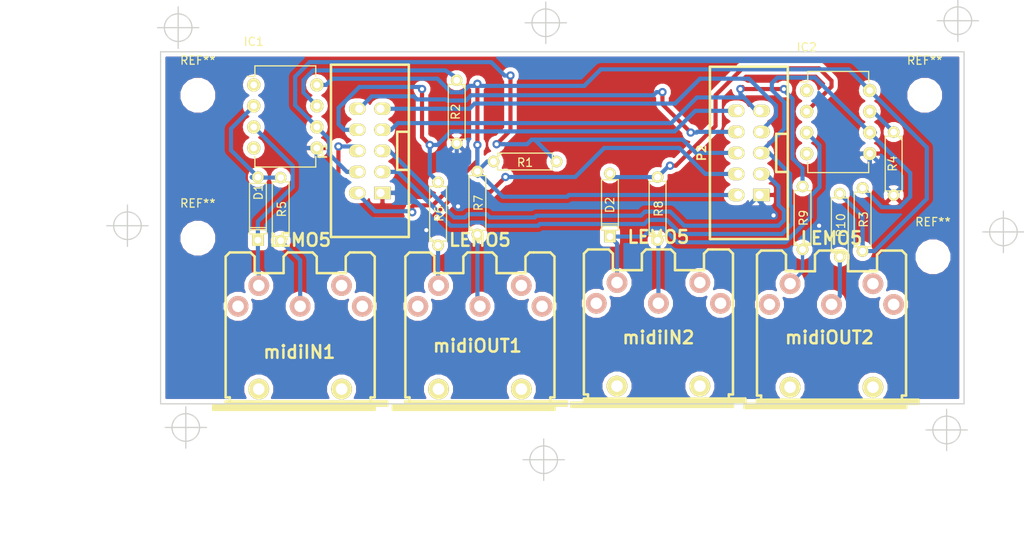
<source format=kicad_pcb>
(kicad_pcb (version 4) (host pcbnew 4.0.2-stable)

  (general
    (links 42)
    (no_connects 1)
    (area 28 36.25 138.75 94.25)
    (thickness 1.6)
    (drawings 20)
    (tracks 311)
    (zones 0)
    (modules 24)
    (nets 35)
  )

  (page A4)
  (layers
    (0 F.Cu signal)
    (31 B.Cu signal)
    (32 B.Adhes user)
    (33 F.Adhes user)
    (34 B.Paste user)
    (35 F.Paste user)
    (36 B.SilkS user)
    (37 F.SilkS user)
    (38 B.Mask user)
    (39 F.Mask user)
    (40 Dwgs.User user)
    (41 Cmts.User user)
    (42 Eco1.User user)
    (43 Eco2.User user)
    (44 Edge.Cuts user)
    (45 Margin user)
    (46 B.CrtYd user)
    (47 F.CrtYd user)
    (48 B.Fab user)
    (49 F.Fab user)
  )

  (setup
    (last_trace_width 0.5)
    (trace_clearance 0.5)
    (zone_clearance 0.508)
    (zone_45_only no)
    (trace_min 0.2)
    (segment_width 0.2)
    (edge_width 0.15)
    (via_size 1)
    (via_drill 0.5)
    (via_min_size 0.4)
    (via_min_drill 0.3)
    (uvia_size 0.3)
    (uvia_drill 0.1)
    (uvias_allowed no)
    (uvia_min_size 0.2)
    (uvia_min_drill 0.1)
    (pcb_text_width 0.3)
    (pcb_text_size 1.5 1.5)
    (mod_edge_width 0.15)
    (mod_text_size 1 1)
    (mod_text_width 0.15)
    (pad_size 1.524 1.524)
    (pad_drill 0.762)
    (pad_to_mask_clearance 0.2)
    (aux_axis_origin 0 0)
    (visible_elements FFFFEF7F)
    (pcbplotparams
      (layerselection 0x01030_80000001)
      (usegerberextensions false)
      (excludeedgelayer true)
      (linewidth 0.100000)
      (plotframeref false)
      (viasonmask false)
      (mode 1)
      (useauxorigin false)
      (hpglpennumber 1)
      (hpglpenspeed 20)
      (hpglpendiameter 15)
      (hpglpenoverlay 2)
      (psnegative false)
      (psa4output false)
      (plotreference true)
      (plotvalue true)
      (plotinvisibletext false)
      (padsonsilk false)
      (subtractmaskfromsilk false)
      (outputformat 1)
      (mirror false)
      (drillshape 0)
      (scaleselection 1)
      (outputdirectory gerber/1/))
  )

  (net 0 "")
  (net 1 "Net-(D1-Pad1)")
  (net 2 "Net-(D1-Pad2)")
  (net 3 "Net-(D2-Pad1)")
  (net 4 "Net-(D2-Pad2)")
  (net 5 GND)
  (net 6 "Net-(IC1-Pad6)")
  (net 7 "Net-(IC1-Pad7)")
  (net 8 +5V)
  (net 9 "Net-(IC2-Pad6)")
  (net 10 "Net-(IC2-Pad7)")
  (net 11 "Net-(midiIN1-Pad3)")
  (net 12 "Net-(midiIN1-Pad4)")
  (net 13 "Net-(R5-Pad1)")
  (net 14 "Net-(midiIN1-Pad1)")
  (net 15 "Net-(midiIN2-Pad3)")
  (net 16 "Net-(midiIN2-Pad4)")
  (net 17 "Net-(R8-Pad1)")
  (net 18 "Net-(midiIN2-Pad1)")
  (net 19 "Net-(midiOUT1-Pad3)")
  (net 20 "Net-(midiOUT1-Pad4)")
  (net 21 "Net-(R7-Pad1)")
  (net 22 "Net-(midiOUT1-Pad1)")
  (net 23 "Net-(R6-Pad1)")
  (net 24 "Net-(midiOUT2-Pad3)")
  (net 25 "Net-(midiOUT2-Pad4)")
  (net 26 "Net-(R10-Pad1)")
  (net 27 "Net-(midiOUT2-Pad1)")
  (net 28 "Net-(R9-Pad1)")
  (net 29 "Net-(P1-Pad9)")
  (net 30 "Net-(P1-Pad10)")
  (net 31 "Net-(P1-Pad8)")
  (net 32 "Net-(P1-Pad7)")
  (net 33 "Net-(P1-Pad5)")
  (net 34 "Net-(P1-Pad6)")

  (net_class Default "Ceci est la Netclass par défaut"
    (clearance 0.5)
    (trace_width 0.5)
    (via_dia 1)
    (via_drill 0.5)
    (uvia_dia 0.3)
    (uvia_drill 0.1)
    (add_net +5V)
    (add_net GND)
    (add_net "Net-(D1-Pad1)")
    (add_net "Net-(D1-Pad2)")
    (add_net "Net-(D2-Pad1)")
    (add_net "Net-(D2-Pad2)")
    (add_net "Net-(IC1-Pad6)")
    (add_net "Net-(IC1-Pad7)")
    (add_net "Net-(IC2-Pad6)")
    (add_net "Net-(IC2-Pad7)")
    (add_net "Net-(P1-Pad10)")
    (add_net "Net-(P1-Pad5)")
    (add_net "Net-(P1-Pad6)")
    (add_net "Net-(P1-Pad7)")
    (add_net "Net-(P1-Pad8)")
    (add_net "Net-(P1-Pad9)")
    (add_net "Net-(R10-Pad1)")
    (add_net "Net-(R5-Pad1)")
    (add_net "Net-(R6-Pad1)")
    (add_net "Net-(R7-Pad1)")
    (add_net "Net-(R8-Pad1)")
    (add_net "Net-(R9-Pad1)")
    (add_net "Net-(midiIN1-Pad1)")
    (add_net "Net-(midiIN1-Pad3)")
    (add_net "Net-(midiIN1-Pad4)")
    (add_net "Net-(midiIN2-Pad1)")
    (add_net "Net-(midiIN2-Pad3)")
    (add_net "Net-(midiIN2-Pad4)")
    (add_net "Net-(midiOUT1-Pad1)")
    (add_net "Net-(midiOUT1-Pad3)")
    (add_net "Net-(midiOUT1-Pad4)")
    (add_net "Net-(midiOUT2-Pad1)")
    (add_net "Net-(midiOUT2-Pad3)")
    (add_net "Net-(midiOUT2-Pad4)")
  )

  (module Mounting_Holes:MountingHole_3.2mm_M3 (layer F.Cu) (tedit 56D1B4CB) (tstamp 5788AD37)
    (at 39 65)
    (descr "Mounting Hole 3.2mm, no annular, M3")
    (tags "mounting hole 3.2mm no annular m3")
    (fp_text reference REF** (at 0 -4.2) (layer F.SilkS)
      (effects (font (size 1 1) (thickness 0.15)))
    )
    (fp_text value MountingHole_3.2mm_M3 (at 0 4.2) (layer F.Fab)
      (effects (font (size 1 1) (thickness 0.15)))
    )
    (fp_circle (center 0 0) (end 3.2 0) (layer Cmts.User) (width 0.15))
    (fp_circle (center 0 0) (end 3.45 0) (layer F.CrtYd) (width 0.05))
    (pad 1 np_thru_hole circle (at 0 0) (size 3.2 3.2) (drill 3.2) (layers *.Cu *.Mask F.SilkS))
  )

  (module Mounting_Holes:MountingHole_3.2mm_M3 (layer F.Cu) (tedit 56D1B4CB) (tstamp 5788AD36)
    (at 127.75 67.25)
    (descr "Mounting Hole 3.2mm, no annular, M3")
    (tags "mounting hole 3.2mm no annular m3")
    (fp_text reference REF** (at 0 -4.2) (layer F.SilkS)
      (effects (font (size 1 1) (thickness 0.15)))
    )
    (fp_text value MountingHole_3.2mm_M3 (at 0 4.2) (layer F.Fab)
      (effects (font (size 1 1) (thickness 0.15)))
    )
    (fp_circle (center 0 0) (end 3.2 0) (layer Cmts.User) (width 0.15))
    (fp_circle (center 0 0) (end 3.45 0) (layer F.CrtYd) (width 0.05))
    (pad 1 np_thru_hole circle (at 0 0) (size 3.2 3.2) (drill 3.2) (layers *.Cu *.Mask F.SilkS))
  )

  (module Mounting_Holes:MountingHole_3.2mm_M3 (layer F.Cu) (tedit 56D1B4CB) (tstamp 5788AD35)
    (at 126.75 47.75)
    (descr "Mounting Hole 3.2mm, no annular, M3")
    (tags "mounting hole 3.2mm no annular m3")
    (fp_text reference REF** (at 0 -4.2) (layer F.SilkS)
      (effects (font (size 1 1) (thickness 0.15)))
    )
    (fp_text value MountingHole_3.2mm_M3 (at 0 4.2) (layer F.Fab)
      (effects (font (size 1 1) (thickness 0.15)))
    )
    (fp_circle (center 0 0) (end 3.2 0) (layer Cmts.User) (width 0.15))
    (fp_circle (center 0 0) (end 3.45 0) (layer F.CrtYd) (width 0.05))
    (pad 1 np_thru_hole circle (at 0 0) (size 3.2 3.2) (drill 3.2) (layers *.Cu *.Mask F.SilkS))
  )

  (module Mounting_Holes:MountingHole_3.2mm_M3 (layer F.Cu) (tedit 56D1B4CB) (tstamp 5788AD34)
    (at 39 47.75)
    (descr "Mounting Hole 3.2mm, no annular, M3")
    (tags "mounting hole 3.2mm no annular m3")
    (fp_text reference REF** (at 0 -4.2) (layer F.SilkS)
      (effects (font (size 1 1) (thickness 0.15)))
    )
    (fp_text value MountingHole_3.2mm_M3 (at 0 4.2) (layer F.Fab)
      (effects (font (size 1 1) (thickness 0.15)))
    )
    (fp_circle (center 0 0) (end 3.2 0) (layer Cmts.User) (width 0.15))
    (fp_circle (center 0 0) (end 3.45 0) (layer F.CrtYd) (width 0.05))
    (pad 1 np_thru_hole circle (at 0 0) (size 3.2 3.2) (drill 3.2) (layers *.Cu *.Mask F.SilkS))
  )

  (module Discret:D3 placed (layer F.Cu) (tedit 0) (tstamp 5788AA49)
    (at 46.25 61.44 270)
    (descr "Diode 3 pas")
    (tags "DIODE DEV")
    (path /5772D763)
    (fp_text reference D1 (at -2 -0.06 270) (layer F.SilkS)
      (effects (font (size 1 1) (thickness 0.15)))
    )
    (fp_text value 1N4148 (at 0 0 360) (layer F.Fab)
      (effects (font (size 1 1) (thickness 0.15)))
    )
    (fp_line (start 3.81 0) (end 3.048 0) (layer F.SilkS) (width 0.15))
    (fp_line (start 3.048 0) (end 3.048 -1.016) (layer F.SilkS) (width 0.15))
    (fp_line (start 3.048 -1.016) (end -3.048 -1.016) (layer F.SilkS) (width 0.15))
    (fp_line (start -3.048 -1.016) (end -3.048 0) (layer F.SilkS) (width 0.15))
    (fp_line (start -3.048 0) (end -3.81 0) (layer F.SilkS) (width 0.15))
    (fp_line (start -3.048 0) (end -3.048 1.016) (layer F.SilkS) (width 0.15))
    (fp_line (start -3.048 1.016) (end 3.048 1.016) (layer F.SilkS) (width 0.15))
    (fp_line (start 3.048 1.016) (end 3.048 0) (layer F.SilkS) (width 0.15))
    (fp_line (start 2.54 -1.016) (end 2.54 1.016) (layer F.SilkS) (width 0.15))
    (fp_line (start 2.286 1.016) (end 2.286 -1.016) (layer F.SilkS) (width 0.15))
    (pad 1 thru_hole rect (at 3.81 0 270) (size 1.397 1.397) (drill 0.8128) (layers *.Cu *.Mask F.SilkS)
      (net 1 "Net-(D1-Pad1)"))
    (pad 2 thru_hole circle (at -3.81 0 270) (size 1.397 1.397) (drill 0.8128) (layers *.Cu *.Mask F.SilkS)
      (net 2 "Net-(D1-Pad2)"))
    (model Discret.3dshapes/D3.wrl
      (at (xyz 0 0 0))
      (scale (xyz 0.3 0.3 0.3))
      (rotate (xyz 0 0 0))
    )
  )

  (module Discret:D3 placed (layer F.Cu) (tedit 0) (tstamp 5788AA4F)
    (at 88.75 61 270)
    (descr "Diode 3 pas")
    (tags "DIODE DEV")
    (path /5772D76E)
    (fp_text reference D2 (at 0 0 270) (layer F.SilkS)
      (effects (font (size 1 1) (thickness 0.15)))
    )
    (fp_text value 1N4148 (at 0 0 270) (layer F.Fab)
      (effects (font (size 1 1) (thickness 0.15)))
    )
    (fp_line (start 3.81 0) (end 3.048 0) (layer F.SilkS) (width 0.15))
    (fp_line (start 3.048 0) (end 3.048 -1.016) (layer F.SilkS) (width 0.15))
    (fp_line (start 3.048 -1.016) (end -3.048 -1.016) (layer F.SilkS) (width 0.15))
    (fp_line (start -3.048 -1.016) (end -3.048 0) (layer F.SilkS) (width 0.15))
    (fp_line (start -3.048 0) (end -3.81 0) (layer F.SilkS) (width 0.15))
    (fp_line (start -3.048 0) (end -3.048 1.016) (layer F.SilkS) (width 0.15))
    (fp_line (start -3.048 1.016) (end 3.048 1.016) (layer F.SilkS) (width 0.15))
    (fp_line (start 3.048 1.016) (end 3.048 0) (layer F.SilkS) (width 0.15))
    (fp_line (start 2.54 -1.016) (end 2.54 1.016) (layer F.SilkS) (width 0.15))
    (fp_line (start 2.286 1.016) (end 2.286 -1.016) (layer F.SilkS) (width 0.15))
    (pad 1 thru_hole rect (at 3.81 0 270) (size 1.397 1.397) (drill 0.8128) (layers *.Cu *.Mask F.SilkS)
      (net 3 "Net-(D2-Pad1)"))
    (pad 2 thru_hole circle (at -3.81 0 270) (size 1.397 1.397) (drill 0.8128) (layers *.Cu *.Mask F.SilkS)
      (net 4 "Net-(D2-Pad2)"))
    (model Discret.3dshapes/D3.wrl
      (at (xyz 0 0 0))
      (scale (xyz 0.3 0.3 0.3))
      (rotate (xyz 0 0 0))
    )
  )

  (module Housings_DIP:DIP-8_W7.62mm placed (layer F.Cu) (tedit 54130A77) (tstamp 5788AA5B)
    (at 45.75 46.5)
    (descr "8-lead dip package, row spacing 7.62 mm (300 mils)")
    (tags "dil dip 2.54 300")
    (path /5772D759)
    (fp_text reference IC1 (at 0 -5.22) (layer F.SilkS)
      (effects (font (size 1 1) (thickness 0.15)))
    )
    (fp_text value 6N138 (at 0 -3.72) (layer F.Fab)
      (effects (font (size 1 1) (thickness 0.15)))
    )
    (fp_line (start -1.05 -2.45) (end -1.05 10.1) (layer F.CrtYd) (width 0.05))
    (fp_line (start 8.65 -2.45) (end 8.65 10.1) (layer F.CrtYd) (width 0.05))
    (fp_line (start -1.05 -2.45) (end 8.65 -2.45) (layer F.CrtYd) (width 0.05))
    (fp_line (start -1.05 10.1) (end 8.65 10.1) (layer F.CrtYd) (width 0.05))
    (fp_line (start 0.135 -2.295) (end 0.135 -1.025) (layer F.SilkS) (width 0.15))
    (fp_line (start 7.485 -2.295) (end 7.485 -1.025) (layer F.SilkS) (width 0.15))
    (fp_line (start 7.485 9.915) (end 7.485 8.645) (layer F.SilkS) (width 0.15))
    (fp_line (start 0.135 9.915) (end 0.135 8.645) (layer F.SilkS) (width 0.15))
    (fp_line (start 0.135 -2.295) (end 7.485 -2.295) (layer F.SilkS) (width 0.15))
    (fp_line (start 0.135 9.915) (end 7.485 9.915) (layer F.SilkS) (width 0.15))
    (fp_line (start 0.135 -1.025) (end -0.8 -1.025) (layer F.SilkS) (width 0.15))
    (pad 1 thru_hole oval (at 0 0) (size 1.6 1.6) (drill 0.8) (layers *.Cu *.Mask F.SilkS))
    (pad 2 thru_hole oval (at 0 2.54) (size 1.6 1.6) (drill 0.8) (layers *.Cu *.Mask F.SilkS)
      (net 2 "Net-(D1-Pad2)"))
    (pad 3 thru_hole oval (at 0 5.08) (size 1.6 1.6) (drill 0.8) (layers *.Cu *.Mask F.SilkS)
      (net 1 "Net-(D1-Pad1)"))
    (pad 4 thru_hole oval (at 0 7.62) (size 1.6 1.6) (drill 0.8) (layers *.Cu *.Mask F.SilkS))
    (pad 5 thru_hole oval (at 7.62 7.62) (size 1.6 1.6) (drill 0.8) (layers *.Cu *.Mask F.SilkS)
      (net 5 GND))
    (pad 6 thru_hole oval (at 7.62 5.08) (size 1.6 1.6) (drill 0.8) (layers *.Cu *.Mask F.SilkS)
      (net 6 "Net-(IC1-Pad6)"))
    (pad 7 thru_hole oval (at 7.62 2.54) (size 1.6 1.6) (drill 0.8) (layers *.Cu *.Mask F.SilkS)
      (net 7 "Net-(IC1-Pad7)"))
    (pad 8 thru_hole oval (at 7.62 0) (size 1.6 1.6) (drill 0.8) (layers *.Cu *.Mask F.SilkS)
      (net 8 +5V))
    (model Housings_DIP.3dshapes/DIP-8_W7.62mm.wrl
      (at (xyz 0 0 0))
      (scale (xyz 1 1 1))
      (rotate (xyz 0 0 0))
    )
  )

  (module Housings_DIP:DIP-8_W7.62mm placed (layer F.Cu) (tedit 54130A77) (tstamp 5788AA67)
    (at 112.5 47.17)
    (descr "8-lead dip package, row spacing 7.62 mm (300 mils)")
    (tags "dil dip 2.54 300")
    (path /5772D766)
    (fp_text reference IC2 (at 0 -5.22) (layer F.SilkS)
      (effects (font (size 1 1) (thickness 0.15)))
    )
    (fp_text value 6N138 (at 0 -3.72) (layer F.Fab)
      (effects (font (size 1 1) (thickness 0.15)))
    )
    (fp_line (start -1.05 -2.45) (end -1.05 10.1) (layer F.CrtYd) (width 0.05))
    (fp_line (start 8.65 -2.45) (end 8.65 10.1) (layer F.CrtYd) (width 0.05))
    (fp_line (start -1.05 -2.45) (end 8.65 -2.45) (layer F.CrtYd) (width 0.05))
    (fp_line (start -1.05 10.1) (end 8.65 10.1) (layer F.CrtYd) (width 0.05))
    (fp_line (start 0.135 -2.295) (end 0.135 -1.025) (layer F.SilkS) (width 0.15))
    (fp_line (start 7.485 -2.295) (end 7.485 -1.025) (layer F.SilkS) (width 0.15))
    (fp_line (start 7.485 9.915) (end 7.485 8.645) (layer F.SilkS) (width 0.15))
    (fp_line (start 0.135 9.915) (end 0.135 8.645) (layer F.SilkS) (width 0.15))
    (fp_line (start 0.135 -2.295) (end 7.485 -2.295) (layer F.SilkS) (width 0.15))
    (fp_line (start 0.135 9.915) (end 7.485 9.915) (layer F.SilkS) (width 0.15))
    (fp_line (start 0.135 -1.025) (end -0.8 -1.025) (layer F.SilkS) (width 0.15))
    (pad 1 thru_hole oval (at 0 0) (size 1.6 1.6) (drill 0.8) (layers *.Cu *.Mask F.SilkS))
    (pad 2 thru_hole oval (at 0 2.54) (size 1.6 1.6) (drill 0.8) (layers *.Cu *.Mask F.SilkS)
      (net 4 "Net-(D2-Pad2)"))
    (pad 3 thru_hole oval (at 0 5.08) (size 1.6 1.6) (drill 0.8) (layers *.Cu *.Mask F.SilkS)
      (net 3 "Net-(D2-Pad1)"))
    (pad 4 thru_hole oval (at 0 7.62) (size 1.6 1.6) (drill 0.8) (layers *.Cu *.Mask F.SilkS))
    (pad 5 thru_hole oval (at 7.62 7.62) (size 1.6 1.6) (drill 0.8) (layers *.Cu *.Mask F.SilkS)
      (net 5 GND))
    (pad 6 thru_hole oval (at 7.62 5.08) (size 1.6 1.6) (drill 0.8) (layers *.Cu *.Mask F.SilkS)
      (net 9 "Net-(IC2-Pad6)"))
    (pad 7 thru_hole oval (at 7.62 2.54) (size 1.6 1.6) (drill 0.8) (layers *.Cu *.Mask F.SilkS)
      (net 10 "Net-(IC2-Pad7)"))
    (pad 8 thru_hole oval (at 7.62 0) (size 1.6 1.6) (drill 0.8) (layers *.Cu *.Mask F.SilkS)
      (net 8 +5V))
    (model Housings_DIP.3dshapes/DIP-8_W7.62mm.wrl
      (at (xyz 0 0 0))
      (scale (xyz 1 1 1))
      (rotate (xyz 0 0 0))
    )
  )

  (module w_conn_av:din-5 locked (layer F.Cu) (tedit 5788AD5A) (tstamp 5788AA72)
    (at 51.352761 76.22474)
    (descr "Din 5 (MIDI), Pro Signal P/N PSG03463")
    (path /5772D764)
    (fp_text reference midiIN1 (at -0.102761 2.52526) (layer F.SilkS)
      (effects (font (thickness 0.3048)))
    )
    (fp_text value LEMO5 (at 0 -11.00074) (layer F.SilkS)
      (effects (font (thickness 0.3048)))
    )
    (fp_line (start -8.99922 8.7503) (end 10.50036 8.7503) (layer F.SilkS) (width 0.3048))
    (fp_line (start 8.99922 8.99922) (end -8.99922 8.99922) (layer F.SilkS) (width 0.3048))
    (fp_line (start -10.50036 9.25068) (end 8.99922 9.25068) (layer F.SilkS) (width 0.3048))
    (fp_line (start -8.99922 -8.99922) (end -8.99922 8.001) (layer F.SilkS) (width 0.3048))
    (fp_line (start -8.99922 -8.99922) (end -8.49884 -9.4996) (layer F.SilkS) (width 0.3048))
    (fp_line (start -8.49884 -9.4996) (end -5.99948 -9.4996) (layer F.SilkS) (width 0.3048))
    (fp_line (start -5.99948 -9.4996) (end -5.4991 -8.99922) (layer F.SilkS) (width 0.3048))
    (fp_line (start -5.4991 -8.99922) (end -5.4991 -7.00024) (layer F.SilkS) (width 0.3048))
    (fp_line (start -5.4991 -7.00024) (end -1.99898 -7.00024) (layer F.SilkS) (width 0.3048))
    (fp_line (start 8.99922 -8.99922) (end 8.99922 8.001) (layer F.SilkS) (width 0.3048))
    (fp_line (start 8.99922 -8.99922) (end 8.49884 -9.4996) (layer F.SilkS) (width 0.3048))
    (fp_line (start 8.49884 -9.4996) (end 6.49986 -9.4996) (layer F.SilkS) (width 0.3048))
    (fp_line (start 6.49986 -9.4996) (end 5.99948 -9.4996) (layer F.SilkS) (width 0.3048))
    (fp_line (start 5.99948 -9.4996) (end 5.4991 -8.99922) (layer F.SilkS) (width 0.3048))
    (fp_line (start 5.4991 -8.99922) (end 5.4991 -7.00024) (layer F.SilkS) (width 0.3048))
    (fp_line (start 5.4991 -7.00024) (end 1.99898 -7.00024) (layer F.SilkS) (width 0.3048))
    (fp_line (start -1.50114 -9.4996) (end -1.99898 -8.99922) (layer F.SilkS) (width 0.3048))
    (fp_line (start -1.99898 -8.99922) (end -1.99898 -7.00024) (layer F.SilkS) (width 0.3048))
    (fp_line (start -1.50114 -9.4996) (end 1.50114 -9.4996) (layer F.SilkS) (width 0.3048))
    (fp_line (start 1.50114 -9.4996) (end 1.99898 -8.99922) (layer F.SilkS) (width 0.3048))
    (fp_line (start 1.99898 -8.99922) (end 1.99898 -7.00024) (layer F.SilkS) (width 0.3048))
    (fp_line (start 10.50036 8.99922) (end 8.99922 8.99922) (layer F.SilkS) (width 0.3048))
    (fp_line (start 8.99922 8.99922) (end 8.99922 9.4996) (layer F.SilkS) (width 0.3048))
    (fp_line (start 8.99922 9.4996) (end -10.50036 9.4996) (layer F.SilkS) (width 0.3048))
    (fp_line (start -10.50036 8.99922) (end -8.99922 8.99922) (layer F.SilkS) (width 0.3048))
    (fp_line (start -8.99922 8.99922) (end -8.99922 8.49884) (layer F.SilkS) (width 0.3048))
    (fp_line (start -8.99922 8.49884) (end 10.50036 8.49884) (layer F.SilkS) (width 0.3048))
    (fp_line (start 8.99922 8.001) (end 8.49884 8.001) (layer F.SilkS) (width 0.3048))
    (fp_line (start -8.99922 8.001) (end -8.49884 8.001) (layer F.SilkS) (width 0.3048))
    (fp_line (start 8.49884 8.49884) (end 8.49884 8.001) (layer F.SilkS) (width 0.3048))
    (fp_line (start -8.49884 8.001) (end -8.49884 8.49884) (layer F.SilkS) (width 0.3048))
    (fp_line (start -10.50036 9.4996) (end -10.50036 8.99922) (layer F.SilkS) (width 0.3048))
    (fp_line (start 10.50036 8.49884) (end 10.50036 8.99922) (layer F.SilkS) (width 0.3048))
    (pad 3 thru_hole circle (at -7.49808 -2.9972) (size 2.49936 2.49936) (drill 1.397) (layers *.Cu *.SilkS *.Mask)
      (net 11 "Net-(midiIN1-Pad3)"))
    (pad 4 thru_hole circle (at 4.99618 -5.4991) (size 2.49936 2.49936) (drill 1.397) (layers *.Cu *.SilkS *.Mask)
      (net 12 "Net-(midiIN1-Pad4)"))
    (pad 2 thru_hole circle (at 0 -2.99974) (size 2.49936 2.49936) (drill 1.397) (layers *.Cu *.SilkS *.Mask)
      (net 13 "Net-(R5-Pad1)"))
    (pad 1 thru_hole circle (at 7.49808 -2.9972) (size 2.49936 2.49936) (drill 1.397) (layers *.Cu *.SilkS *.Mask)
      (net 14 "Net-(midiIN1-Pad1)"))
    (pad 5 thru_hole circle (at -4.99618 -5.4991) (size 2.49936 2.49936) (drill 1.397) (layers *.Cu *.SilkS *.Mask)
      (net 1 "Net-(D1-Pad1)"))
    (pad "" np_thru_hole circle (at 5.00126 6.9977) (size 2.49936 2.49936) (drill 1.397) (layers *.Cu *.Mask F.SilkS))
    (pad "" np_thru_hole circle (at -5.00126 6.9977) (size 2.49936 2.49936) (drill 1.397) (layers *.Cu *.Mask F.SilkS))
    (model walter/conn_av/din-5.wrl
      (at (xyz 0 0 0))
      (scale (xyz 1 1 1))
      (rotate (xyz 0 0 0))
    )
  )

  (module w_conn_av:din-5 locked (layer F.Cu) (tedit 51C20EF5) (tstamp 5788AA7D)
    (at 94.602761 75.86474)
    (descr "Din 5 (MIDI), Pro Signal P/N PSG03463")
    (path /5772D76F)
    (fp_text reference midiIN2 (at 0 1.13526) (layer F.SilkS)
      (effects (font (thickness 0.3048)))
    )
    (fp_text value LEMO5 (at 0 -11.00074) (layer F.SilkS)
      (effects (font (thickness 0.3048)))
    )
    (fp_line (start -8.99922 8.7503) (end 10.50036 8.7503) (layer F.SilkS) (width 0.3048))
    (fp_line (start 8.99922 8.99922) (end -8.99922 8.99922) (layer F.SilkS) (width 0.3048))
    (fp_line (start -10.50036 9.25068) (end 8.99922 9.25068) (layer F.SilkS) (width 0.3048))
    (fp_line (start -8.99922 -8.99922) (end -8.99922 8.001) (layer F.SilkS) (width 0.3048))
    (fp_line (start -8.99922 -8.99922) (end -8.49884 -9.4996) (layer F.SilkS) (width 0.3048))
    (fp_line (start -8.49884 -9.4996) (end -5.99948 -9.4996) (layer F.SilkS) (width 0.3048))
    (fp_line (start -5.99948 -9.4996) (end -5.4991 -8.99922) (layer F.SilkS) (width 0.3048))
    (fp_line (start -5.4991 -8.99922) (end -5.4991 -7.00024) (layer F.SilkS) (width 0.3048))
    (fp_line (start -5.4991 -7.00024) (end -1.99898 -7.00024) (layer F.SilkS) (width 0.3048))
    (fp_line (start 8.99922 -8.99922) (end 8.99922 8.001) (layer F.SilkS) (width 0.3048))
    (fp_line (start 8.99922 -8.99922) (end 8.49884 -9.4996) (layer F.SilkS) (width 0.3048))
    (fp_line (start 8.49884 -9.4996) (end 6.49986 -9.4996) (layer F.SilkS) (width 0.3048))
    (fp_line (start 6.49986 -9.4996) (end 5.99948 -9.4996) (layer F.SilkS) (width 0.3048))
    (fp_line (start 5.99948 -9.4996) (end 5.4991 -8.99922) (layer F.SilkS) (width 0.3048))
    (fp_line (start 5.4991 -8.99922) (end 5.4991 -7.00024) (layer F.SilkS) (width 0.3048))
    (fp_line (start 5.4991 -7.00024) (end 1.99898 -7.00024) (layer F.SilkS) (width 0.3048))
    (fp_line (start -1.50114 -9.4996) (end -1.99898 -8.99922) (layer F.SilkS) (width 0.3048))
    (fp_line (start -1.99898 -8.99922) (end -1.99898 -7.00024) (layer F.SilkS) (width 0.3048))
    (fp_line (start -1.50114 -9.4996) (end 1.50114 -9.4996) (layer F.SilkS) (width 0.3048))
    (fp_line (start 1.50114 -9.4996) (end 1.99898 -8.99922) (layer F.SilkS) (width 0.3048))
    (fp_line (start 1.99898 -8.99922) (end 1.99898 -7.00024) (layer F.SilkS) (width 0.3048))
    (fp_line (start 10.50036 8.99922) (end 8.99922 8.99922) (layer F.SilkS) (width 0.3048))
    (fp_line (start 8.99922 8.99922) (end 8.99922 9.4996) (layer F.SilkS) (width 0.3048))
    (fp_line (start 8.99922 9.4996) (end -10.50036 9.4996) (layer F.SilkS) (width 0.3048))
    (fp_line (start -10.50036 8.99922) (end -8.99922 8.99922) (layer F.SilkS) (width 0.3048))
    (fp_line (start -8.99922 8.99922) (end -8.99922 8.49884) (layer F.SilkS) (width 0.3048))
    (fp_line (start -8.99922 8.49884) (end 10.50036 8.49884) (layer F.SilkS) (width 0.3048))
    (fp_line (start 8.99922 8.001) (end 8.49884 8.001) (layer F.SilkS) (width 0.3048))
    (fp_line (start -8.99922 8.001) (end -8.49884 8.001) (layer F.SilkS) (width 0.3048))
    (fp_line (start 8.49884 8.49884) (end 8.49884 8.001) (layer F.SilkS) (width 0.3048))
    (fp_line (start -8.49884 8.001) (end -8.49884 8.49884) (layer F.SilkS) (width 0.3048))
    (fp_line (start -10.50036 9.4996) (end -10.50036 8.99922) (layer F.SilkS) (width 0.3048))
    (fp_line (start 10.50036 8.49884) (end 10.50036 8.99922) (layer F.SilkS) (width 0.3048))
    (pad 3 thru_hole circle (at -7.49808 -2.9972) (size 2.49936 2.49936) (drill 1.397) (layers *.Cu *.SilkS *.Mask)
      (net 15 "Net-(midiIN2-Pad3)"))
    (pad 4 thru_hole circle (at 4.99618 -5.4991) (size 2.49936 2.49936) (drill 1.397) (layers *.Cu *.SilkS *.Mask)
      (net 16 "Net-(midiIN2-Pad4)"))
    (pad 2 thru_hole circle (at 0 -2.99974) (size 2.49936 2.49936) (drill 1.397) (layers *.Cu *.SilkS *.Mask)
      (net 17 "Net-(R8-Pad1)"))
    (pad 1 thru_hole circle (at 7.49808 -2.9972) (size 2.49936 2.49936) (drill 1.397) (layers *.Cu *.SilkS *.Mask)
      (net 18 "Net-(midiIN2-Pad1)"))
    (pad 5 thru_hole circle (at -4.99618 -5.4991) (size 2.49936 2.49936) (drill 1.397) (layers *.Cu *.SilkS *.Mask)
      (net 3 "Net-(D2-Pad1)"))
    (pad "" np_thru_hole circle (at 5.00126 6.9977) (size 2.49936 2.49936) (drill 1.397) (layers *.Cu *.Mask F.SilkS))
    (pad "" np_thru_hole circle (at -5.00126 6.9977) (size 2.49936 2.49936) (drill 1.397) (layers *.Cu *.Mask F.SilkS))
    (model walter/conn_av/din-5.wrl
      (at (xyz 0 0 0))
      (scale (xyz 1 1 1))
      (rotate (xyz 0 0 0))
    )
  )

  (module w_conn_av:din-5 locked (layer F.Cu) (tedit 51C20EF5) (tstamp 5788AA88)
    (at 73.052761 76.22474)
    (descr "Din 5 (MIDI), Pro Signal P/N PSG03463")
    (path /5772D771)
    (fp_text reference midiOUT1 (at -0.302761 1.77526) (layer F.SilkS)
      (effects (font (thickness 0.3048)))
    )
    (fp_text value LEMO5 (at 0 -11.00074) (layer F.SilkS)
      (effects (font (thickness 0.3048)))
    )
    (fp_line (start -8.99922 8.7503) (end 10.50036 8.7503) (layer F.SilkS) (width 0.3048))
    (fp_line (start 8.99922 8.99922) (end -8.99922 8.99922) (layer F.SilkS) (width 0.3048))
    (fp_line (start -10.50036 9.25068) (end 8.99922 9.25068) (layer F.SilkS) (width 0.3048))
    (fp_line (start -8.99922 -8.99922) (end -8.99922 8.001) (layer F.SilkS) (width 0.3048))
    (fp_line (start -8.99922 -8.99922) (end -8.49884 -9.4996) (layer F.SilkS) (width 0.3048))
    (fp_line (start -8.49884 -9.4996) (end -5.99948 -9.4996) (layer F.SilkS) (width 0.3048))
    (fp_line (start -5.99948 -9.4996) (end -5.4991 -8.99922) (layer F.SilkS) (width 0.3048))
    (fp_line (start -5.4991 -8.99922) (end -5.4991 -7.00024) (layer F.SilkS) (width 0.3048))
    (fp_line (start -5.4991 -7.00024) (end -1.99898 -7.00024) (layer F.SilkS) (width 0.3048))
    (fp_line (start 8.99922 -8.99922) (end 8.99922 8.001) (layer F.SilkS) (width 0.3048))
    (fp_line (start 8.99922 -8.99922) (end 8.49884 -9.4996) (layer F.SilkS) (width 0.3048))
    (fp_line (start 8.49884 -9.4996) (end 6.49986 -9.4996) (layer F.SilkS) (width 0.3048))
    (fp_line (start 6.49986 -9.4996) (end 5.99948 -9.4996) (layer F.SilkS) (width 0.3048))
    (fp_line (start 5.99948 -9.4996) (end 5.4991 -8.99922) (layer F.SilkS) (width 0.3048))
    (fp_line (start 5.4991 -8.99922) (end 5.4991 -7.00024) (layer F.SilkS) (width 0.3048))
    (fp_line (start 5.4991 -7.00024) (end 1.99898 -7.00024) (layer F.SilkS) (width 0.3048))
    (fp_line (start -1.50114 -9.4996) (end -1.99898 -8.99922) (layer F.SilkS) (width 0.3048))
    (fp_line (start -1.99898 -8.99922) (end -1.99898 -7.00024) (layer F.SilkS) (width 0.3048))
    (fp_line (start -1.50114 -9.4996) (end 1.50114 -9.4996) (layer F.SilkS) (width 0.3048))
    (fp_line (start 1.50114 -9.4996) (end 1.99898 -8.99922) (layer F.SilkS) (width 0.3048))
    (fp_line (start 1.99898 -8.99922) (end 1.99898 -7.00024) (layer F.SilkS) (width 0.3048))
    (fp_line (start 10.50036 8.99922) (end 8.99922 8.99922) (layer F.SilkS) (width 0.3048))
    (fp_line (start 8.99922 8.99922) (end 8.99922 9.4996) (layer F.SilkS) (width 0.3048))
    (fp_line (start 8.99922 9.4996) (end -10.50036 9.4996) (layer F.SilkS) (width 0.3048))
    (fp_line (start -10.50036 8.99922) (end -8.99922 8.99922) (layer F.SilkS) (width 0.3048))
    (fp_line (start -8.99922 8.99922) (end -8.99922 8.49884) (layer F.SilkS) (width 0.3048))
    (fp_line (start -8.99922 8.49884) (end 10.50036 8.49884) (layer F.SilkS) (width 0.3048))
    (fp_line (start 8.99922 8.001) (end 8.49884 8.001) (layer F.SilkS) (width 0.3048))
    (fp_line (start -8.99922 8.001) (end -8.49884 8.001) (layer F.SilkS) (width 0.3048))
    (fp_line (start 8.49884 8.49884) (end 8.49884 8.001) (layer F.SilkS) (width 0.3048))
    (fp_line (start -8.49884 8.001) (end -8.49884 8.49884) (layer F.SilkS) (width 0.3048))
    (fp_line (start -10.50036 9.4996) (end -10.50036 8.99922) (layer F.SilkS) (width 0.3048))
    (fp_line (start 10.50036 8.49884) (end 10.50036 8.99922) (layer F.SilkS) (width 0.3048))
    (pad 3 thru_hole circle (at -7.49808 -2.9972) (size 2.49936 2.49936) (drill 1.397) (layers *.Cu *.SilkS *.Mask)
      (net 19 "Net-(midiOUT1-Pad3)"))
    (pad 4 thru_hole circle (at 4.99618 -5.4991) (size 2.49936 2.49936) (drill 1.397) (layers *.Cu *.SilkS *.Mask)
      (net 20 "Net-(midiOUT1-Pad4)"))
    (pad 2 thru_hole circle (at 0 -2.99974) (size 2.49936 2.49936) (drill 1.397) (layers *.Cu *.SilkS *.Mask)
      (net 21 "Net-(R7-Pad1)"))
    (pad 1 thru_hole circle (at 7.49808 -2.9972) (size 2.49936 2.49936) (drill 1.397) (layers *.Cu *.SilkS *.Mask)
      (net 22 "Net-(midiOUT1-Pad1)"))
    (pad 5 thru_hole circle (at -4.99618 -5.4991) (size 2.49936 2.49936) (drill 1.397) (layers *.Cu *.SilkS *.Mask)
      (net 23 "Net-(R6-Pad1)"))
    (pad "" np_thru_hole circle (at 5.00126 6.9977) (size 2.49936 2.49936) (drill 1.397) (layers *.Cu *.Mask F.SilkS))
    (pad "" np_thru_hole circle (at -5.00126 6.9977) (size 2.49936 2.49936) (drill 1.397) (layers *.Cu *.Mask F.SilkS))
    (model walter/conn_av/din-5.wrl
      (at (xyz 0 0 0))
      (scale (xyz 1 1 1))
      (rotate (xyz 0 0 0))
    )
  )

  (module w_conn_av:din-5 locked (layer F.Cu) (tedit 51C20EF5) (tstamp 5788AA93)
    (at 115.5 76)
    (descr "Din 5 (MIDI), Pro Signal P/N PSG03463")
    (path /5772D778)
    (fp_text reference midiOUT2 (at -0.25 1) (layer F.SilkS)
      (effects (font (thickness 0.3048)))
    )
    (fp_text value LEMO5 (at 0 -11.00074) (layer F.SilkS)
      (effects (font (thickness 0.3048)))
    )
    (fp_line (start -8.99922 8.7503) (end 10.50036 8.7503) (layer F.SilkS) (width 0.3048))
    (fp_line (start 8.99922 8.99922) (end -8.99922 8.99922) (layer F.SilkS) (width 0.3048))
    (fp_line (start -10.50036 9.25068) (end 8.99922 9.25068) (layer F.SilkS) (width 0.3048))
    (fp_line (start -8.99922 -8.99922) (end -8.99922 8.001) (layer F.SilkS) (width 0.3048))
    (fp_line (start -8.99922 -8.99922) (end -8.49884 -9.4996) (layer F.SilkS) (width 0.3048))
    (fp_line (start -8.49884 -9.4996) (end -5.99948 -9.4996) (layer F.SilkS) (width 0.3048))
    (fp_line (start -5.99948 -9.4996) (end -5.4991 -8.99922) (layer F.SilkS) (width 0.3048))
    (fp_line (start -5.4991 -8.99922) (end -5.4991 -7.00024) (layer F.SilkS) (width 0.3048))
    (fp_line (start -5.4991 -7.00024) (end -1.99898 -7.00024) (layer F.SilkS) (width 0.3048))
    (fp_line (start 8.99922 -8.99922) (end 8.99922 8.001) (layer F.SilkS) (width 0.3048))
    (fp_line (start 8.99922 -8.99922) (end 8.49884 -9.4996) (layer F.SilkS) (width 0.3048))
    (fp_line (start 8.49884 -9.4996) (end 6.49986 -9.4996) (layer F.SilkS) (width 0.3048))
    (fp_line (start 6.49986 -9.4996) (end 5.99948 -9.4996) (layer F.SilkS) (width 0.3048))
    (fp_line (start 5.99948 -9.4996) (end 5.4991 -8.99922) (layer F.SilkS) (width 0.3048))
    (fp_line (start 5.4991 -8.99922) (end 5.4991 -7.00024) (layer F.SilkS) (width 0.3048))
    (fp_line (start 5.4991 -7.00024) (end 1.99898 -7.00024) (layer F.SilkS) (width 0.3048))
    (fp_line (start -1.50114 -9.4996) (end -1.99898 -8.99922) (layer F.SilkS) (width 0.3048))
    (fp_line (start -1.99898 -8.99922) (end -1.99898 -7.00024) (layer F.SilkS) (width 0.3048))
    (fp_line (start -1.50114 -9.4996) (end 1.50114 -9.4996) (layer F.SilkS) (width 0.3048))
    (fp_line (start 1.50114 -9.4996) (end 1.99898 -8.99922) (layer F.SilkS) (width 0.3048))
    (fp_line (start 1.99898 -8.99922) (end 1.99898 -7.00024) (layer F.SilkS) (width 0.3048))
    (fp_line (start 10.50036 8.99922) (end 8.99922 8.99922) (layer F.SilkS) (width 0.3048))
    (fp_line (start 8.99922 8.99922) (end 8.99922 9.4996) (layer F.SilkS) (width 0.3048))
    (fp_line (start 8.99922 9.4996) (end -10.50036 9.4996) (layer F.SilkS) (width 0.3048))
    (fp_line (start -10.50036 8.99922) (end -8.99922 8.99922) (layer F.SilkS) (width 0.3048))
    (fp_line (start -8.99922 8.99922) (end -8.99922 8.49884) (layer F.SilkS) (width 0.3048))
    (fp_line (start -8.99922 8.49884) (end 10.50036 8.49884) (layer F.SilkS) (width 0.3048))
    (fp_line (start 8.99922 8.001) (end 8.49884 8.001) (layer F.SilkS) (width 0.3048))
    (fp_line (start -8.99922 8.001) (end -8.49884 8.001) (layer F.SilkS) (width 0.3048))
    (fp_line (start 8.49884 8.49884) (end 8.49884 8.001) (layer F.SilkS) (width 0.3048))
    (fp_line (start -8.49884 8.001) (end -8.49884 8.49884) (layer F.SilkS) (width 0.3048))
    (fp_line (start -10.50036 9.4996) (end -10.50036 8.99922) (layer F.SilkS) (width 0.3048))
    (fp_line (start 10.50036 8.49884) (end 10.50036 8.99922) (layer F.SilkS) (width 0.3048))
    (pad 3 thru_hole circle (at -7.49808 -2.9972) (size 2.49936 2.49936) (drill 1.397) (layers *.Cu *.SilkS *.Mask)
      (net 24 "Net-(midiOUT2-Pad3)"))
    (pad 4 thru_hole circle (at 4.99618 -5.4991) (size 2.49936 2.49936) (drill 1.397) (layers *.Cu *.SilkS *.Mask)
      (net 25 "Net-(midiOUT2-Pad4)"))
    (pad 2 thru_hole circle (at 0 -2.99974) (size 2.49936 2.49936) (drill 1.397) (layers *.Cu *.SilkS *.Mask)
      (net 26 "Net-(R10-Pad1)"))
    (pad 1 thru_hole circle (at 7.49808 -2.9972) (size 2.49936 2.49936) (drill 1.397) (layers *.Cu *.SilkS *.Mask)
      (net 27 "Net-(midiOUT2-Pad1)"))
    (pad 5 thru_hole circle (at -4.99618 -5.4991) (size 2.49936 2.49936) (drill 1.397) (layers *.Cu *.SilkS *.Mask)
      (net 28 "Net-(R9-Pad1)"))
    (pad "" np_thru_hole circle (at 5.00126 6.9977) (size 2.49936 2.49936) (drill 1.397) (layers *.Cu *.Mask F.SilkS))
    (pad "" np_thru_hole circle (at -5.00126 6.9977) (size 2.49936 2.49936) (drill 1.397) (layers *.Cu *.Mask F.SilkS))
    (model walter/conn_av/din-5.wrl
      (at (xyz 0 0 0))
      (scale (xyz 1 1 1))
      (rotate (xyz 0 0 0))
    )
  )

  (module w_conn_strip:vasch_strip_5x2 placed (layer F.Cu) (tedit 53DE0503) (tstamp 5788AAA1)
    (at 59.77 54.46 90)
    (descr "Box header 5x2pin 2.54mm")
    (tags "CONN DEV")
    (path /5772E6F0)
    (fp_text reference P1 (at 0 -5.7 90) (layer F.SilkS)
      (effects (font (size 1 1) (thickness 0.2032)))
    )
    (fp_text value CONN_02X05 (at 0 5.7 90) (layer F.SilkS) hide
      (effects (font (size 1 1) (thickness 0.2032)))
    )
    (fp_line (start -10.4 4.7) (end 10.4 4.7) (layer F.SilkS) (width 0.3048))
    (fp_line (start 10.4 -4.7) (end -10.4 -4.7) (layer F.SilkS) (width 0.3048))
    (fp_line (start -10.4 -4.7) (end -10.4 4.7) (layer F.SilkS) (width 0.3048))
    (fp_line (start 10.4 -4.7) (end 10.4 4.7) (layer F.SilkS) (width 0.3048))
    (fp_line (start 2.3 4.7) (end 2.3 3.3) (layer F.SilkS) (width 0.29972))
    (fp_line (start 2.3 3.3) (end -2.3 3.3) (layer F.SilkS) (width 0.29972))
    (fp_line (start -2.3 3.3) (end -2.3 4.7) (layer F.SilkS) (width 0.29972))
    (pad 9 thru_hole oval (at 5.08 1.27 90) (size 1.5 2) (drill 1 (offset 0 0.25)) (layers *.Cu *.Mask F.SilkS)
      (net 29 "Net-(P1-Pad9)"))
    (pad 10 thru_hole oval (at 5.08 -1.27 90) (size 1.5 2) (drill 1 (offset 0 -0.25)) (layers *.Cu *.Mask F.SilkS)
      (net 30 "Net-(P1-Pad10)"))
    (pad 8 thru_hole oval (at 2.54 -1.27 90) (size 1.5 2) (drill 1 (offset 0 -0.25)) (layers *.Cu *.Mask F.SilkS)
      (net 31 "Net-(P1-Pad8)"))
    (pad 7 thru_hole oval (at 2.54 1.27 90) (size 1.5 2) (drill 1 (offset 0 0.25)) (layers *.Cu *.Mask F.SilkS)
      (net 32 "Net-(P1-Pad7)"))
    (pad 1 thru_hole rect (at -5.08 1.27 90) (size 1.5 2) (drill 1 (offset 0 0.25)) (layers *.Cu *.Mask F.SilkS)
      (net 5 GND))
    (pad 2 thru_hole oval (at -5.08 -1.27 90) (size 1.5 2) (drill 1 (offset 0 -0.25)) (layers *.Cu *.Mask F.SilkS)
      (net 8 +5V))
    (pad 3 thru_hole oval (at -2.54 1.27 90) (size 1.5 2) (drill 1 (offset 0 0.25)) (layers *.Cu *.Mask F.SilkS)
      (net 9 "Net-(IC2-Pad6)"))
    (pad 4 thru_hole oval (at -2.54 -1.27 90) (size 1.5 2) (drill 1 (offset 0 -0.25)) (layers *.Cu *.Mask F.SilkS)
      (net 6 "Net-(IC1-Pad6)"))
    (pad 5 thru_hole oval (at 0 1.27 90) (size 1.5 2) (drill 1 (offset 0 0.25)) (layers *.Cu *.Mask F.SilkS)
      (net 33 "Net-(P1-Pad5)"))
    (pad 6 thru_hole oval (at 0 -1.27 90) (size 1.5 2) (drill 1 (offset 0 -0.25)) (layers *.Cu *.Mask F.SilkS)
      (net 34 "Net-(P1-Pad6)"))
    (model walter/conn_strip/vasch_strip_5x2.wrl
      (at (xyz 0 0 0))
      (scale (xyz 1 1 1))
      (rotate (xyz 0 0 0))
    )
  )

  (module w_conn_strip:vasch_strip_5x2 placed (layer F.Cu) (tedit 53DE0503) (tstamp 5788AAAF)
    (at 105.52 54.71 90)
    (descr "Box header 5x2pin 2.54mm")
    (tags "CONN DEV")
    (path /5772EB15)
    (fp_text reference P2 (at 0 -5.7 90) (layer F.SilkS)
      (effects (font (size 1 1) (thickness 0.2032)))
    )
    (fp_text value CONN_02X05 (at 0 5.7 90) (layer F.SilkS) hide
      (effects (font (size 1 1) (thickness 0.2032)))
    )
    (fp_line (start -10.4 4.7) (end 10.4 4.7) (layer F.SilkS) (width 0.3048))
    (fp_line (start 10.4 -4.7) (end -10.4 -4.7) (layer F.SilkS) (width 0.3048))
    (fp_line (start -10.4 -4.7) (end -10.4 4.7) (layer F.SilkS) (width 0.3048))
    (fp_line (start 10.4 -4.7) (end 10.4 4.7) (layer F.SilkS) (width 0.3048))
    (fp_line (start 2.3 4.7) (end 2.3 3.3) (layer F.SilkS) (width 0.29972))
    (fp_line (start 2.3 3.3) (end -2.3 3.3) (layer F.SilkS) (width 0.29972))
    (fp_line (start -2.3 3.3) (end -2.3 4.7) (layer F.SilkS) (width 0.29972))
    (pad 9 thru_hole oval (at 5.08 1.27 90) (size 1.5 2) (drill 1 (offset 0 0.25)) (layers *.Cu *.Mask F.SilkS)
      (net 32 "Net-(P1-Pad7)"))
    (pad 10 thru_hole oval (at 5.08 -1.27 90) (size 1.5 2) (drill 1 (offset 0 -0.25)) (layers *.Cu *.Mask F.SilkS)
      (net 31 "Net-(P1-Pad8)"))
    (pad 8 thru_hole oval (at 2.54 -1.27 90) (size 1.5 2) (drill 1 (offset 0 -0.25)) (layers *.Cu *.Mask F.SilkS)
      (net 30 "Net-(P1-Pad10)"))
    (pad 7 thru_hole oval (at 2.54 1.27 90) (size 1.5 2) (drill 1 (offset 0 0.25)) (layers *.Cu *.Mask F.SilkS)
      (net 29 "Net-(P1-Pad9)"))
    (pad 1 thru_hole rect (at -5.08 1.27 90) (size 1.5 2) (drill 1 (offset 0 0.25)) (layers *.Cu *.Mask F.SilkS)
      (net 5 GND))
    (pad 2 thru_hole oval (at -5.08 -1.27 90) (size 1.5 2) (drill 1 (offset 0 -0.25)) (layers *.Cu *.Mask F.SilkS)
      (net 8 +5V))
    (pad 3 thru_hole oval (at -2.54 1.27 90) (size 1.5 2) (drill 1 (offset 0 0.25)) (layers *.Cu *.Mask F.SilkS)
      (net 33 "Net-(P1-Pad5)"))
    (pad 4 thru_hole oval (at -2.54 -1.27 90) (size 1.5 2) (drill 1 (offset 0 -0.25)) (layers *.Cu *.Mask F.SilkS)
      (net 34 "Net-(P1-Pad6)"))
    (pad 5 thru_hole oval (at 0 1.27 90) (size 1.5 2) (drill 1 (offset 0 0.25)) (layers *.Cu *.Mask F.SilkS)
      (net 9 "Net-(IC2-Pad6)"))
    (pad 6 thru_hole oval (at 0 -1.27 90) (size 1.5 2) (drill 1 (offset 0 -0.25)) (layers *.Cu *.Mask F.SilkS)
      (net 6 "Net-(IC1-Pad6)"))
    (model walter/conn_strip/vasch_strip_5x2.wrl
      (at (xyz 0 0 0))
      (scale (xyz 1 1 1))
      (rotate (xyz 0 0 0))
    )
  )

  (module Discret:R3 placed (layer F.Cu) (tedit 0) (tstamp 5788AAB5)
    (at 78.5 55.75)
    (descr "Resitance 3 pas")
    (tags R)
    (path /5772D75B)
    (fp_text reference R1 (at 0 0.127) (layer F.SilkS)
      (effects (font (size 1 1) (thickness 0.15)))
    )
    (fp_text value R (at 0 0.127) (layer F.Fab)
      (effects (font (size 1 1) (thickness 0.15)))
    )
    (fp_line (start -3.81 0) (end -3.302 0) (layer F.SilkS) (width 0.15))
    (fp_line (start 3.81 0) (end 3.302 0) (layer F.SilkS) (width 0.15))
    (fp_line (start 3.302 0) (end 3.302 -1.016) (layer F.SilkS) (width 0.15))
    (fp_line (start 3.302 -1.016) (end -3.302 -1.016) (layer F.SilkS) (width 0.15))
    (fp_line (start -3.302 -1.016) (end -3.302 1.016) (layer F.SilkS) (width 0.15))
    (fp_line (start -3.302 1.016) (end 3.302 1.016) (layer F.SilkS) (width 0.15))
    (fp_line (start 3.302 1.016) (end 3.302 0) (layer F.SilkS) (width 0.15))
    (fp_line (start -3.302 -0.508) (end -2.794 -1.016) (layer F.SilkS) (width 0.15))
    (pad 1 thru_hole circle (at -3.81 0) (size 1.397 1.397) (drill 0.8128) (layers *.Cu *.Mask F.SilkS)
      (net 8 +5V))
    (pad 2 thru_hole circle (at 3.81 0) (size 1.397 1.397) (drill 0.8128) (layers *.Cu *.Mask F.SilkS)
      (net 6 "Net-(IC1-Pad6)"))
    (model Discret.3dshapes/R3.wrl
      (at (xyz 0 0 0))
      (scale (xyz 0.3 0.3 0.3))
      (rotate (xyz 0 0 0))
    )
  )

  (module Discret:R3 placed (layer F.Cu) (tedit 0) (tstamp 5788AABB)
    (at 70.25 49.75 270)
    (descr "Resitance 3 pas")
    (tags R)
    (path /5772D75A)
    (fp_text reference R2 (at 0 0.127 270) (layer F.SilkS)
      (effects (font (size 1 1) (thickness 0.15)))
    )
    (fp_text value R (at 0 0.127 270) (layer F.Fab)
      (effects (font (size 1 1) (thickness 0.15)))
    )
    (fp_line (start -3.81 0) (end -3.302 0) (layer F.SilkS) (width 0.15))
    (fp_line (start 3.81 0) (end 3.302 0) (layer F.SilkS) (width 0.15))
    (fp_line (start 3.302 0) (end 3.302 -1.016) (layer F.SilkS) (width 0.15))
    (fp_line (start 3.302 -1.016) (end -3.302 -1.016) (layer F.SilkS) (width 0.15))
    (fp_line (start -3.302 -1.016) (end -3.302 1.016) (layer F.SilkS) (width 0.15))
    (fp_line (start -3.302 1.016) (end 3.302 1.016) (layer F.SilkS) (width 0.15))
    (fp_line (start 3.302 1.016) (end 3.302 0) (layer F.SilkS) (width 0.15))
    (fp_line (start -3.302 -0.508) (end -2.794 -1.016) (layer F.SilkS) (width 0.15))
    (pad 1 thru_hole circle (at -3.81 0 270) (size 1.397 1.397) (drill 0.8128) (layers *.Cu *.Mask F.SilkS)
      (net 7 "Net-(IC1-Pad7)"))
    (pad 2 thru_hole circle (at 3.81 0 270) (size 1.397 1.397) (drill 0.8128) (layers *.Cu *.Mask F.SilkS)
      (net 5 GND))
    (model Discret.3dshapes/R3.wrl
      (at (xyz 0 0 0))
      (scale (xyz 0.3 0.3 0.3))
      (rotate (xyz 0 0 0))
    )
  )

  (module Discret:R3 placed (layer F.Cu) (tedit 0) (tstamp 5788AAC1)
    (at 119.25 62.75 90)
    (descr "Resitance 3 pas")
    (tags R)
    (path /5772D768)
    (fp_text reference R3 (at 0 0.127 90) (layer F.SilkS)
      (effects (font (size 1 1) (thickness 0.15)))
    )
    (fp_text value R (at 0 0.127 90) (layer F.Fab)
      (effects (font (size 1 1) (thickness 0.15)))
    )
    (fp_line (start -3.81 0) (end -3.302 0) (layer F.SilkS) (width 0.15))
    (fp_line (start 3.81 0) (end 3.302 0) (layer F.SilkS) (width 0.15))
    (fp_line (start 3.302 0) (end 3.302 -1.016) (layer F.SilkS) (width 0.15))
    (fp_line (start 3.302 -1.016) (end -3.302 -1.016) (layer F.SilkS) (width 0.15))
    (fp_line (start -3.302 -1.016) (end -3.302 1.016) (layer F.SilkS) (width 0.15))
    (fp_line (start -3.302 1.016) (end 3.302 1.016) (layer F.SilkS) (width 0.15))
    (fp_line (start 3.302 1.016) (end 3.302 0) (layer F.SilkS) (width 0.15))
    (fp_line (start -3.302 -0.508) (end -2.794 -1.016) (layer F.SilkS) (width 0.15))
    (pad 1 thru_hole circle (at -3.81 0 90) (size 1.397 1.397) (drill 0.8128) (layers *.Cu *.Mask F.SilkS)
      (net 8 +5V))
    (pad 2 thru_hole circle (at 3.81 0 90) (size 1.397 1.397) (drill 0.8128) (layers *.Cu *.Mask F.SilkS)
      (net 9 "Net-(IC2-Pad6)"))
    (model Discret.3dshapes/R3.wrl
      (at (xyz 0 0 0))
      (scale (xyz 0.3 0.3 0.3))
      (rotate (xyz 0 0 0))
    )
  )

  (module Discret:R3 placed (layer F.Cu) (tedit 0) (tstamp 5788AAC7)
    (at 123 56 270)
    (descr "Resitance 3 pas")
    (tags R)
    (path /5772D767)
    (fp_text reference R4 (at 0 0.127 270) (layer F.SilkS)
      (effects (font (size 1 1) (thickness 0.15)))
    )
    (fp_text value R (at 0 0.127 270) (layer F.Fab)
      (effects (font (size 1 1) (thickness 0.15)))
    )
    (fp_line (start -3.81 0) (end -3.302 0) (layer F.SilkS) (width 0.15))
    (fp_line (start 3.81 0) (end 3.302 0) (layer F.SilkS) (width 0.15))
    (fp_line (start 3.302 0) (end 3.302 -1.016) (layer F.SilkS) (width 0.15))
    (fp_line (start 3.302 -1.016) (end -3.302 -1.016) (layer F.SilkS) (width 0.15))
    (fp_line (start -3.302 -1.016) (end -3.302 1.016) (layer F.SilkS) (width 0.15))
    (fp_line (start -3.302 1.016) (end 3.302 1.016) (layer F.SilkS) (width 0.15))
    (fp_line (start 3.302 1.016) (end 3.302 0) (layer F.SilkS) (width 0.15))
    (fp_line (start -3.302 -0.508) (end -2.794 -1.016) (layer F.SilkS) (width 0.15))
    (pad 1 thru_hole circle (at -3.81 0 270) (size 1.397 1.397) (drill 0.8128) (layers *.Cu *.Mask F.SilkS)
      (net 10 "Net-(IC2-Pad7)"))
    (pad 2 thru_hole circle (at 3.81 0 270) (size 1.397 1.397) (drill 0.8128) (layers *.Cu *.Mask F.SilkS)
      (net 5 GND))
    (model Discret.3dshapes/R3.wrl
      (at (xyz 0 0 0))
      (scale (xyz 0.3 0.3 0.3))
      (rotate (xyz 0 0 0))
    )
  )

  (module Discret:R3 placed (layer F.Cu) (tedit 0) (tstamp 5788AACD)
    (at 49 61.5 90)
    (descr "Resitance 3 pas")
    (tags R)
    (path /5772D762)
    (fp_text reference R5 (at 0 0.127 90) (layer F.SilkS)
      (effects (font (size 1 1) (thickness 0.15)))
    )
    (fp_text value R (at 0 0.127 90) (layer F.Fab)
      (effects (font (size 1 1) (thickness 0.15)))
    )
    (fp_line (start -3.81 0) (end -3.302 0) (layer F.SilkS) (width 0.15))
    (fp_line (start 3.81 0) (end 3.302 0) (layer F.SilkS) (width 0.15))
    (fp_line (start 3.302 0) (end 3.302 -1.016) (layer F.SilkS) (width 0.15))
    (fp_line (start 3.302 -1.016) (end -3.302 -1.016) (layer F.SilkS) (width 0.15))
    (fp_line (start -3.302 -1.016) (end -3.302 1.016) (layer F.SilkS) (width 0.15))
    (fp_line (start -3.302 1.016) (end 3.302 1.016) (layer F.SilkS) (width 0.15))
    (fp_line (start 3.302 1.016) (end 3.302 0) (layer F.SilkS) (width 0.15))
    (fp_line (start -3.302 -0.508) (end -2.794 -1.016) (layer F.SilkS) (width 0.15))
    (pad 1 thru_hole circle (at -3.81 0 90) (size 1.397 1.397) (drill 0.8128) (layers *.Cu *.Mask F.SilkS)
      (net 13 "Net-(R5-Pad1)"))
    (pad 2 thru_hole circle (at 3.81 0 90) (size 1.397 1.397) (drill 0.8128) (layers *.Cu *.Mask F.SilkS)
      (net 2 "Net-(D1-Pad2)"))
    (model Discret.3dshapes/R3.wrl
      (at (xyz 0 0 0))
      (scale (xyz 0.3 0.3 0.3))
      (rotate (xyz 0 0 0))
    )
  )

  (module Discret:R3 placed (layer F.Cu) (tedit 0) (tstamp 5788AAD3)
    (at 68 62.06 90)
    (descr "Resitance 3 pas")
    (tags R)
    (path /5772D772)
    (fp_text reference R6 (at 0 0.127 90) (layer F.SilkS)
      (effects (font (size 1 1) (thickness 0.15)))
    )
    (fp_text value R (at 0 0.127 90) (layer F.Fab)
      (effects (font (size 1 1) (thickness 0.15)))
    )
    (fp_line (start -3.81 0) (end -3.302 0) (layer F.SilkS) (width 0.15))
    (fp_line (start 3.81 0) (end 3.302 0) (layer F.SilkS) (width 0.15))
    (fp_line (start 3.302 0) (end 3.302 -1.016) (layer F.SilkS) (width 0.15))
    (fp_line (start 3.302 -1.016) (end -3.302 -1.016) (layer F.SilkS) (width 0.15))
    (fp_line (start -3.302 -1.016) (end -3.302 1.016) (layer F.SilkS) (width 0.15))
    (fp_line (start -3.302 1.016) (end 3.302 1.016) (layer F.SilkS) (width 0.15))
    (fp_line (start 3.302 1.016) (end 3.302 0) (layer F.SilkS) (width 0.15))
    (fp_line (start -3.302 -0.508) (end -2.794 -1.016) (layer F.SilkS) (width 0.15))
    (pad 1 thru_hole circle (at -3.81 0 90) (size 1.397 1.397) (drill 0.8128) (layers *.Cu *.Mask F.SilkS)
      (net 23 "Net-(R6-Pad1)"))
    (pad 2 thru_hole circle (at 3.81 0 90) (size 1.397 1.397) (drill 0.8128) (layers *.Cu *.Mask F.SilkS)
      (net 31 "Net-(P1-Pad8)"))
    (model Discret.3dshapes/R3.wrl
      (at (xyz 0 0 0))
      (scale (xyz 0.3 0.3 0.3))
      (rotate (xyz 0 0 0))
    )
  )

  (module Discret:R3 placed (layer F.Cu) (tedit 0) (tstamp 5788AAD9)
    (at 72.75 60.75 90)
    (descr "Resitance 3 pas")
    (tags R)
    (path /5772D770)
    (fp_text reference R7 (at 0 0.127 90) (layer F.SilkS)
      (effects (font (size 1 1) (thickness 0.15)))
    )
    (fp_text value R (at 0 0.127 90) (layer F.Fab)
      (effects (font (size 1 1) (thickness 0.15)))
    )
    (fp_line (start -3.81 0) (end -3.302 0) (layer F.SilkS) (width 0.15))
    (fp_line (start 3.81 0) (end 3.302 0) (layer F.SilkS) (width 0.15))
    (fp_line (start 3.302 0) (end 3.302 -1.016) (layer F.SilkS) (width 0.15))
    (fp_line (start 3.302 -1.016) (end -3.302 -1.016) (layer F.SilkS) (width 0.15))
    (fp_line (start -3.302 -1.016) (end -3.302 1.016) (layer F.SilkS) (width 0.15))
    (fp_line (start -3.302 1.016) (end 3.302 1.016) (layer F.SilkS) (width 0.15))
    (fp_line (start 3.302 1.016) (end 3.302 0) (layer F.SilkS) (width 0.15))
    (fp_line (start -3.302 -0.508) (end -2.794 -1.016) (layer F.SilkS) (width 0.15))
    (pad 1 thru_hole circle (at -3.81 0 90) (size 1.397 1.397) (drill 0.8128) (layers *.Cu *.Mask F.SilkS)
      (net 21 "Net-(R7-Pad1)"))
    (pad 2 thru_hole circle (at 3.81 0 90) (size 1.397 1.397) (drill 0.8128) (layers *.Cu *.Mask F.SilkS)
      (net 8 +5V))
    (model Discret.3dshapes/R3.wrl
      (at (xyz 0 0 0))
      (scale (xyz 0.3 0.3 0.3))
      (rotate (xyz 0 0 0))
    )
  )

  (module Discret:R3 placed (layer F.Cu) (tedit 0) (tstamp 5788AADF)
    (at 94.5 61.44 90)
    (descr "Resitance 3 pas")
    (tags R)
    (path /5772D76D)
    (fp_text reference R8 (at 0 0.127 90) (layer F.SilkS)
      (effects (font (size 1 1) (thickness 0.15)))
    )
    (fp_text value R (at 0 0.127 90) (layer F.Fab)
      (effects (font (size 1 1) (thickness 0.15)))
    )
    (fp_line (start -3.81 0) (end -3.302 0) (layer F.SilkS) (width 0.15))
    (fp_line (start 3.81 0) (end 3.302 0) (layer F.SilkS) (width 0.15))
    (fp_line (start 3.302 0) (end 3.302 -1.016) (layer F.SilkS) (width 0.15))
    (fp_line (start 3.302 -1.016) (end -3.302 -1.016) (layer F.SilkS) (width 0.15))
    (fp_line (start -3.302 -1.016) (end -3.302 1.016) (layer F.SilkS) (width 0.15))
    (fp_line (start -3.302 1.016) (end 3.302 1.016) (layer F.SilkS) (width 0.15))
    (fp_line (start 3.302 1.016) (end 3.302 0) (layer F.SilkS) (width 0.15))
    (fp_line (start -3.302 -0.508) (end -2.794 -1.016) (layer F.SilkS) (width 0.15))
    (pad 1 thru_hole circle (at -3.81 0 90) (size 1.397 1.397) (drill 0.8128) (layers *.Cu *.Mask F.SilkS)
      (net 17 "Net-(R8-Pad1)"))
    (pad 2 thru_hole circle (at 3.81 0 90) (size 1.397 1.397) (drill 0.8128) (layers *.Cu *.Mask F.SilkS)
      (net 4 "Net-(D2-Pad2)"))
    (model Discret.3dshapes/R3.wrl
      (at (xyz 0 0 0))
      (scale (xyz 0.3 0.3 0.3))
      (rotate (xyz 0 0 0))
    )
  )

  (module Discret:R3 placed (layer F.Cu) (tedit 0) (tstamp 5788AAE5)
    (at 112 62.56 90)
    (descr "Resitance 3 pas")
    (tags R)
    (path /5772D779)
    (fp_text reference R9 (at 0 0.127 90) (layer F.SilkS)
      (effects (font (size 1 1) (thickness 0.15)))
    )
    (fp_text value R (at 0 0.127 90) (layer F.Fab)
      (effects (font (size 1 1) (thickness 0.15)))
    )
    (fp_line (start -3.81 0) (end -3.302 0) (layer F.SilkS) (width 0.15))
    (fp_line (start 3.81 0) (end 3.302 0) (layer F.SilkS) (width 0.15))
    (fp_line (start 3.302 0) (end 3.302 -1.016) (layer F.SilkS) (width 0.15))
    (fp_line (start 3.302 -1.016) (end -3.302 -1.016) (layer F.SilkS) (width 0.15))
    (fp_line (start -3.302 -1.016) (end -3.302 1.016) (layer F.SilkS) (width 0.15))
    (fp_line (start -3.302 1.016) (end 3.302 1.016) (layer F.SilkS) (width 0.15))
    (fp_line (start 3.302 1.016) (end 3.302 0) (layer F.SilkS) (width 0.15))
    (fp_line (start -3.302 -0.508) (end -2.794 -1.016) (layer F.SilkS) (width 0.15))
    (pad 1 thru_hole circle (at -3.81 0 90) (size 1.397 1.397) (drill 0.8128) (layers *.Cu *.Mask F.SilkS)
      (net 28 "Net-(R9-Pad1)"))
    (pad 2 thru_hole circle (at 3.81 0 90) (size 1.397 1.397) (drill 0.8128) (layers *.Cu *.Mask F.SilkS)
      (net 32 "Net-(P1-Pad7)"))
    (model Discret.3dshapes/R3.wrl
      (at (xyz 0 0 0))
      (scale (xyz 0.3 0.3 0.3))
      (rotate (xyz 0 0 0))
    )
  )

  (module Discret:R3 placed (layer F.Cu) (tedit 0) (tstamp 5788AAEB)
    (at 116.5 63.44 90)
    (descr "Resitance 3 pas")
    (tags R)
    (path /5772D777)
    (fp_text reference R10 (at 0 0.127 90) (layer F.SilkS)
      (effects (font (size 1 1) (thickness 0.15)))
    )
    (fp_text value R (at 0 0.127 90) (layer F.Fab)
      (effects (font (size 1 1) (thickness 0.15)))
    )
    (fp_line (start -3.81 0) (end -3.302 0) (layer F.SilkS) (width 0.15))
    (fp_line (start 3.81 0) (end 3.302 0) (layer F.SilkS) (width 0.15))
    (fp_line (start 3.302 0) (end 3.302 -1.016) (layer F.SilkS) (width 0.15))
    (fp_line (start 3.302 -1.016) (end -3.302 -1.016) (layer F.SilkS) (width 0.15))
    (fp_line (start -3.302 -1.016) (end -3.302 1.016) (layer F.SilkS) (width 0.15))
    (fp_line (start -3.302 1.016) (end 3.302 1.016) (layer F.SilkS) (width 0.15))
    (fp_line (start 3.302 1.016) (end 3.302 0) (layer F.SilkS) (width 0.15))
    (fp_line (start -3.302 -0.508) (end -2.794 -1.016) (layer F.SilkS) (width 0.15))
    (pad 1 thru_hole circle (at -3.81 0 90) (size 1.397 1.397) (drill 0.8128) (layers *.Cu *.Mask F.SilkS)
      (net 26 "Net-(R10-Pad1)"))
    (pad 2 thru_hole circle (at 3.81 0 90) (size 1.397 1.397) (drill 0.8128) (layers *.Cu *.Mask F.SilkS)
      (net 8 +5V))
    (model Discret.3dshapes/R3.wrl
      (at (xyz 0 0 0))
      (scale (xyz 0.3 0.3 0.3))
      (rotate (xyz 0 0 0))
    )
  )

  (dimension 42.5 (width 0.3) (layer Dwgs.User)
    (gr_text "42,500 mm" (at 21.4 63.75 90) (layer Dwgs.User)
      (effects (font (size 1.5 1.5) (thickness 0.3)))
    )
    (feature1 (pts (xy 34.25 42.5) (xy 20.05 42.5)))
    (feature2 (pts (xy 34.25 85) (xy 20.05 85)))
    (crossbar (pts (xy 22.75 85) (xy 22.75 42.5)))
    (arrow1a (pts (xy 22.75 42.5) (xy 23.336421 43.626504)))
    (arrow1b (pts (xy 22.75 42.5) (xy 22.163579 43.626504)))
    (arrow2a (pts (xy 22.75 85) (xy 23.336421 83.873496)))
    (arrow2b (pts (xy 22.75 85) (xy 22.163579 83.873496)))
  )
  (dimension 97 (width 0.3) (layer Dwgs.User)
    (gr_text "97,000 mm" (at 83 101.6) (layer Dwgs.User)
      (effects (font (size 1.5 1.5) (thickness 0.3)))
    )
    (feature1 (pts (xy 34.5 85.5) (xy 34.5 102.95)))
    (feature2 (pts (xy 131.5 85.5) (xy 131.5 102.95)))
    (crossbar (pts (xy 131.5 100.25) (xy 34.5 100.25)))
    (arrow1a (pts (xy 34.5 100.25) (xy 35.626504 99.663579)))
    (arrow1b (pts (xy 34.5 100.25) (xy 35.626504 100.836421)))
    (arrow2a (pts (xy 131.5 100.25) (xy 130.373496 99.663579)))
    (arrow2b (pts (xy 131.5 100.25) (xy 130.373496 100.836421)))
  )
  (target plus (at 30.5 63.5) (size 5) (width 0.15) (layer Edge.Cuts) (tstamp 5788D6E4))
  (target plus (at 136.25 64.25) (size 5) (width 0.15) (layer Edge.Cuts) (tstamp 5788D6E2))
  (target plus (at 80.75 91.75) (size 5) (width 0.15) (layer Edge.Cuts) (tstamp 5788D6DF))
  (target plus (at 81 39) (size 5) (width 0.15) (layer Edge.Cuts) (tstamp 5788D6DD))
  (target plus (at 130.75 38.75) (size 5) (width 0.15) (layer Edge.Cuts))
  (target plus (at 36.624088 39.586966) (size 5) (width 0.15) (layer Edge.Cuts))
  (target plus (at 129.395415 88.15586) (size 5) (width 0.15) (layer Edge.Cuts))
  (target plus (at 37.543719 87.855429) (size 5) (width 0.15) (layer Edge.Cuts))
  (gr_line (start 131.5 42.5) (end 131.5 43.5) (layer Edge.Cuts) (width 0.15))
  (gr_line (start 34.5 42.5) (end 131.5 42.5) (layer Edge.Cuts) (width 0.15))
  (gr_line (start 34.5 43.5) (end 34.5 42.5) (layer Edge.Cuts) (width 0.15))
  (gr_line (start 34.5 85) (end 34.5 43.5) (angle 90) (layer Edge.Cuts) (width 0.15))
  (gr_line (start 37.75 85) (end 34.5 85) (angle 90) (layer Edge.Cuts) (width 0.15))
  (gr_line (start 131.5 43.5) (end 131.5 48.25) (angle 90) (layer Edge.Cuts) (width 0.15))
  (gr_line (start 131.5 85) (end 40.75 85) (angle 90) (layer Edge.Cuts) (width 0.15))
  (gr_line (start 131.5 84.75) (end 131.5 85) (angle 90) (layer Edge.Cuts) (width 0.15))
  (gr_line (start 131.5 48.25) (end 131.5 84.75) (angle 90) (layer Edge.Cuts) (width 0.15))
  (gr_line (start 40.75 85) (end 37.75 85) (angle 90) (layer Edge.Cuts) (width 0.15))

  (segment (start 46.25 63) (end 46.25 64.0515) (width 0.5) (layer B.Cu) (net 1))
  (segment (start 50.448501 58.801499) (end 46.25 63) (width 0.5) (layer B.Cu) (net 1))
  (segment (start 46.25 64.0515) (end 46.25 65.25) (width 0.5) (layer B.Cu) (net 1))
  (segment (start 50.448501 56.278501) (end 50.448501 58.801499) (width 0.5) (layer B.Cu) (net 1))
  (segment (start 45.75 51.58) (end 50.448501 56.278501) (width 0.5) (layer B.Cu) (net 1))
  (segment (start 46.25 65.25) (end 46.25 66) (width 0.4) (layer B.Cu) (net 1))
  (segment (start 46.356581 70.72564) (end 46.356581 68.958326) (width 0.5) (layer B.Cu) (net 1))
  (segment (start 46.356581 68.958326) (end 46.25 68.851745) (width 0.5) (layer B.Cu) (net 1))
  (segment (start 46.25 68.851745) (end 46.25 66) (width 0.5) (layer B.Cu) (net 1))
  (segment (start 43 51.79) (end 43 54.38) (width 0.5) (layer B.Cu) (net 2))
  (segment (start 45.75 49.04) (end 43 51.79) (width 0.5) (layer B.Cu) (net 2))
  (segment (start 43 54.38) (end 45.551501 56.931501) (width 0.5) (layer B.Cu) (net 2))
  (segment (start 45.551501 56.931501) (end 46.25 57.63) (width 0.5) (layer B.Cu) (net 2))
  (segment (start 46.25 57.63) (end 45.5 57.63) (width 0.5) (layer B.Cu) (net 2))
  (segment (start 45.5 57.63) (end 45.56 57.69) (width 0.5) (layer B.Cu) (net 2))
  (segment (start 45.56 57.69) (end 49 57.69) (width 0.5) (layer B.Cu) (net 2))
  (segment (start 96.893804 65.500024) (end 95.195281 63.801499) (width 0.5) (layer B.Cu) (net 3))
  (segment (start 112.999989 62.428473) (end 109.928438 65.500024) (width 0.5) (layer B.Cu) (net 3))
  (segment (start 89.9485 64.81) (end 88.75 64.81) (width 0.5) (layer B.Cu) (net 3))
  (segment (start 92.796218 64.81) (end 89.9485 64.81) (width 0.5) (layer B.Cu) (net 3))
  (segment (start 112.5 52.25) (end 114.051488 53.801488) (width 0.5) (layer B.Cu) (net 3))
  (segment (start 114.051488 58.842295) (end 112.999989 59.893793) (width 0.5) (layer B.Cu) (net 3))
  (segment (start 112.999989 59.893793) (end 112.999989 62.428473) (width 0.5) (layer B.Cu) (net 3))
  (segment (start 95.195281 63.801499) (end 93.804719 63.801499) (width 0.5) (layer B.Cu) (net 3))
  (segment (start 93.804719 63.801499) (end 92.796218 64.81) (width 0.5) (layer B.Cu) (net 3))
  (segment (start 114.051488 53.801488) (end 114.051488 58.842295) (width 0.5) (layer B.Cu) (net 3))
  (segment (start 109.928438 65.500024) (end 96.893804 65.500024) (width 0.5) (layer B.Cu) (net 3))
  (segment (start 89.606581 70.36564) (end 89.606581 65.666581) (width 0.5) (layer B.Cu) (net 3))
  (segment (start 89.606581 65.666581) (end 88.75 64.81) (width 0.5) (layer B.Cu) (net 3))
  (segment (start 96.707106 56.25002) (end 96 56.25002) (width 0.5) (layer F.Cu) (net 4))
  (segment (start 112.5 49.71) (end 115.5 46.71) (width 0.5) (layer F.Cu) (net 4))
  (segment (start 115.5 46.71) (end 115.5 46) (width 0.5) (layer F.Cu) (net 4))
  (segment (start 94.5 57.63) (end 95.87998 56.25002) (width 0.5) (layer B.Cu) (net 4))
  (segment (start 114 44.5) (end 104.75 44.5) (width 0.5) (layer F.Cu) (net 4))
  (segment (start 101.5 51.457126) (end 96.707106 56.25002) (width 0.5) (layer F.Cu) (net 4))
  (segment (start 101.5 47.75) (end 101.5 51.457126) (width 0.5) (layer F.Cu) (net 4))
  (segment (start 104.75 44.5) (end 101.5 47.75) (width 0.5) (layer F.Cu) (net 4))
  (via (at 96 56.25002) (size 1) (drill 0.5) (layers F.Cu B.Cu) (net 4))
  (segment (start 95.87998 56.25002) (end 96 56.25002) (width 0.5) (layer B.Cu) (net 4))
  (segment (start 115.5 46) (end 114 44.5) (width 0.5) (layer F.Cu) (net 4))
  (segment (start 94.5 57.63) (end 89.19 57.63) (width 0.5) (layer B.Cu) (net 4))
  (segment (start 89.19 57.63) (end 88.75 57.19) (width 0.5) (layer B.Cu) (net 4))
  (segment (start 64.31776 59.54) (end 61.04 59.54) (width 0.5) (layer B.Cu) (net 5))
  (segment (start 66.250002 62.600002) (end 66.250002 61.472242) (width 0.5) (layer B.Cu) (net 5))
  (segment (start 67.291071 64.033832) (end 66.583965 64.033832) (width 0.5) (layer F.Cu) (net 5))
  (segment (start 70.912902 60.662904) (end 70.412903 61.162903) (width 0.5) (layer B.Cu) (net 5))
  (segment (start 66.250002 62.600002) (end 66.583965 62.933965) (width 0.5) (layer B.Cu) (net 5))
  (segment (start 65.600002 63.250002) (end 66.250002 62.600002) (width 0.5) (layer B.Cu) (net 5))
  (segment (start 70.412903 61.162903) (end 67.541974 64.033832) (width 0.5) (layer F.Cu) (net 5))
  (segment (start 67.541974 64.033832) (end 67.291071 64.033832) (width 0.5) (layer F.Cu) (net 5))
  (segment (start 105.28999 61.29001) (end 96.926479 61.29001) (width 0.5) (layer B.Cu) (net 5))
  (segment (start 66.583965 62.933965) (end 66.583965 63.326726) (width 0.5) (layer B.Cu) (net 5))
  (segment (start 53.37 54.12) (end 53.37 58.87) (width 0.5) (layer B.Cu) (net 5))
  (via (at 66.583965 64.033832) (size 1) (drill 0.5) (layers F.Cu B.Cu) (net 5))
  (segment (start 92.073521 61.29001) (end 74.45225 61.29001) (width 0.5) (layer B.Cu) (net 5))
  (segment (start 74.45225 61.29001) (end 73.825144 60.662904) (width 0.5) (layer B.Cu) (net 5))
  (segment (start 66.583965 63.326726) (end 66.583965 64.033832) (width 0.5) (layer B.Cu) (net 5))
  (segment (start 66.250002 61.472242) (end 64.31776 59.54) (width 0.5) (layer B.Cu) (net 5))
  (segment (start 96.926479 61.29001) (end 96.437935 60.801466) (width 0.5) (layer B.Cu) (net 5))
  (segment (start 92.562065 60.801466) (end 92.073521 61.29001) (width 0.5) (layer B.Cu) (net 5))
  (segment (start 96.437935 60.801466) (end 92.562065 60.801466) (width 0.5) (layer B.Cu) (net 5))
  (segment (start 53.37 58.87) (end 57.750002 63.250002) (width 0.5) (layer B.Cu) (net 5))
  (segment (start 73.825144 60.662904) (end 70.912902 60.662904) (width 0.5) (layer B.Cu) (net 5))
  (segment (start 57.750002 63.250002) (end 65.600002 63.250002) (width 0.5) (layer B.Cu) (net 5))
  (segment (start 106.79 59.79) (end 105.28999 61.29001) (width 0.5) (layer B.Cu) (net 5))
  (segment (start 70.25 61) (end 70.412903 61.162903) (width 0.5) (layer B.Cu) (net 5))
  (via (at 70.412903 61.162903) (size 1) (drill 0.5) (layers F.Cu B.Cu) (net 5))
  (segment (start 70.25 53.56) (end 70.25 61) (width 0.5) (layer B.Cu) (net 5) (status 10))
  (segment (start 114 63.5) (end 114 60.308011) (width 0.5) (layer B.Cu) (net 5))
  (segment (start 114 60.308011) (end 115.051499 59.256512) (width 0.5) (layer B.Cu) (net 5))
  (segment (start 115.051499 59.256512) (end 115.051499 58.727131) (width 0.5) (layer B.Cu) (net 5))
  (segment (start 115.051499 58.727131) (end 118.98863 54.79) (width 0.5) (layer B.Cu) (net 5))
  (segment (start 118.98863 54.79) (end 120.12 54.79) (width 0.5) (layer B.Cu) (net 5))
  (segment (start 109.75 63.5) (end 114 63.5) (width 0.5) (layer F.Cu) (net 5))
  (via (at 114 63.5) (size 1) (drill 0.5) (layers F.Cu B.Cu) (net 5))
  (segment (start 108.5 62.25) (end 109.75 63.5) (width 0.5) (layer F.Cu) (net 5))
  (via (at 108.5 62.25) (size 1) (drill 0.5) (layers F.Cu B.Cu) (net 5))
  (segment (start 106.79 59.79) (end 106.79 60.54) (width 0.5) (layer B.Cu) (net 5))
  (segment (start 106.79 60.54) (end 108.5 62.25) (width 0.5) (layer B.Cu) (net 5))
  (segment (start 121.83 56.5) (end 121.83 58.64) (width 0.5) (layer B.Cu) (net 5))
  (segment (start 121.83 58.64) (end 123 59.81) (width 0.5) (layer B.Cu) (net 5))
  (segment (start 120.12 54.79) (end 121.83 56.5) (width 0.5) (layer B.Cu) (net 5))
  (segment (start 76.740034 45.367758) (end 76.032928 45.367758) (width 0.5) (layer B.Cu) (net 6))
  (segment (start 50.75 45.5) (end 52.5 43.75) (width 0.5) (layer B.Cu) (net 6))
  (segment (start 76.032928 45.367758) (end 74.41517 43.75) (width 0.5) (layer B.Cu) (net 6))
  (segment (start 74.41517 43.75) (end 52.5 43.75) (width 0.5) (layer B.Cu) (net 6))
  (segment (start 79.296188 53.11151) (end 79.67151 53.11151) (width 0.5) (layer B.Cu) (net 6))
  (segment (start 79.67151 53.11151) (end 82.31 55.75) (width 0.5) (layer B.Cu) (net 6))
  (segment (start 104.25 54.71) (end 99.13844 54.71) (width 0.5) (layer B.Cu) (net 6))
  (segment (start 99.13844 54.71) (end 97.53995 53.11151) (width 0.5) (layer B.Cu) (net 6))
  (segment (start 97.53995 53.11151) (end 79.296188 53.11151) (width 0.5) (layer B.Cu) (net 6))
  (segment (start 79.296188 53.11151) (end 78.75 53.657698) (width 0.5) (layer B.Cu) (net 6))
  (via (at 76.740034 45.367758) (size 1) (drill 0.5) (layers F.Cu B.Cu) (net 6))
  (segment (start 50.75 48.96) (end 50.75 45.5) (width 0.5) (layer B.Cu) (net 6))
  (segment (start 53.37 51.58) (end 50.75 48.96) (width 0.5) (layer B.Cu) (net 6))
  (segment (start 76.740034 51.981873) (end 76.740034 46.074864) (width 0.5) (layer F.Cu) (net 6))
  (segment (start 76.740034 46.074864) (end 76.740034 45.367758) (width 0.5) (layer F.Cu) (net 6))
  (segment (start 75.064209 53.657698) (end 76.740034 51.981873) (width 0.5) (layer F.Cu) (net 6))
  (segment (start 75.947698 53.657698) (end 78.75 53.657698) (width 0.5) (layer B.Cu) (net 6))
  (segment (start 75.771315 53.657698) (end 75.064209 53.657698) (width 0.5) (layer B.Cu) (net 6))
  (via (at 75.064209 53.657698) (size 1) (drill 0.5) (layers F.Cu B.Cu) (net 6))
  (segment (start 75.947698 53.657698) (end 75.771315 53.657698) (width 0.5) (layer B.Cu) (net 6))
  (segment (start 54.169999 52.379999) (end 53.37 51.58) (width 0.5) (layer B.Cu) (net 6))
  (segment (start 54.820001 54.816001) (end 54.820001 53.030001) (width 0.5) (layer B.Cu) (net 6))
  (segment (start 57.004 57) (end 54.820001 54.816001) (width 0.5) (layer B.Cu) (net 6))
  (segment (start 58.5 57) (end 57.004 57) (width 0.5) (layer B.Cu) (net 6))
  (segment (start 54.820001 53.030001) (end 54.169999 52.379999) (width 0.5) (layer B.Cu) (net 6))
  (segment (start 51.75001 45.914216) (end 52.914215 44.750011) (width 0.5) (layer B.Cu) (net 7))
  (segment (start 53.37 49.04) (end 51.75001 47.42001) (width 0.5) (layer B.Cu) (net 7))
  (segment (start 52.914215 44.750011) (end 68.877991 44.750011) (width 0.5) (layer B.Cu) (net 7))
  (segment (start 68.877991 44.750011) (end 70.5 45.82) (width 0.5) (layer B.Cu) (net 7))
  (segment (start 51.75001 47.42001) (end 51.75001 45.914216) (width 0.5) (layer B.Cu) (net 7))
  (segment (start 65 61.040001) (end 67.353781 61.040001) (width 0.5) (layer F.Cu) (net 8))
  (segment (start 64.879974 61.870008) (end 64.879974 61.160027) (width 0.5) (layer F.Cu) (net 8))
  (segment (start 64.879974 61.160027) (end 65 61.040001) (width 0.5) (layer F.Cu) (net 8))
  (segment (start 58.5 59.850002) (end 60.399998 61.75) (width 0.5) (layer B.Cu) (net 8))
  (segment (start 58.5 59.54) (end 58.5 59.850002) (width 0.5) (layer B.Cu) (net 8))
  (segment (start 60.399998 61.75) (end 64.759966 61.75) (width 0.5) (layer B.Cu) (net 8))
  (segment (start 64.759966 61.75) (end 64.879974 61.870008) (width 0.5) (layer B.Cu) (net 8))
  (via (at 64.879974 61.870008) (size 1) (drill 0.5) (layers F.Cu B.Cu) (net 8))
  (segment (start 85.646848 46.617778) (end 71.716004 46.617778) (width 0.5) (layer B.Cu) (net 8))
  (segment (start 117.569988 44.619988) (end 87.644639 44.619988) (width 0.5) (layer B.Cu) (net 8))
  (segment (start 87.644639 44.619988) (end 85.646848 46.617778) (width 0.5) (layer B.Cu) (net 8))
  (segment (start 120.12 47.17) (end 117.569988 44.619988) (width 0.5) (layer B.Cu) (net 8))
  (segment (start 54.50137 46.5) (end 53.37 46.5) (width 0.5) (layer B.Cu) (net 8))
  (segment (start 55.251348 45.750022) (end 54.50137 46.5) (width 0.5) (layer B.Cu) (net 8))
  (segment (start 70.945281 47.388501) (end 69.554719 47.388501) (width 0.5) (layer B.Cu) (net 8))
  (segment (start 71.716004 46.617778) (end 70.945281 47.388501) (width 0.5) (layer B.Cu) (net 8))
  (segment (start 67.91624 45.750022) (end 55.251348 45.750022) (width 0.5) (layer B.Cu) (net 8))
  (segment (start 69.554719 47.388501) (end 67.91624 45.750022) (width 0.5) (layer B.Cu) (net 8))
  (segment (start 83.585782 59.99999) (end 76.75 59.99999) (width 0.5) (layer B.Cu) (net 8))
  (segment (start 72.75 56.94) (end 75.80999 59.99999) (width 0.5) (layer B.Cu) (net 8))
  (segment (start 75.80999 59.99999) (end 76.75 59.99999) (width 0.5) (layer B.Cu) (net 8))
  (segment (start 74.69 55.75) (end 73.94 55.75) (width 0.5) (layer B.Cu) (net 8))
  (segment (start 73.94 55.75) (end 72.75 56.94) (width 0.5) (layer B.Cu) (net 8))
  (via (at 72.75 46.367769) (size 1) (drill 0.5) (layers F.Cu B.Cu) (net 8))
  (segment (start 72.75 53.750054) (end 72.75 46.367769) (width 0.5) (layer F.Cu) (net 8))
  (segment (start 83.795772 59.79) (end 83.585782 59.99999) (width 0.5) (layer B.Cu) (net 8))
  (segment (start 104.25 59.79) (end 83.795772 59.79) (width 0.5) (layer B.Cu) (net 8))
  (segment (start 58.5 59.54) (end 58.5 59.850002) (width 0.5) (layer F.Cu) (net 8))
  (segment (start 67.353781 61.040001) (end 72.75 55.643782) (width 0.5) (layer F.Cu) (net 8))
  (segment (start 72.75 55.643782) (end 72.75 54.45716) (width 0.5) (layer F.Cu) (net 8))
  (segment (start 72.75 54.45716) (end 72.75 53.750054) (width 0.5) (layer F.Cu) (net 8))
  (via (at 72.75 53.750054) (size 1) (drill 0.5) (layers F.Cu B.Cu) (net 8))
  (segment (start 72.75 57.44) (end 72.75 53.750054) (width 0.5) (layer B.Cu) (net 8))
  (segment (start 116.5 59.63) (end 119.25 62.38) (width 0.5) (layer B.Cu) (net 8))
  (segment (start 119.25 62.38) (end 119.25 66.56) (width 0.5) (layer B.Cu) (net 8))
  (segment (start 72.81 57.5) (end 72.75 57.44) (width 0.5) (layer B.Cu) (net 8))
  (segment (start 119.25 66.56) (end 119.25 63.38) (width 0.5) (layer B.Cu) (net 8))
  (segment (start 120.12 47.17) (end 127 54.05) (width 0.5) (layer B.Cu) (net 8))
  (segment (start 127 54.05) (end 127 60.25) (width 0.5) (layer B.Cu) (net 8))
  (segment (start 127 60.25) (end 120.69 66.56) (width 0.5) (layer B.Cu) (net 8))
  (segment (start 120.69 66.56) (end 119.25 66.56) (width 0.5) (layer B.Cu) (net 8))
  (segment (start 80.078434 63.500022) (end 73.833804 63.500022) (width 0.5) (layer B.Cu) (net 9))
  (segment (start 80.288424 63.290032) (end 80.078434 63.500022) (width 0.5) (layer B.Cu) (net 9))
  (segment (start 63.191989 57) (end 61.04 57) (width 0.5) (layer B.Cu) (net 9))
  (segment (start 93.390501 62.801488) (end 92.901957 63.290032) (width 0.5) (layer B.Cu) (net 9))
  (segment (start 68.000013 61.808024) (end 63.191989 57) (width 0.5) (layer B.Cu) (net 9))
  (segment (start 71.666196 63.500022) (end 69.514255 63.500022) (width 0.5) (layer B.Cu) (net 9))
  (segment (start 69.514255 63.500022) (end 68.000013 61.98578) (width 0.5) (layer B.Cu) (net 9))
  (segment (start 73.833804 63.500022) (end 73.445281 63.111499) (width 0.5) (layer B.Cu) (net 9))
  (segment (start 73.445281 63.111499) (end 72.054719 63.111499) (width 0.5) (layer B.Cu) (net 9))
  (segment (start 110.750013 61.23578) (end 110.750013 63.26422) (width 0.5) (layer B.Cu) (net 9))
  (segment (start 97.308022 64.500013) (end 95.609499 62.801488) (width 0.5) (layer B.Cu) (net 9))
  (segment (start 106.79 54.71) (end 107.96 54.71) (width 0.5) (layer B.Cu) (net 9))
  (segment (start 110.750013 63.26422) (end 109.51422 64.500013) (width 0.5) (layer B.Cu) (net 9))
  (segment (start 109.51422 64.500013) (end 97.308022 64.500013) (width 0.5) (layer B.Cu) (net 9))
  (segment (start 92.901957 63.290032) (end 80.288424 63.290032) (width 0.5) (layer B.Cu) (net 9))
  (segment (start 110.500011 57.250011) (end 110.500011 60.985778) (width 0.5) (layer B.Cu) (net 9))
  (segment (start 95.609499 62.801488) (end 93.390501 62.801488) (width 0.5) (layer B.Cu) (net 9))
  (segment (start 68.000013 61.98578) (end 68.000013 61.808024) (width 0.5) (layer B.Cu) (net 9))
  (segment (start 107.96 54.71) (end 110.500011 57.250011) (width 0.5) (layer B.Cu) (net 9))
  (segment (start 110.500011 60.985778) (end 110.750013 61.23578) (width 0.5) (layer B.Cu) (net 9))
  (segment (start 72.054719 63.111499) (end 71.666196 63.500022) (width 0.5) (layer B.Cu) (net 9))
  (segment (start 120.12 52.25) (end 113.489999 45.619999) (width 0.5) (layer B.Cu) (net 9))
  (segment (start 113.489999 45.619999) (end 108.957704 45.619999) (width 0.5) (layer B.Cu) (net 9))
  (segment (start 108.297734 47.102171) (end 109.790021 48.594458) (width 0.5) (layer B.Cu) (net 9))
  (segment (start 108.957704 45.619999) (end 108.297734 46.279969) (width 0.5) (layer B.Cu) (net 9))
  (segment (start 106.871334 54.71) (end 106.79 54.71) (width 0.5) (layer B.Cu) (net 9))
  (segment (start 108.297734 46.279969) (end 108.297734 47.102171) (width 0.5) (layer B.Cu) (net 9))
  (segment (start 109.790021 48.594458) (end 109.790021 51.791313) (width 0.5) (layer B.Cu) (net 9))
  (segment (start 109.790021 51.791313) (end 106.871334 54.71) (width 0.5) (layer B.Cu) (net 9))
  (segment (start 119.948499 59.638499) (end 119.25 58.94) (width 0.5) (layer B.Cu) (net 9))
  (segment (start 125 60) (end 123.741499 61.258501) (width 0.5) (layer B.Cu) (net 9))
  (segment (start 123.741499 61.258501) (end 121.568501 61.258501) (width 0.5) (layer B.Cu) (net 9))
  (segment (start 121.568501 61.258501) (end 119.948499 59.638499) (width 0.5) (layer B.Cu) (net 9))
  (segment (start 125 57.13) (end 125 60) (width 0.5) (layer B.Cu) (net 9))
  (segment (start 120.12 52.25) (end 125 57.13) (width 0.5) (layer B.Cu) (net 9))
  (segment (start 120.12 52.25) (end 120.75 52.25) (width 0.5) (layer B.Cu) (net 9))
  (segment (start 120.12 49.71) (end 120.52 49.71) (width 0.5) (layer B.Cu) (net 10))
  (segment (start 120.52 49.71) (end 123 52.19) (width 0.5) (layer B.Cu) (net 10))
  (segment (start 120.46 49.71) (end 120.12 49.71) (width 0.5) (layer B.Cu) (net 10))
  (segment (start 49 65.31) (end 51.352761 67.662761) (width 0.5) (layer B.Cu) (net 13))
  (segment (start 51.352761 67.662761) (end 51.352761 73.225) (width 0.5) (layer B.Cu) (net 13))
  (segment (start 94.602761 72.865) (end 94.602761 65.352761) (width 0.5) (layer B.Cu) (net 17))
  (segment (start 94.602761 65.352761) (end 94.5 65.25) (width 0.5) (layer B.Cu) (net 17))
  (segment (start 72.75 65.06) (end 72.75 72.922239) (width 0.5) (layer B.Cu) (net 21))
  (segment (start 72.75 72.922239) (end 73.052761 73.225) (width 0.5) (layer B.Cu) (net 21))
  (segment (start 68 65.87) (end 68 70.669059) (width 0.5) (layer B.Cu) (net 23))
  (segment (start 68 70.669059) (end 68.056581 70.72564) (width 0.5) (layer B.Cu) (net 23))
  (segment (start 116.5 67.25) (end 116.5 72.00026) (width 0.5) (layer B.Cu) (net 26))
  (segment (start 116.5 72.00026) (end 115.5 73.00026) (width 0.5) (layer B.Cu) (net 26))
  (segment (start 112 66.37) (end 112 69.00472) (width 0.4) (layer B.Cu) (net 28))
  (segment (start 112 69.00472) (end 110.50382 70.5009) (width 0.4) (layer B.Cu) (net 28))
  (segment (start 68.726283 49.388523) (end 71.773718 49.388522) (width 0.5) (layer B.Cu) (net 29))
  (segment (start 68.71776 49.38) (end 68.726283 49.388523) (width 0.5) (layer B.Cu) (net 29))
  (segment (start 61.04 49.38) (end 68.71776 49.38) (width 0.5) (layer B.Cu) (net 29))
  (segment (start 96.6178 48.75) (end 99.617801 45.749999) (width 0.5) (layer B.Cu) (net 29))
  (segment (start 71.773718 49.388522) (end 72.41224 48.75) (width 0.5) (layer B.Cu) (net 29))
  (segment (start 72.41224 48.75) (end 96.6178 48.75) (width 0.5) (layer B.Cu) (net 29))
  (segment (start 105.531333 45.749999) (end 108.79001 49.008676) (width 0.5) (layer B.Cu) (net 29))
  (segment (start 99.617801 45.749999) (end 105.531333 45.749999) (width 0.5) (layer B.Cu) (net 29))
  (segment (start 106.871334 52.17) (end 106.79 52.17) (width 0.5) (layer B.Cu) (net 29))
  (segment (start 108.79001 49.008676) (end 108.79001 50.251324) (width 0.5) (layer B.Cu) (net 29))
  (segment (start 108.79001 50.251324) (end 106.871334 52.17) (width 0.5) (layer B.Cu) (net 29))
  (segment (start 94.000362 47.749989) (end 94.382571 47.36778) (width 0.5) (layer B.Cu) (net 30))
  (segment (start 58.5 49.38) (end 60.00001 47.87999) (width 0.5) (layer B.Cu) (net 30))
  (segment (start 60.00001 47.87999) (end 65.094068 47.87999) (width 0.5) (layer B.Cu) (net 30))
  (segment (start 65.094068 47.87999) (end 65.464122 48.250044) (width 0.5) (layer B.Cu) (net 30))
  (segment (start 65.464122 48.250044) (end 69.002033 48.250044) (width 0.5) (layer B.Cu) (net 30))
  (segment (start 69.140501 48.388512) (end 71.359499 48.388512) (width 0.5) (layer B.Cu) (net 30))
  (segment (start 69.002033 48.250044) (end 69.140501 48.388512) (width 0.5) (layer B.Cu) (net 30))
  (segment (start 71.359499 48.388512) (end 71.998021 47.749989) (width 0.5) (layer B.Cu) (net 30))
  (segment (start 71.998021 47.749989) (end 94.000362 47.749989) (width 0.5) (layer B.Cu) (net 30))
  (segment (start 94.382571 47.36778) (end 95.089677 47.36778) (width 0.5) (layer B.Cu) (net 30))
  (segment (start 98.5 52.25) (end 95.089677 48.839677) (width 0.5) (layer F.Cu) (net 30))
  (via (at 95.089677 47.36778) (size 1) (drill 0.5) (layers F.Cu B.Cu) (net 30))
  (segment (start 95.089677 48.074886) (end 95.089677 47.36778) (width 0.5) (layer F.Cu) (net 30))
  (segment (start 95.089677 48.839677) (end 95.089677 48.074886) (width 0.5) (layer F.Cu) (net 30))
  (segment (start 98.5 52.25) (end 99.207106 52.25) (width 0.5) (layer B.Cu) (net 30))
  (segment (start 99.207106 52.25) (end 99.287106 52.17) (width 0.5) (layer B.Cu) (net 30))
  (segment (start 99.287106 52.17) (end 104.25 52.17) (width 0.5) (layer B.Cu) (net 30))
  (via (at 98.5 52.25) (size 1) (drill 0.5) (layers F.Cu B.Cu) (net 30))
  (via (at 66.064124 47.000042) (size 1) (drill 0.5) (layers F.Cu B.Cu) (net 31))
  (segment (start 67 53.75) (end 66.064124 52.814124) (width 0.5) (layer F.Cu) (net 31))
  (segment (start 58.508625 46.750042) (end 65.814124 46.750042) (width 0.5) (layer B.Cu) (net 31))
  (segment (start 66.064124 47.707148) (end 66.064124 47.000042) (width 0.5) (layer F.Cu) (net 31))
  (segment (start 66.064124 52.814124) (end 66.064124 47.707148) (width 0.5) (layer F.Cu) (net 31))
  (segment (start 65.814124 46.750042) (end 66.064124 47.000042) (width 0.5) (layer B.Cu) (net 31))
  (segment (start 58.5 51.92) (end 56.67 51.92) (width 0.5) (layer B.Cu) (net 31))
  (segment (start 56 49.258667) (end 58.508625 46.750042) (width 0.5) (layer B.Cu) (net 31))
  (segment (start 56 51.25) (end 56 49.258667) (width 0.5) (layer B.Cu) (net 31))
  (segment (start 56.67 51.92) (end 56 51.25) (width 0.5) (layer B.Cu) (net 31))
  (segment (start 67.707106 53.75) (end 67 53.75) (width 0.5) (layer B.Cu) (net 31))
  (segment (start 67.916218 53.75) (end 67.707106 53.75) (width 0.5) (layer B.Cu) (net 31))
  (segment (start 96.565931 52.111499) (end 69.554719 52.111499) (width 0.5) (layer B.Cu) (net 31))
  (segment (start 104.25 49.63) (end 99.047429 49.63) (width 0.5) (layer B.Cu) (net 31))
  (segment (start 99.047429 49.63) (end 96.565931 52.111499) (width 0.5) (layer B.Cu) (net 31))
  (segment (start 69.554719 52.111499) (end 67.916218 53.75) (width 0.5) (layer B.Cu) (net 31))
  (segment (start 67 53.75) (end 67 57.25) (width 0.5) (layer B.Cu) (net 31))
  (segment (start 67 57.25) (end 68 58.25) (width 0.5) (layer B.Cu) (net 31))
  (via (at 67 53.75) (size 1) (drill 0.5) (layers F.Cu B.Cu) (net 31))
  (segment (start 104.919699 48.013201) (end 99.25 48.013201) (width 0.5) (layer B.Cu) (net 32))
  (segment (start 62.33 51.92) (end 63.138512 51.111488) (width 0.5) (layer B.Cu) (net 32))
  (segment (start 63.138512 51.111488) (end 96.151713 51.111488) (width 0.5) (layer B.Cu) (net 32))
  (segment (start 96.151713 51.111488) (end 99.25 48.013201) (width 0.5) (layer B.Cu) (net 32))
  (segment (start 61.04 51.92) (end 62.33 51.92) (width 0.5) (layer B.Cu) (net 32))
  (segment (start 106.371334 49.63) (end 104.919699 48.013201) (width 0.5) (layer B.Cu) (net 32))
  (segment (start 104.5 47.593502) (end 104.919699 48.013201) (width 0.5) (layer B.Cu) (net 32))
  (segment (start 104.5 47) (end 104.5 47.593502) (width 0.5) (layer B.Cu) (net 32))
  (segment (start 106.79 49.63) (end 106.371334 49.63) (width 0.5) (layer B.Cu) (net 32))
  (via (at 104.5 47) (size 1) (drill 0.5) (layers F.Cu B.Cu) (net 32))
  (segment (start 109.75 47) (end 104.75 47) (width 0.5) (layer F.Cu) (net 32))
  (segment (start 104.75 46.75) (end 104.5 47) (width 0.5) (layer F.Cu) (net 32))
  (segment (start 112 56.584002) (end 110.790031 55.374033) (width 0.5) (layer B.Cu) (net 32))
  (segment (start 112 58.75) (end 112 56.584002) (width 0.5) (layer B.Cu) (net 32))
  (segment (start 110.790031 55.374033) (end 110.790031 48.180241) (width 0.5) (layer B.Cu) (net 32))
  (segment (start 110.790031 48.180241) (end 109.75 47.140211) (width 0.5) (layer B.Cu) (net 32))
  (via (at 109.75 47) (size 1) (drill 0.5) (layers F.Cu B.Cu) (net 32))
  (segment (start 79.664216 62.500011) (end 74.248022 62.500011) (width 0.5) (layer B.Cu) (net 33))
  (segment (start 109.750002 61.649998) (end 109.750002 62.850002) (width 0.5) (layer B.Cu) (net 33))
  (segment (start 109.100002 60.999998) (end 109.750002 61.649998) (width 0.5) (layer B.Cu) (net 33))
  (segment (start 92.976283 61.801477) (end 92.487739 62.290021) (width 0.5) (layer B.Cu) (net 33))
  (segment (start 62.138462 54.46) (end 61.04 54.46) (width 0.5) (layer B.Cu) (net 33))
  (segment (start 69.000024 61.321562) (end 62.138462 54.46) (width 0.5) (layer B.Cu) (net 33))
  (segment (start 71.640501 62.111488) (end 71.251978 62.500011) (width 0.5) (layer B.Cu) (net 33))
  (segment (start 73.859499 62.111488) (end 71.640501 62.111488) (width 0.5) (layer B.Cu) (net 33))
  (segment (start 109.750002 62.850002) (end 109.100002 63.500002) (width 0.5) (layer B.Cu) (net 33))
  (segment (start 79.874206 62.290021) (end 79.664216 62.500011) (width 0.5) (layer B.Cu) (net 33))
  (segment (start 109.100002 63.500002) (end 97.722242 63.500002) (width 0.5) (layer B.Cu) (net 33))
  (segment (start 96.023717 61.801477) (end 92.976283 61.801477) (width 0.5) (layer B.Cu) (net 33))
  (segment (start 97.722242 63.500002) (end 96.023717 61.801477) (width 0.5) (layer B.Cu) (net 33))
  (segment (start 109.100002 58.75) (end 109.100002 60.999998) (width 0.5) (layer B.Cu) (net 33))
  (segment (start 106.79 57.25) (end 107.600002 57.25) (width 0.5) (layer B.Cu) (net 33))
  (segment (start 107.600002 57.25) (end 109.100002 58.75) (width 0.5) (layer B.Cu) (net 33))
  (segment (start 92.487739 62.290021) (end 79.874206 62.290021) (width 0.5) (layer B.Cu) (net 33))
  (segment (start 74.248022 62.500011) (end 73.859499 62.111488) (width 0.5) (layer B.Cu) (net 33))
  (segment (start 71.251978 62.500011) (end 69.928473 62.500011) (width 0.5) (layer B.Cu) (net 33))
  (segment (start 69.928473 62.500011) (end 69.000024 61.571562) (width 0.5) (layer B.Cu) (net 33))
  (segment (start 69.000024 61.571562) (end 69.000024 61.321562) (width 0.5) (layer B.Cu) (net 33))
  (segment (start 67.268007 62.540003) (end 70.385632 59.422378) (width 0.5) (layer F.Cu) (net 34))
  (segment (start 74.327622 59.422378) (end 75.633904 58.116096) (width 0.5) (layer F.Cu) (net 34))
  (segment (start 66.250001 62.540003) (end 67.268007 62.540003) (width 0.5) (layer F.Cu) (net 34))
  (segment (start 55.970021 61.720021) (end 57.500001 63.250001) (width 0.5) (layer F.Cu) (net 34))
  (segment (start 55.970021 53.932531) (end 55.970021 61.720021) (width 0.5) (layer F.Cu) (net 34))
  (segment (start 75.633904 58.116096) (end 76.133903 57.616097) (width 0.5) (layer F.Cu) (net 34))
  (segment (start 65.540003 63.250001) (end 66.250001 62.540003) (width 0.5) (layer F.Cu) (net 34))
  (segment (start 57.500001 63.250001) (end 65.540003 63.250001) (width 0.5) (layer F.Cu) (net 34))
  (segment (start 70.385632 59.422378) (end 74.327622 59.422378) (width 0.5) (layer F.Cu) (net 34))
  (segment (start 76.841009 57.616097) (end 76.133903 57.616097) (width 0.5) (layer B.Cu) (net 34))
  (segment (start 84.555445 57.616097) (end 76.841009 57.616097) (width 0.5) (layer B.Cu) (net 34))
  (segment (start 100.264211 57.25) (end 97.125732 54.111521) (width 0.5) (layer B.Cu) (net 34))
  (segment (start 88.060021 54.111521) (end 84.555445 57.616097) (width 0.5) (layer B.Cu) (net 34))
  (segment (start 100.75 57.25) (end 100.264211 57.25) (width 0.5) (layer B.Cu) (net 34))
  (segment (start 97.125732 54.111521) (end 88.060021 54.111521) (width 0.5) (layer B.Cu) (net 34))
  (via (at 76.133903 57.616097) (size 1) (drill 0.5) (layers F.Cu B.Cu) (net 34))
  (segment (start 104.25 57.25) (end 100.75 57.25) (width 0.5) (layer B.Cu) (net 34))
  (segment (start 100.75 57.25) (end 100.5 57.25) (width 0.5) (layer B.Cu) (net 34))
  (segment (start 55.970021 53.932531) (end 57.972531 53.932531) (width 0.5) (layer B.Cu) (net 34))
  (segment (start 57.972531 53.932531) (end 58.5 54.46) (width 0.5) (layer B.Cu) (net 34))
  (via (at 55.970021 53.932531) (size 1) (drill 0.5) (layers F.Cu B.Cu) (net 34))

  (zone (net 5) (net_name GND) (layer B.Cu) (tstamp 0) (hatch edge 0.508)
    (connect_pads (clearance 0.508))
    (min_thickness 0.254)
    (fill yes (arc_segments 16) (thermal_gap 0.508) (thermal_bridge_width 0.508))
    (polygon
      (pts
        (xy 34.5 42.5) (xy 131.5 42.5) (xy 131.5 85) (xy 34.5 85)
      )
    )
    (filled_polygon
      (pts
        (xy 50.12421 44.87421) (xy 49.932367 45.161325) (xy 49.92119 45.217516) (xy 49.864999 45.5) (xy 49.865 45.500005)
        (xy 49.865 48.959995) (xy 49.864999 48.96) (xy 49.916767 49.220248) (xy 49.932367 49.298675) (xy 50.112078 49.567633)
        (xy 50.12421 49.58579) (xy 51.941983 51.403562) (xy 51.906887 51.58) (xy 52.01612 52.129151) (xy 52.327189 52.594698)
        (xy 52.731703 52.864986) (xy 52.514866 52.967611) (xy 52.138959 53.382577) (xy 51.978096 53.770961) (xy 52.100085 53.993)
        (xy 53.243 53.993) (xy 53.243 53.973) (xy 53.497 53.973) (xy 53.497 53.993) (xy 53.517 53.993)
        (xy 53.517 54.247) (xy 53.497 54.247) (xy 53.497 55.390629) (xy 53.719041 55.511914) (xy 54.115645 55.324208)
        (xy 54.192575 55.439343) (xy 54.194211 55.441791) (xy 56.378208 57.625787) (xy 56.37821 57.62579) (xy 56.665325 57.817633)
        (xy 56.721516 57.82881) (xy 56.913568 57.867013) (xy 56.988625 57.979343) (xy 57.423624 58.27) (xy 56.988625 58.560657)
        (xy 56.688395 59.009983) (xy 56.582968 59.54) (xy 56.688395 60.070017) (xy 56.988625 60.519343) (xy 57.437951 60.819573)
        (xy 57.967968 60.925) (xy 58.323418 60.925) (xy 59.774206 62.375787) (xy 59.774208 62.37579) (xy 60.061323 62.567633)
        (xy 60.117514 62.57881) (xy 60.399998 62.635001) (xy 60.400003 62.635) (xy 64.039899 62.635) (xy 64.236209 62.831653)
        (xy 64.653218 63.004811) (xy 65.104749 63.005205) (xy 65.52206 62.832775) (xy 65.841619 62.513773) (xy 66.014777 62.096764)
        (xy 66.015171 61.645233) (xy 65.842741 61.227922) (xy 65.523739 60.908363) (xy 65.10673 60.735205) (xy 64.655199 60.734811)
        (xy 64.340119 60.865) (xy 62.561163 60.865) (xy 62.649699 60.828327) (xy 62.828327 60.649698) (xy 62.925 60.416309)
        (xy 62.925 59.82575) (xy 62.76625 59.667) (xy 61.417 59.667) (xy 61.417 59.687) (xy 61.163 59.687)
        (xy 61.163 59.667) (xy 61.143 59.667) (xy 61.143 59.413) (xy 61.163 59.413) (xy 61.163 59.393)
        (xy 61.417 59.393) (xy 61.417 59.413) (xy 62.76625 59.413) (xy 62.925 59.25425) (xy 62.925 58.663691)
        (xy 62.828327 58.430302) (xy 62.649699 58.251673) (xy 62.41631 58.155) (xy 62.288486 58.155) (xy 62.551375 57.979343)
        (xy 62.614413 57.885) (xy 62.825409 57.885) (xy 67.161899 62.221489) (xy 67.18238 62.324455) (xy 67.374223 62.61157)
        (xy 68.888463 64.125809) (xy 68.888465 64.125812) (xy 69.062903 64.242367) (xy 69.175581 64.317656) (xy 69.514255 64.385023)
        (xy 69.51426 64.385022) (xy 71.416652 64.385022) (xy 71.416269 64.824086) (xy 71.618854 65.31438) (xy 71.865 65.560956)
        (xy 71.865 71.747672) (xy 71.455939 72.156021) (xy 71.168409 72.848469) (xy 71.167755 73.598241) (xy 71.454075 74.291191)
        (xy 71.983782 74.821822) (xy 72.67623 75.109352) (xy 73.426002 75.110006) (xy 74.118952 74.823686) (xy 74.649583 74.293979)
        (xy 74.937113 73.601531) (xy 74.937767 72.851759) (xy 74.651447 72.158809) (xy 74.12174 71.628178) (xy 73.635 71.426066)
        (xy 73.635 71.098881) (xy 76.163935 71.098881) (xy 76.450255 71.791831) (xy 76.979962 72.322462) (xy 77.67241 72.609992)
        (xy 78.422182 72.610646) (xy 78.837565 72.439014) (xy 78.666489 72.851009) (xy 78.665835 73.600781) (xy 78.952155 74.293731)
        (xy 79.481862 74.824362) (xy 80.17431 75.111892) (xy 80.924082 75.112546) (xy 81.617032 74.826226) (xy 82.147663 74.296519)
        (xy 82.435193 73.604071) (xy 82.435847 72.854299) (xy 82.149527 72.161349) (xy 81.61982 71.630718) (xy 80.927372 71.343188)
        (xy 80.1776 71.342534) (xy 79.762217 71.514166) (xy 79.933293 71.102171) (xy 79.933947 70.352399) (xy 79.647627 69.659449)
        (xy 79.11792 69.128818) (xy 78.425472 68.841288) (xy 77.6757 68.840634) (xy 76.98275 69.126954) (xy 76.452119 69.656661)
        (xy 76.164589 70.349109) (xy 76.163935 71.098881) (xy 73.635 71.098881) (xy 73.635 65.560754) (xy 73.879827 65.316353)
        (xy 74.083268 64.826413) (xy 74.083653 64.385022) (xy 80.078429 64.385022) (xy 80.078434 64.385023) (xy 80.360918 64.328832)
        (xy 80.417109 64.317655) (xy 80.630561 64.175032) (xy 87.40406 64.175032) (xy 87.40406 65.5085) (xy 87.448338 65.743817)
        (xy 87.58741 65.959941) (xy 87.79961 66.104931) (xy 88.0515 66.15594) (xy 88.721581 66.15594) (xy 88.721581 68.692088)
        (xy 88.54039 68.766954) (xy 88.009759 69.296661) (xy 87.722229 69.989109) (xy 87.721575 70.738881) (xy 87.893207 71.154264)
        (xy 87.481212 70.983188) (xy 86.73144 70.982534) (xy 86.03849 71.268854) (xy 85.507859 71.798561) (xy 85.220329 72.491009)
        (xy 85.219675 73.240781) (xy 85.505995 73.933731) (xy 86.035702 74.464362) (xy 86.72815 74.751892) (xy 87.477922 74.752546)
        (xy 88.170872 74.466226) (xy 88.701503 73.936519) (xy 88.989033 73.244071) (xy 88.989687 72.494299) (xy 88.818055 72.078916)
        (xy 89.23005 72.249992) (xy 89.979822 72.250646) (xy 90.672772 71.964326) (xy 91.203403 71.434619) (xy 91.490933 70.742171)
        (xy 91.491587 69.992399) (xy 91.205267 69.299449) (xy 90.67556 68.768818) (xy 90.491581 68.692423) (xy 90.491581 65.695)
        (xy 92.796213 65.695) (xy 92.796218 65.695001) (xy 93.078702 65.63881) (xy 93.134893 65.627633) (xy 93.196247 65.586638)
        (xy 93.368854 66.00438) (xy 93.717761 66.353896) (xy 93.717761 71.191448) (xy 93.53657 71.266314) (xy 93.005939 71.796021)
        (xy 92.718409 72.488469) (xy 92.717755 73.238241) (xy 93.004075 73.931191) (xy 93.533782 74.461822) (xy 94.22623 74.749352)
        (xy 94.976002 74.750006) (xy 95.668952 74.463686) (xy 96.199583 73.933979) (xy 96.487113 73.241531) (xy 96.487767 72.491759)
        (xy 96.201447 71.798809) (xy 95.67174 71.268178) (xy 95.487761 71.191783) (xy 95.487761 70.738881) (xy 97.713935 70.738881)
        (xy 98.000255 71.431831) (xy 98.529962 71.962462) (xy 99.22241 72.249992) (xy 99.972182 72.250646) (xy 100.387565 72.079014)
        (xy 100.216489 72.491009) (xy 100.215835 73.240781) (xy 100.502155 73.933731) (xy 101.031862 74.464362) (xy 101.72431 74.751892)
        (xy 102.474082 74.752546) (xy 103.167032 74.466226) (xy 103.697663 73.936519) (xy 103.985193 73.244071) (xy 103.985847 72.494299)
        (xy 103.699527 71.801349) (xy 103.16982 71.270718) (xy 102.477372 70.983188) (xy 101.7276 70.982534) (xy 101.312217 71.154166)
        (xy 101.483293 70.742171) (xy 101.483947 69.992399) (xy 101.197627 69.299449) (xy 100.66792 68.768818) (xy 99.975472 68.481288)
        (xy 99.2257 68.480634) (xy 98.53275 68.766954) (xy 98.002119 69.296661) (xy 97.714589 69.989109) (xy 97.713935 70.738881)
        (xy 95.487761 70.738881) (xy 95.487761 66.148172) (xy 95.629827 66.006353) (xy 95.782024 65.639822) (xy 96.268012 66.125811)
        (xy 96.268014 66.125814) (xy 96.522588 66.295914) (xy 96.555129 66.317657) (xy 96.893804 66.385025) (xy 96.893809 66.385024)
        (xy 109.928433 66.385024) (xy 109.928438 66.385025) (xy 110.210922 66.328834) (xy 110.267113 66.317657) (xy 110.554228 66.125814)
        (xy 110.730837 65.949205) (xy 110.666732 66.103587) (xy 110.666269 66.634086) (xy 110.868854 67.12438) (xy 111.165 67.421043)
        (xy 111.165 68.658852) (xy 111.111375 68.712477) (xy 110.880351 68.616548) (xy 110.130579 68.615894) (xy 109.437629 68.902214)
        (xy 108.906998 69.431921) (xy 108.619468 70.124369) (xy 108.618814 70.874141) (xy 108.790446 71.289524) (xy 108.378451 71.118448)
        (xy 107.628679 71.117794) (xy 106.935729 71.404114) (xy 106.405098 71.933821) (xy 106.117568 72.626269) (xy 106.116914 73.376041)
        (xy 106.403234 74.068991) (xy 106.932941 74.599622) (xy 107.625389 74.887152) (xy 108.375161 74.887806) (xy 109.068111 74.601486)
        (xy 109.598742 74.071779) (xy 109.886272 73.379331) (xy 109.886277 73.373501) (xy 113.614994 73.373501) (xy 113.901314 74.066451)
        (xy 114.431021 74.597082) (xy 115.123469 74.884612) (xy 115.873241 74.885266) (xy 116.566191 74.598946) (xy 117.096822 74.069239)
        (xy 117.384352 73.376791) (xy 117.385006 72.627019) (xy 117.285712 72.386708) (xy 117.286685 72.385252) (xy 117.317634 72.338934)
        (xy 117.385001 72.00026) (xy 117.385 72.000255) (xy 117.385 70.874141) (xy 118.611174 70.874141) (xy 118.897494 71.567091)
        (xy 119.427201 72.097722) (xy 120.119649 72.385252) (xy 120.869421 72.385906) (xy 121.284804 72.214274) (xy 121.113728 72.626269)
        (xy 121.113074 73.376041) (xy 121.399394 74.068991) (xy 121.929101 74.599622) (xy 122.621549 74.887152) (xy 123.371321 74.887806)
        (xy 124.064271 74.601486) (xy 124.594902 74.071779) (xy 124.882432 73.379331) (xy 124.883086 72.629559) (xy 124.596766 71.936609)
        (xy 124.067059 71.405978) (xy 123.374611 71.118448) (xy 122.624839 71.117794) (xy 122.209456 71.289426) (xy 122.380532 70.877431)
        (xy 122.381186 70.127659) (xy 122.094866 69.434709) (xy 121.565159 68.904078) (xy 120.872711 68.616548) (xy 120.122939 68.615894)
        (xy 119.429989 68.902214) (xy 118.899358 69.431921) (xy 118.611828 70.124369) (xy 118.611174 70.874141) (xy 117.385 70.874141)
        (xy 117.385 68.250754) (xy 117.629827 68.006353) (xy 117.833268 67.516413) (xy 117.833731 66.985914) (xy 117.631146 66.49562)
        (xy 117.256353 66.120173) (xy 116.766413 65.916732) (xy 116.235914 65.916269) (xy 115.74562 66.118854) (xy 115.370173 66.493647)
        (xy 115.166732 66.983587) (xy 115.166269 67.514086) (xy 115.368854 68.00438) (xy 115.615 68.250956) (xy 115.615 71.11568)
        (xy 115.126759 71.115254) (xy 114.433809 71.401574) (xy 113.903178 71.931281) (xy 113.615648 72.623729) (xy 113.614994 73.373501)
        (xy 109.886277 73.373501) (xy 109.886926 72.629559) (xy 109.715294 72.214176) (xy 110.127289 72.385252) (xy 110.877061 72.385906)
        (xy 111.570011 72.099586) (xy 112.100642 71.569879) (xy 112.388172 70.877431) (xy 112.388826 70.127659) (xy 112.292078 69.89351)
        (xy 112.590434 69.595154) (xy 112.663778 69.485387) (xy 112.771439 69.324261) (xy 112.835 69.00472) (xy 112.835 67.420666)
        (xy 113.129827 67.126353) (xy 113.333268 66.636413) (xy 113.333731 66.105914) (xy 113.131146 65.61562) (xy 112.756353 65.240173)
        (xy 112.266413 65.036732) (xy 111.735914 65.036269) (xy 111.578893 65.101149) (xy 113.625776 63.054265) (xy 113.625779 63.054263)
        (xy 113.817622 62.767148) (xy 113.834486 62.682369) (xy 113.88499 62.428473) (xy 113.884989 62.428468) (xy 113.884989 60.260372)
        (xy 114.677275 59.468087) (xy 114.677278 59.468085) (xy 114.869121 59.18097) (xy 114.901854 59.016413) (xy 114.936488 58.842296)
        (xy 114.936488 55.139039) (xy 118.728096 55.139039) (xy 118.888959 55.527423) (xy 119.264866 55.942389) (xy 119.770959 56.181914)
        (xy 119.993 56.060629) (xy 119.993 54.917) (xy 118.850085 54.917) (xy 118.728096 55.139039) (xy 114.936488 55.139039)
        (xy 114.936488 53.801488) (xy 114.869121 53.462813) (xy 114.677278 53.175698) (xy 114.677275 53.175696) (xy 113.928017 52.426438)
        (xy 113.963113 52.25) (xy 113.85388 51.700849) (xy 113.542811 51.235302) (xy 113.160725 50.98) (xy 113.542811 50.724698)
        (xy 113.85388 50.259151) (xy 113.963113 49.71) (xy 113.85388 49.160849) (xy 113.542811 48.695302) (xy 113.160725 48.44)
        (xy 113.542811 48.184698) (xy 113.85388 47.719151) (xy 113.93413 47.315709) (xy 118.691983 52.073562) (xy 118.656887 52.25)
        (xy 118.76612 52.799151) (xy 119.077189 53.264698) (xy 119.481703 53.534986) (xy 119.264866 53.637611) (xy 118.888959 54.052577)
        (xy 118.728096 54.440961) (xy 118.850085 54.663) (xy 119.993 54.663) (xy 119.993 54.643) (xy 120.247 54.643)
        (xy 120.247 54.663) (xy 120.267 54.663) (xy 120.267 54.917) (xy 120.247 54.917) (xy 120.247 56.060629)
        (xy 120.469041 56.181914) (xy 120.975134 55.942389) (xy 121.351041 55.527423) (xy 121.511904 55.139039) (xy 121.389916 54.917002)
        (xy 121.535422 54.917002) (xy 124.115 57.496579) (xy 124.115 59.102731) (xy 123.934188 59.055417) (xy 123.179605 59.81)
        (xy 123.193748 59.824143) (xy 123.014143 60.003748) (xy 123 59.989605) (xy 122.985858 60.003748) (xy 122.806253 59.824143)
        (xy 122.820395 59.81) (xy 122.065812 59.055417) (xy 121.8302 59.117071) (xy 121.654073 59.61748) (xy 121.681363 60.119783)
        (xy 120.583429 59.021849) (xy 120.583556 58.875812) (xy 122.245417 58.875812) (xy 123 59.630395) (xy 123.754583 58.875812)
        (xy 123.692929 58.6402) (xy 123.19252 58.464073) (xy 122.662801 58.492852) (xy 122.307071 58.6402) (xy 122.245417 58.875812)
        (xy 120.583556 58.875812) (xy 120.583731 58.675914) (xy 120.381146 58.18562) (xy 120.006353 57.810173) (xy 119.516413 57.606732)
        (xy 118.985914 57.606269) (xy 118.49562 57.808854) (xy 118.120173 58.183647) (xy 117.916732 58.673587) (xy 117.916269 59.204086)
        (xy 118.118854 59.69438) (xy 118.493647 60.069827) (xy 118.983587 60.273268) (xy 119.331992 60.273572) (xy 120.942709 61.884288)
        (xy 120.942711 61.884291) (xy 121.229826 62.076134) (xy 121.286017 62.087311) (xy 121.568501 62.143502) (xy 121.568506 62.143501)
        (xy 123.741494 62.143501) (xy 123.741499 62.143502) (xy 123.883082 62.115339) (xy 120.32342 65.675) (xy 120.250754 65.675)
        (xy 120.135 65.559044) (xy 120.135 62.38) (xy 120.067633 62.041325) (xy 119.87579 61.75421) (xy 119.875787 61.754208)
        (xy 117.833429 59.711849) (xy 117.833731 59.365914) (xy 117.631146 58.87562) (xy 117.256353 58.500173) (xy 116.766413 58.296732)
        (xy 116.235914 58.296269) (xy 115.74562 58.498854) (xy 115.370173 58.873647) (xy 115.166732 59.363587) (xy 115.166269 59.894086)
        (xy 115.368854 60.38438) (xy 115.743647 60.759827) (xy 116.233587 60.963268) (xy 116.581992 60.963572) (xy 118.365 62.746579)
        (xy 118.365 65.559246) (xy 118.120173 65.803647) (xy 117.916732 66.293587) (xy 117.916269 66.824086) (xy 118.118854 67.31438)
        (xy 118.493647 67.689827) (xy 118.983587 67.893268) (xy 119.514086 67.893731) (xy 120.000815 67.692619) (xy 125.514613 67.692619)
        (xy 125.854155 68.514372) (xy 126.482321 69.143636) (xy 127.303481 69.484611) (xy 128.192619 69.485387) (xy 129.014372 69.145845)
        (xy 129.643636 68.517679) (xy 129.984611 67.696519) (xy 129.985387 66.807381) (xy 129.645845 65.985628) (xy 129.017679 65.356364)
        (xy 128.196519 65.015389) (xy 127.307381 65.014613) (xy 126.485628 65.354155) (xy 125.856364 65.982321) (xy 125.515389 66.803481)
        (xy 125.514613 67.692619) (xy 120.000815 67.692619) (xy 120.00438 67.691146) (xy 120.250956 67.445) (xy 120.689995 67.445)
        (xy 120.69 67.445001) (xy 120.972484 67.38881) (xy 121.028675 67.377633) (xy 121.31579 67.18579) (xy 127.625787 60.875792)
        (xy 127.62579 60.87579) (xy 127.792834 60.62579) (xy 127.817634 60.588674) (xy 127.885001 60.25) (xy 127.885 60.249995)
        (xy 127.885 54.05) (xy 127.817633 53.711325) (xy 127.62579 53.42421) (xy 127.625787 53.424208) (xy 122.394199 48.192619)
        (xy 124.514613 48.192619) (xy 124.854155 49.014372) (xy 125.482321 49.643636) (xy 126.303481 49.984611) (xy 127.192619 49.985387)
        (xy 128.014372 49.645845) (xy 128.643636 49.017679) (xy 128.984611 48.196519) (xy 128.985387 47.307381) (xy 128.645845 46.485628)
        (xy 128.017679 45.856364) (xy 127.196519 45.515389) (xy 126.307381 45.514613) (xy 125.485628 45.854155) (xy 124.856364 46.482321)
        (xy 124.515389 47.303481) (xy 124.514613 48.192619) (xy 122.394199 48.192619) (xy 121.548017 47.346437) (xy 121.583113 47.17)
        (xy 121.47388 46.620849) (xy 121.162811 46.155302) (xy 120.697264 45.844233) (xy 120.148113 45.735) (xy 120.091887 45.735)
        (xy 119.962347 45.760767) (xy 118.195778 43.994198) (xy 118.103257 43.932378) (xy 117.908663 43.802355) (xy 117.852472 43.791178)
        (xy 117.569988 43.734987) (xy 117.569983 43.734988) (xy 87.644639 43.734988) (xy 87.305964 43.802355) (xy 87.018849 43.994198)
        (xy 87.018847 43.994201) (xy 85.280269 45.732778) (xy 77.817425 45.732778) (xy 77.874837 45.594514) (xy 77.875231 45.142983)
        (xy 77.702801 44.725672) (xy 77.383799 44.406113) (xy 76.96679 44.232955) (xy 76.515259 44.232561) (xy 76.256307 44.339558)
        (xy 75.12675 43.21) (xy 130.79 43.21) (xy 130.79 84.29) (xy 121.874371 84.29) (xy 122.098082 84.066679)
        (xy 122.385612 83.374231) (xy 122.386266 82.624459) (xy 122.099946 81.931509) (xy 121.570239 81.400878) (xy 120.877791 81.113348)
        (xy 120.128019 81.112694) (xy 119.435069 81.399014) (xy 118.904438 81.928721) (xy 118.616908 82.621169) (xy 118.616254 83.370941)
        (xy 118.902574 84.063891) (xy 119.128289 84.29) (xy 111.871851 84.29) (xy 112.095562 84.066679) (xy 112.383092 83.374231)
        (xy 112.383746 82.624459) (xy 112.097426 81.931509) (xy 111.567719 81.400878) (xy 110.875271 81.113348) (xy 110.125499 81.112694)
        (xy 109.432549 81.399014) (xy 108.901918 81.928721) (xy 108.614388 82.621169) (xy 108.613734 83.370941) (xy 108.900054 84.063891)
        (xy 109.125769 84.29) (xy 100.841637 84.29) (xy 101.200843 83.931419) (xy 101.488373 83.238971) (xy 101.489027 82.489199)
        (xy 101.202707 81.796249) (xy 100.673 81.265618) (xy 99.980552 80.978088) (xy 99.23078 80.977434) (xy 98.53783 81.263754)
        (xy 98.007199 81.793461) (xy 97.719669 82.485909) (xy 97.719015 83.235681) (xy 98.005335 83.928631) (xy 98.366075 84.29)
        (xy 90.839117 84.29) (xy 91.198323 83.931419) (xy 91.485853 83.238971) (xy 91.486507 82.489199) (xy 91.200187 81.796249)
        (xy 90.67048 81.265618) (xy 89.978032 80.978088) (xy 89.22826 80.977434) (xy 88.53531 81.263754) (xy 88.004679 81.793461)
        (xy 87.717149 82.485909) (xy 87.716495 83.235681) (xy 88.002815 83.928631) (xy 88.363555 84.29) (xy 79.651432 84.29)
        (xy 79.938373 83.598971) (xy 79.939027 82.849199) (xy 79.652707 82.156249) (xy 79.123 81.625618) (xy 78.430552 81.338088)
        (xy 77.68078 81.337434) (xy 76.98783 81.623754) (xy 76.457199 82.153461) (xy 76.169669 82.845909) (xy 76.169015 83.595681)
        (xy 76.455335 84.288631) (xy 76.456702 84.29) (xy 69.648912 84.29) (xy 69.935853 83.598971) (xy 69.936507 82.849199)
        (xy 69.650187 82.156249) (xy 69.12048 81.625618) (xy 68.428032 81.338088) (xy 67.67826 81.337434) (xy 66.98531 81.623754)
        (xy 66.454679 82.153461) (xy 66.167149 82.845909) (xy 66.166495 83.595681) (xy 66.452815 84.288631) (xy 66.454182 84.29)
        (xy 57.951432 84.29) (xy 58.238373 83.598971) (xy 58.239027 82.849199) (xy 57.952707 82.156249) (xy 57.423 81.625618)
        (xy 56.730552 81.338088) (xy 55.98078 81.337434) (xy 55.28783 81.623754) (xy 54.757199 82.153461) (xy 54.469669 82.845909)
        (xy 54.469015 83.595681) (xy 54.755335 84.288631) (xy 54.756702 84.29) (xy 47.948912 84.29) (xy 48.235853 83.598971)
        (xy 48.236507 82.849199) (xy 47.950187 82.156249) (xy 47.42048 81.625618) (xy 46.728032 81.338088) (xy 45.97826 81.337434)
        (xy 45.28531 81.623754) (xy 44.754679 82.153461) (xy 44.467149 82.845909) (xy 44.466495 83.595681) (xy 44.752815 84.288631)
        (xy 44.754182 84.29) (xy 35.21 84.29) (xy 35.21 73.600781) (xy 41.969675 73.600781) (xy 42.255995 74.293731)
        (xy 42.785702 74.824362) (xy 43.47815 75.111892) (xy 44.227922 75.112546) (xy 44.920872 74.826226) (xy 45.451503 74.296519)
        (xy 45.739033 73.604071) (xy 45.739687 72.854299) (xy 45.568055 72.438916) (xy 45.98005 72.609992) (xy 46.729822 72.610646)
        (xy 47.422772 72.324326) (xy 47.953403 71.794619) (xy 48.240933 71.102171) (xy 48.241587 70.352399) (xy 47.955267 69.659449)
        (xy 47.42556 69.128818) (xy 47.241581 69.052423) (xy 47.241581 68.958326) (xy 47.174214 68.619651) (xy 47.135 68.560963)
        (xy 47.135 66.560848) (xy 47.183817 66.551662) (xy 47.399941 66.41259) (xy 47.544931 66.20039) (xy 47.59594 65.9485)
        (xy 47.59594 65.574086) (xy 47.666269 65.574086) (xy 47.868854 66.06438) (xy 48.243647 66.439827) (xy 48.733587 66.643268)
        (xy 49.081992 66.643572) (xy 50.467761 68.02934) (xy 50.467761 71.551448) (xy 50.28657 71.626314) (xy 49.755939 72.156021)
        (xy 49.468409 72.848469) (xy 49.467755 73.598241) (xy 49.754075 74.291191) (xy 50.283782 74.821822) (xy 50.97623 75.109352)
        (xy 51.726002 75.110006) (xy 52.418952 74.823686) (xy 52.949583 74.293979) (xy 53.237113 73.601531) (xy 53.237767 72.851759)
        (xy 52.951447 72.158809) (xy 52.42174 71.628178) (xy 52.237761 71.551783) (xy 52.237761 71.098881) (xy 54.463935 71.098881)
        (xy 54.750255 71.791831) (xy 55.279962 72.322462) (xy 55.97241 72.609992) (xy 56.722182 72.610646) (xy 57.137565 72.439014)
        (xy 56.966489 72.851009) (xy 56.965835 73.600781) (xy 57.252155 74.293731) (xy 57.781862 74.824362) (xy 58.47431 75.111892)
        (xy 59.224082 75.112546) (xy 59.917032 74.826226) (xy 60.447663 74.296519) (xy 60.735193 73.604071) (xy 60.735195 73.600781)
        (xy 63.669675 73.600781) (xy 63.955995 74.293731) (xy 64.485702 74.824362) (xy 65.17815 75.111892) (xy 65.927922 75.112546)
        (xy 66.620872 74.826226) (xy 67.151503 74.296519) (xy 67.439033 73.604071) (xy 67.439687 72.854299) (xy 67.268055 72.438916)
        (xy 67.68005 72.609992) (xy 68.429822 72.610646) (xy 69.122772 72.324326) (xy 69.653403 71.794619) (xy 69.940933 71.102171)
        (xy 69.941587 70.352399) (xy 69.655267 69.659449) (xy 69.12556 69.128818) (xy 68.885 69.028929) (xy 68.885 66.870754)
        (xy 69.129827 66.626353) (xy 69.333268 66.136413) (xy 69.333731 65.605914) (xy 69.131146 65.11562) (xy 68.756353 64.740173)
        (xy 68.266413 64.536732) (xy 67.735914 64.536269) (xy 67.24562 64.738854) (xy 66.870173 65.113647) (xy 66.666732 65.603587)
        (xy 66.666269 66.134086) (xy 66.868854 66.62438) (xy 67.115 66.870956) (xy 67.115 69.075466) (xy 66.99039 69.126954)
        (xy 66.459759 69.656661) (xy 66.172229 70.349109) (xy 66.171575 71.098881) (xy 66.343207 71.514264) (xy 65.931212 71.343188)
        (xy 65.18144 71.342534) (xy 64.48849 71.628854) (xy 63.957859 72.158561) (xy 63.670329 72.851009) (xy 63.669675 73.600781)
        (xy 60.735195 73.600781) (xy 60.735847 72.854299) (xy 60.449527 72.161349) (xy 59.91982 71.630718) (xy 59.227372 71.343188)
        (xy 58.4776 71.342534) (xy 58.062217 71.514166) (xy 58.233293 71.102171) (xy 58.233947 70.352399) (xy 57.947627 69.659449)
        (xy 57.41792 69.128818) (xy 56.725472 68.841288) (xy 55.9757 68.840634) (xy 55.28275 69.126954) (xy 54.752119 69.656661)
        (xy 54.464589 70.349109) (xy 54.463935 71.098881) (xy 52.237761 71.098881) (xy 52.237761 67.662766) (xy 52.237762 67.662761)
        (xy 52.170395 67.324087) (xy 52.077988 67.18579) (xy 51.978551 67.036971) (xy 51.978548 67.036969) (xy 50.333429 65.391849)
        (xy 50.333731 65.045914) (xy 50.131146 64.55562) (xy 49.756353 64.180173) (xy 49.266413 63.976732) (xy 48.735914 63.976269)
        (xy 48.24562 64.178854) (xy 47.870173 64.553647) (xy 47.666732 65.043587) (xy 47.666269 65.574086) (xy 47.59594 65.574086)
        (xy 47.59594 64.5515) (xy 47.551662 64.316183) (xy 47.41259 64.100059) (xy 47.20039 63.955069) (xy 47.135 63.941827)
        (xy 47.135 63.36658) (xy 51.074288 59.427291) (xy 51.074291 59.427289) (xy 51.266134 59.140174) (xy 51.291215 59.014086)
        (xy 51.333502 58.801499) (xy 51.333501 58.801494) (xy 51.333501 56.278506) (xy 51.333502 56.278501) (xy 51.266134 55.939827)
        (xy 51.266134 55.939826) (xy 51.074291 55.652711) (xy 51.074288 55.652709) (xy 49.890618 54.469039) (xy 51.978096 54.469039)
        (xy 52.138959 54.857423) (xy 52.514866 55.272389) (xy 53.020959 55.511914) (xy 53.243 55.390629) (xy 53.243 54.247)
        (xy 52.100085 54.247) (xy 51.978096 54.469039) (xy 49.890618 54.469039) (xy 47.178017 51.756438) (xy 47.213113 51.58)
        (xy 47.10388 51.030849) (xy 46.792811 50.565302) (xy 46.410725 50.31) (xy 46.792811 50.054698) (xy 47.10388 49.589151)
        (xy 47.213113 49.04) (xy 47.10388 48.490849) (xy 46.792811 48.025302) (xy 46.410725 47.77) (xy 46.792811 47.514698)
        (xy 47.10388 47.049151) (xy 47.213113 46.5) (xy 47.10388 45.950849) (xy 46.792811 45.485302) (xy 46.327264 45.174233)
        (xy 45.778113 45.065) (xy 45.721887 45.065) (xy 45.172736 45.174233) (xy 44.707189 45.485302) (xy 44.39612 45.950849)
        (xy 44.286887 46.5) (xy 44.39612 47.049151) (xy 44.707189 47.514698) (xy 45.089275 47.77) (xy 44.707189 48.025302)
        (xy 44.39612 48.490849) (xy 44.286887 49.04) (xy 44.321983 49.216438) (xy 42.37421 51.16421) (xy 42.182367 51.451325)
        (xy 42.182367 51.451326) (xy 42.114999 51.79) (xy 42.115 51.790005) (xy 42.115 54.379995) (xy 42.114999 54.38)
        (xy 42.162832 54.620465) (xy 42.182367 54.718675) (xy 42.300382 54.895298) (xy 42.37421 55.00579) (xy 44.678614 57.310193)
        (xy 44.614999 57.63) (xy 44.663891 57.87579) (xy 44.682367 57.968675) (xy 44.856539 58.229343) (xy 44.87421 58.25579)
        (xy 44.934208 58.315787) (xy 44.93421 58.31579) (xy 45.221325 58.507633) (xy 45.246988 58.512738) (xy 45.493647 58.759827)
        (xy 45.983587 58.963268) (xy 46.514086 58.963731) (xy 47.00438 58.761146) (xy 47.190851 58.575) (xy 47.999246 58.575)
        (xy 48.243647 58.819827) (xy 48.733587 59.023268) (xy 48.974942 59.023479) (xy 45.62421 62.37421) (xy 45.432367 62.661325)
        (xy 45.42119 62.717516) (xy 45.364999 63) (xy 45.365 63.000005) (xy 45.365 63.939152) (xy 45.316183 63.948338)
        (xy 45.100059 64.08741) (xy 44.955069 64.29961) (xy 44.90406 64.5515) (xy 44.90406 65.9485) (xy 44.948338 66.183817)
        (xy 45.08741 66.399941) (xy 45.29961 66.544931) (xy 45.365 66.558173) (xy 45.365 68.85174) (xy 45.364999 68.851745)
        (xy 45.409919 69.077566) (xy 45.29039 69.126954) (xy 44.759759 69.656661) (xy 44.472229 70.349109) (xy 44.471575 71.098881)
        (xy 44.643207 71.514264) (xy 44.231212 71.343188) (xy 43.48144 71.342534) (xy 42.78849 71.628854) (xy 42.257859 72.158561)
        (xy 41.970329 72.851009) (xy 41.969675 73.600781) (xy 35.21 73.600781) (xy 35.21 65.442619) (xy 36.764613 65.442619)
        (xy 37.104155 66.264372) (xy 37.732321 66.893636) (xy 38.553481 67.234611) (xy 39.442619 67.235387) (xy 40.264372 66.895845)
        (xy 40.893636 66.267679) (xy 41.234611 65.446519) (xy 41.235387 64.557381) (xy 40.895845 63.735628) (xy 40.267679 63.106364)
        (xy 39.446519 62.765389) (xy 38.557381 62.764613) (xy 37.735628 63.104155) (xy 37.106364 63.732321) (xy 36.765389 64.553481)
        (xy 36.764613 65.442619) (xy 35.21 65.442619) (xy 35.21 48.192619) (xy 36.764613 48.192619) (xy 37.104155 49.014372)
        (xy 37.732321 49.643636) (xy 38.553481 49.984611) (xy 39.442619 49.985387) (xy 40.264372 49.645845) (xy 40.893636 49.017679)
        (xy 41.234611 48.196519) (xy 41.235387 47.307381) (xy 40.895845 46.485628) (xy 40.267679 45.856364) (xy 39.446519 45.515389)
        (xy 38.557381 45.514613) (xy 37.735628 45.854155) (xy 37.106364 46.482321) (xy 36.765389 47.303481) (xy 36.764613 48.192619)
        (xy 35.21 48.192619) (xy 35.21 43.21) (xy 51.788421 43.21)
      )
    )
    (filled_polygon
      (pts
        (xy 71.788355 53.106289) (xy 71.615197 53.523298) (xy 71.614803 53.974829) (xy 71.787233 54.39214) (xy 71.865 54.470043)
        (xy 71.865 55.939246) (xy 71.620173 56.183647) (xy 71.416732 56.673587) (xy 71.416269 57.204086) (xy 71.618854 57.69438)
        (xy 71.993647 58.069827) (xy 72.275799 58.186987) (xy 72.471326 58.317633) (xy 72.81 58.385001) (xy 72.921285 58.362865)
        (xy 75.184198 60.625777) (xy 75.1842 60.62578) (xy 75.471315 60.817623) (xy 75.80999 60.88499) (xy 83.585777 60.88499)
        (xy 83.585782 60.884991) (xy 83.870645 60.828327) (xy 83.924457 60.817623) (xy 84.137909 60.675) (xy 102.675587 60.675)
        (xy 102.738625 60.769343) (xy 103.187951 61.069573) (xy 103.717968 61.175) (xy 104.282032 61.175) (xy 104.812049 61.069573)
        (xy 105.261375 60.769343) (xy 105.405 60.554393) (xy 105.405 60.666309) (xy 105.501673 60.899698) (xy 105.680301 61.078327)
        (xy 105.91369 61.175) (xy 106.75425 61.175) (xy 106.913 61.01625) (xy 106.913 59.917) (xy 106.893 59.917)
        (xy 106.893 59.663) (xy 106.913 59.663) (xy 106.913 59.643) (xy 107.167 59.643) (xy 107.167 59.663)
        (xy 107.187 59.663) (xy 107.187 59.917) (xy 107.167 59.917) (xy 107.167 61.01625) (xy 107.32575 61.175)
        (xy 108.16631 61.175) (xy 108.243456 61.143045) (xy 108.246018 61.155927) (xy 108.282369 61.338673) (xy 108.380608 61.485699)
        (xy 108.474212 61.625788) (xy 108.865002 62.016577) (xy 108.865002 62.483423) (xy 108.733422 62.615002) (xy 98.088821 62.615002)
        (xy 96.649507 61.175687) (xy 96.648479 61.175) (xy 96.362392 60.983844) (xy 96.261278 60.963731) (xy 96.023717 60.916476)
        (xy 96.023712 60.916477) (xy 92.976288 60.916477) (xy 92.976283 60.916476) (xy 92.637609 60.983843) (xy 92.577197 61.024209)
        (xy 92.350493 61.175687) (xy 92.350491 61.17569) (xy 92.12116 61.405021) (xy 79.874211 61.405021) (xy 79.874206 61.40502)
        (xy 79.591722 61.461211) (xy 79.535531 61.472388) (xy 79.322079 61.615011) (xy 74.614602 61.615011) (xy 74.485289 61.485698)
        (xy 74.451024 61.462803) (xy 74.198174 61.293855) (xy 74.141983 61.282678) (xy 73.859499 61.226487) (xy 73.859494 61.226488)
        (xy 71.640501 61.226488) (xy 71.301826 61.293855) (xy 71.014711 61.485698) (xy 71.014709 61.485701) (xy 70.885399 61.615011)
        (xy 70.295052 61.615011) (xy 69.856077 61.176036) (xy 69.828834 61.039078) (xy 69.817657 60.982887) (xy 69.625814 60.695772)
        (xy 69.625811 60.69577) (xy 68.440769 59.510727) (xy 68.75438 59.381146) (xy 69.129827 59.006353) (xy 69.333268 58.516413)
        (xy 69.333731 57.985914) (xy 69.131146 57.49562) (xy 68.756353 57.120173) (xy 68.266413 56.916732) (xy 67.918008 56.916428)
        (xy 67.885 56.88342) (xy 67.885 54.635) (xy 67.916213 54.635) (xy 67.916218 54.635001) (xy 68.219782 54.574617)
        (xy 68.254893 54.567633) (xy 68.364811 54.494188) (xy 69.495417 54.494188) (xy 69.557071 54.7298) (xy 70.05748 54.905927)
        (xy 70.587199 54.877148) (xy 70.942929 54.7298) (xy 71.004583 54.494188) (xy 70.25 53.739605) (xy 69.495417 54.494188)
        (xy 68.364811 54.494188) (xy 68.542008 54.37579) (xy 68.958552 53.959245) (xy 69.0802 54.252929) (xy 69.315812 54.314583)
        (xy 70.070395 53.56) (xy 70.056253 53.545858) (xy 70.235858 53.366253) (xy 70.25 53.380395) (xy 70.264143 53.366253)
        (xy 70.443748 53.545858) (xy 70.429605 53.56) (xy 71.184188 54.314583) (xy 71.4198 54.252929) (xy 71.595927 53.75252)
        (xy 71.567148 53.222801) (xy 71.473411 52.996499) (xy 71.898337 52.996499)
      )
    )
  )
  (zone (net 5) (net_name GND) (layer F.Cu) (tstamp 0) (hatch edge 0.508)
    (connect_pads (clearance 0.508))
    (min_thickness 0.254)
    (fill yes (arc_segments 16) (thermal_gap 0.508) (thermal_bridge_width 0.508))
    (polygon
      (pts
        (xy 34.5 42.5) (xy 131.5 42.5) (xy 131.5 85) (xy 34.5 85)
      )
    )
    (filled_polygon
      (pts
        (xy 130.79 84.29) (xy 121.874371 84.29) (xy 122.098082 84.066679) (xy 122.385612 83.374231) (xy 122.386266 82.624459)
        (xy 122.099946 81.931509) (xy 121.570239 81.400878) (xy 120.877791 81.113348) (xy 120.128019 81.112694) (xy 119.435069 81.399014)
        (xy 118.904438 81.928721) (xy 118.616908 82.621169) (xy 118.616254 83.370941) (xy 118.902574 84.063891) (xy 119.128289 84.29)
        (xy 111.871851 84.29) (xy 112.095562 84.066679) (xy 112.383092 83.374231) (xy 112.383746 82.624459) (xy 112.097426 81.931509)
        (xy 111.567719 81.400878) (xy 110.875271 81.113348) (xy 110.125499 81.112694) (xy 109.432549 81.399014) (xy 108.901918 81.928721)
        (xy 108.614388 82.621169) (xy 108.613734 83.370941) (xy 108.900054 84.063891) (xy 109.125769 84.29) (xy 100.841637 84.29)
        (xy 101.200843 83.931419) (xy 101.488373 83.238971) (xy 101.489027 82.489199) (xy 101.202707 81.796249) (xy 100.673 81.265618)
        (xy 99.980552 80.978088) (xy 99.23078 80.977434) (xy 98.53783 81.263754) (xy 98.007199 81.793461) (xy 97.719669 82.485909)
        (xy 97.719015 83.235681) (xy 98.005335 83.928631) (xy 98.366075 84.29) (xy 90.839117 84.29) (xy 91.198323 83.931419)
        (xy 91.485853 83.238971) (xy 91.486507 82.489199) (xy 91.200187 81.796249) (xy 90.67048 81.265618) (xy 89.978032 80.978088)
        (xy 89.22826 80.977434) (xy 88.53531 81.263754) (xy 88.004679 81.793461) (xy 87.717149 82.485909) (xy 87.716495 83.235681)
        (xy 88.002815 83.928631) (xy 88.363555 84.29) (xy 79.651432 84.29) (xy 79.938373 83.598971) (xy 79.939027 82.849199)
        (xy 79.652707 82.156249) (xy 79.123 81.625618) (xy 78.430552 81.338088) (xy 77.68078 81.337434) (xy 76.98783 81.623754)
        (xy 76.457199 82.153461) (xy 76.169669 82.845909) (xy 76.169015 83.595681) (xy 76.455335 84.288631) (xy 76.456702 84.29)
        (xy 69.648912 84.29) (xy 69.935853 83.598971) (xy 69.936507 82.849199) (xy 69.650187 82.156249) (xy 69.12048 81.625618)
        (xy 68.428032 81.338088) (xy 67.67826 81.337434) (xy 66.98531 81.623754) (xy 66.454679 82.153461) (xy 66.167149 82.845909)
        (xy 66.166495 83.595681) (xy 66.452815 84.288631) (xy 66.454182 84.29) (xy 57.951432 84.29) (xy 58.238373 83.598971)
        (xy 58.239027 82.849199) (xy 57.952707 82.156249) (xy 57.423 81.625618) (xy 56.730552 81.338088) (xy 55.98078 81.337434)
        (xy 55.28783 81.623754) (xy 54.757199 82.153461) (xy 54.469669 82.845909) (xy 54.469015 83.595681) (xy 54.755335 84.288631)
        (xy 54.756702 84.29) (xy 47.948912 84.29) (xy 48.235853 83.598971) (xy 48.236507 82.849199) (xy 47.950187 82.156249)
        (xy 47.42048 81.625618) (xy 46.728032 81.338088) (xy 45.97826 81.337434) (xy 45.28531 81.623754) (xy 44.754679 82.153461)
        (xy 44.467149 82.845909) (xy 44.466495 83.595681) (xy 44.752815 84.288631) (xy 44.754182 84.29) (xy 35.21 84.29)
        (xy 35.21 73.600781) (xy 41.969675 73.600781) (xy 42.255995 74.293731) (xy 42.785702 74.824362) (xy 43.47815 75.111892)
        (xy 44.227922 75.112546) (xy 44.920872 74.826226) (xy 45.451503 74.296519) (xy 45.739033 73.604071) (xy 45.739038 73.598241)
        (xy 49.467755 73.598241) (xy 49.754075 74.291191) (xy 50.283782 74.821822) (xy 50.97623 75.109352) (xy 51.726002 75.110006)
        (xy 52.418952 74.823686) (xy 52.949583 74.293979) (xy 53.237113 73.601531) (xy 53.237767 72.851759) (xy 52.951447 72.158809)
        (xy 52.42174 71.628178) (xy 51.729292 71.340648) (xy 50.97952 71.339994) (xy 50.28657 71.626314) (xy 49.755939 72.156021)
        (xy 49.468409 72.848469) (xy 49.467755 73.598241) (xy 45.739038 73.598241) (xy 45.739687 72.854299) (xy 45.568055 72.438916)
        (xy 45.98005 72.609992) (xy 46.729822 72.610646) (xy 47.422772 72.324326) (xy 47.953403 71.794619) (xy 48.240933 71.102171)
        (xy 48.240935 71.098881) (xy 54.463935 71.098881) (xy 54.750255 71.791831) (xy 55.279962 72.322462) (xy 55.97241 72.609992)
        (xy 56.722182 72.610646) (xy 57.137565 72.439014) (xy 56.966489 72.851009) (xy 56.965835 73.600781) (xy 57.252155 74.293731)
        (xy 57.781862 74.824362) (xy 58.47431 75.111892) (xy 59.224082 75.112546) (xy 59.917032 74.826226) (xy 60.447663 74.296519)
        (xy 60.735193 73.604071) (xy 60.735195 73.600781) (xy 63.669675 73.600781) (xy 63.955995 74.293731) (xy 64.485702 74.824362)
        (xy 65.17815 75.111892) (xy 65.927922 75.112546) (xy 66.620872 74.826226) (xy 67.151503 74.296519) (xy 67.439033 73.604071)
        (xy 67.439038 73.598241) (xy 71.167755 73.598241) (xy 71.454075 74.291191) (xy 71.983782 74.821822) (xy 72.67623 75.109352)
        (xy 73.426002 75.110006) (xy 74.118952 74.823686) (xy 74.649583 74.293979) (xy 74.937113 73.601531) (xy 74.937767 72.851759)
        (xy 74.651447 72.158809) (xy 74.12174 71.628178) (xy 73.429292 71.340648) (xy 72.67952 71.339994) (xy 71.98657 71.626314)
        (xy 71.455939 72.156021) (xy 71.168409 72.848469) (xy 71.167755 73.598241) (xy 67.439038 73.598241) (xy 67.439687 72.854299)
        (xy 67.268055 72.438916) (xy 67.68005 72.609992) (xy 68.429822 72.610646) (xy 69.122772 72.324326) (xy 69.653403 71.794619)
        (xy 69.940933 71.102171) (xy 69.940935 71.098881) (xy 76.163935 71.098881) (xy 76.450255 71.791831) (xy 76.979962 72.322462)
        (xy 77.67241 72.609992) (xy 78.422182 72.610646) (xy 78.837565 72.439014) (xy 78.666489 72.851009) (xy 78.665835 73.600781)
        (xy 78.952155 74.293731) (xy 79.481862 74.824362) (xy 80.17431 75.111892) (xy 80.924082 75.112546) (xy 81.617032 74.826226)
        (xy 82.147663 74.296519) (xy 82.435193 73.604071) (xy 82.435509 73.240781) (xy 85.219675 73.240781) (xy 85.505995 73.933731)
        (xy 86.035702 74.464362) (xy 86.72815 74.751892) (xy 87.477922 74.752546) (xy 88.170872 74.466226) (xy 88.701503 73.936519)
        (xy 88.989033 73.244071) (xy 88.989038 73.238241) (xy 92.717755 73.238241) (xy 93.004075 73.931191) (xy 93.533782 74.461822)
        (xy 94.22623 74.749352) (xy 94.976002 74.750006) (xy 95.668952 74.463686) (xy 96.199583 73.933979) (xy 96.487113 73.241531)
        (xy 96.487767 72.491759) (xy 96.201447 71.798809) (xy 95.67174 71.268178) (xy 94.979292 70.980648) (xy 94.22952 70.979994)
        (xy 93.53657 71.266314) (xy 93.005939 71.796021) (xy 92.718409 72.488469) (xy 92.717755 73.238241) (xy 88.989038 73.238241)
        (xy 88.989687 72.494299) (xy 88.818055 72.078916) (xy 89.23005 72.249992) (xy 89.979822 72.250646) (xy 90.672772 71.964326)
        (xy 91.203403 71.434619) (xy 91.490933 70.742171) (xy 91.490935 70.738881) (xy 97.713935 70.738881) (xy 98.000255 71.431831)
        (xy 98.529962 71.962462) (xy 99.22241 72.249992) (xy 99.972182 72.250646) (xy 100.387565 72.079014) (xy 100.216489 72.491009)
        (xy 100.215835 73.240781) (xy 100.502155 73.933731) (xy 101.031862 74.464362) (xy 101.72431 74.751892) (xy 102.474082 74.752546)
        (xy 103.167032 74.466226) (xy 103.697663 73.936519) (xy 103.930394 73.376041) (xy 106.116914 73.376041) (xy 106.403234 74.068991)
        (xy 106.932941 74.599622) (xy 107.625389 74.887152) (xy 108.375161 74.887806) (xy 109.068111 74.601486) (xy 109.598742 74.071779)
        (xy 109.886272 73.379331) (xy 109.886277 73.373501) (xy 113.614994 73.373501) (xy 113.901314 74.066451) (xy 114.431021 74.597082)
        (xy 115.123469 74.884612) (xy 115.873241 74.885266) (xy 116.566191 74.598946) (xy 117.096822 74.069239) (xy 117.384352 73.376791)
        (xy 117.385006 72.627019) (xy 117.098686 71.934069) (xy 116.568979 71.403438) (xy 115.876531 71.115908) (xy 115.126759 71.115254)
        (xy 114.433809 71.401574) (xy 113.903178 71.931281) (xy 113.615648 72.623729) (xy 113.614994 73.373501) (xy 109.886277 73.373501)
        (xy 109.886926 72.629559) (xy 109.715294 72.214176) (xy 110.127289 72.385252) (xy 110.877061 72.385906) (xy 111.570011 72.099586)
        (xy 112.100642 71.569879) (xy 112.388172 70.877431) (xy 112.388174 70.874141) (xy 118.611174 70.874141) (xy 118.897494 71.567091)
        (xy 119.427201 72.097722) (xy 120.119649 72.385252) (xy 120.869421 72.385906) (xy 121.284804 72.214274) (xy 121.113728 72.626269)
        (xy 121.113074 73.376041) (xy 121.399394 74.068991) (xy 121.929101 74.599622) (xy 122.621549 74.887152) (xy 123.371321 74.887806)
        (xy 124.064271 74.601486) (xy 124.594902 74.071779) (xy 124.882432 73.379331) (xy 124.883086 72.629559) (xy 124.596766 71.936609)
        (xy 124.067059 71.405978) (xy 123.374611 71.118448) (xy 122.624839 71.117794) (xy 122.209456 71.289426) (xy 122.380532 70.877431)
        (xy 122.381186 70.127659) (xy 122.094866 69.434709) (xy 121.565159 68.904078) (xy 120.872711 68.616548) (xy 120.122939 68.615894)
        (xy 119.429989 68.902214) (xy 118.899358 69.431921) (xy 118.611828 70.124369) (xy 118.611174 70.874141) (xy 112.388174 70.874141)
        (xy 112.388826 70.127659) (xy 112.102506 69.434709) (xy 111.572799 68.904078) (xy 110.880351 68.616548) (xy 110.130579 68.615894)
        (xy 109.437629 68.902214) (xy 108.906998 69.431921) (xy 108.619468 70.124369) (xy 108.618814 70.874141) (xy 108.790446 71.289524)
        (xy 108.378451 71.118448) (xy 107.628679 71.117794) (xy 106.935729 71.404114) (xy 106.405098 71.933821) (xy 106.117568 72.626269)
        (xy 106.116914 73.376041) (xy 103.930394 73.376041) (xy 103.985193 73.244071) (xy 103.985847 72.494299) (xy 103.699527 71.801349)
        (xy 103.16982 71.270718) (xy 102.477372 70.983188) (xy 101.7276 70.982534) (xy 101.312217 71.154166) (xy 101.483293 70.742171)
        (xy 101.483947 69.992399) (xy 101.197627 69.299449) (xy 100.66792 68.768818) (xy 99.975472 68.481288) (xy 99.2257 68.480634)
        (xy 98.53275 68.766954) (xy 98.002119 69.296661) (xy 97.714589 69.989109) (xy 97.713935 70.738881) (xy 91.490935 70.738881)
        (xy 91.491587 69.992399) (xy 91.205267 69.299449) (xy 90.67556 68.768818) (xy 89.983112 68.481288) (xy 89.23334 68.480634)
        (xy 88.54039 68.766954) (xy 88.009759 69.296661) (xy 87.722229 69.989109) (xy 87.721575 70.738881) (xy 87.893207 71.154264)
        (xy 87.481212 70.983188) (xy 86.73144 70.982534) (xy 86.03849 71.268854) (xy 85.507859 71.798561) (xy 85.220329 72.491009)
        (xy 85.219675 73.240781) (xy 82.435509 73.240781) (xy 82.435847 72.854299) (xy 82.149527 72.161349) (xy 81.61982 71.630718)
        (xy 80.927372 71.343188) (xy 80.1776 71.342534) (xy 79.762217 71.514166) (xy 79.933293 71.102171) (xy 79.933947 70.352399)
        (xy 79.647627 69.659449) (xy 79.11792 69.128818) (xy 78.425472 68.841288) (xy 77.6757 68.840634) (xy 76.98275 69.126954)
        (xy 76.452119 69.656661) (xy 76.164589 70.349109) (xy 76.163935 71.098881) (xy 69.940935 71.098881) (xy 69.941587 70.352399)
        (xy 69.655267 69.659449) (xy 69.12556 69.128818) (xy 68.433112 68.841288) (xy 67.68334 68.840634) (xy 66.99039 69.126954)
        (xy 66.459759 69.656661) (xy 66.172229 70.349109) (xy 66.171575 71.098881) (xy 66.343207 71.514264) (xy 65.931212 71.343188)
        (xy 65.18144 71.342534) (xy 64.48849 71.628854) (xy 63.957859 72.158561) (xy 63.670329 72.851009) (xy 63.669675 73.600781)
        (xy 60.735195 73.600781) (xy 60.735847 72.854299) (xy 60.449527 72.161349) (xy 59.91982 71.630718) (xy 59.227372 71.343188)
        (xy 58.4776 71.342534) (xy 58.062217 71.514166) (xy 58.233293 71.102171) (xy 58.233947 70.352399) (xy 57.947627 69.659449)
        (xy 57.41792 69.128818) (xy 56.725472 68.841288) (xy 55.9757 68.840634) (xy 55.28275 69.126954) (xy 54.752119 69.656661)
        (xy 54.464589 70.349109) (xy 54.463935 71.098881) (xy 48.240935 71.098881) (xy 48.241587 70.352399) (xy 47.955267 69.659449)
        (xy 47.42556 69.128818) (xy 46.733112 68.841288) (xy 45.98334 68.840634) (xy 45.29039 69.126954) (xy 44.759759 69.656661)
        (xy 44.472229 70.349109) (xy 44.471575 71.098881) (xy 44.643207 71.514264) (xy 44.231212 71.343188) (xy 43.48144 71.342534)
        (xy 42.78849 71.628854) (xy 42.257859 72.158561) (xy 41.970329 72.851009) (xy 41.969675 73.600781) (xy 35.21 73.600781)
        (xy 35.21 65.442619) (xy 36.764613 65.442619) (xy 37.104155 66.264372) (xy 37.732321 66.893636) (xy 38.553481 67.234611)
        (xy 39.442619 67.235387) (xy 40.264372 66.895845) (xy 40.893636 66.267679) (xy 41.234611 65.446519) (xy 41.235387 64.557381)
        (xy 41.232958 64.5515) (xy 44.90406 64.5515) (xy 44.90406 65.9485) (xy 44.948338 66.183817) (xy 45.08741 66.399941)
        (xy 45.29961 66.544931) (xy 45.5515 66.59594) (xy 46.9485 66.59594) (xy 47.183817 66.551662) (xy 47.399941 66.41259)
        (xy 47.544931 66.20039) (xy 47.59594 65.9485) (xy 47.59594 65.574086) (xy 47.666269 65.574086) (xy 47.868854 66.06438)
        (xy 48.243647 66.439827) (xy 48.733587 66.643268) (xy 49.264086 66.643731) (xy 49.75438 66.441146) (xy 50.061975 66.134086)
        (xy 66.666269 66.134086) (xy 66.868854 66.62438) (xy 67.243647 66.999827) (xy 67.733587 67.203268) (xy 68.264086 67.203731)
        (xy 68.75438 67.001146) (xy 69.12208 66.634086) (xy 110.666269 66.634086) (xy 110.868854 67.12438) (xy 111.243647 67.499827)
        (xy 111.733587 67.703268) (xy 112.264086 67.703731) (xy 112.723062 67.514086) (xy 115.166269 67.514086) (xy 115.368854 68.00438)
        (xy 115.743647 68.379827) (xy 116.233587 68.583268) (xy 116.764086 68.583731) (xy 117.25438 68.381146) (xy 117.629827 68.006353)
        (xy 117.833268 67.516413) (xy 117.833731 66.985914) (xy 117.766866 66.824086) (xy 117.916269 66.824086) (xy 118.118854 67.31438)
        (xy 118.493647 67.689827) (xy 118.983587 67.893268) (xy 119.514086 67.893731) (xy 120.000815 67.692619) (xy 125.514613 67.692619)
        (xy 125.854155 68.514372) (xy 126.482321 69.143636) (xy 127.303481 69.484611) (xy 128.192619 69.485387) (xy 129.014372 69.145845)
        (xy 129.643636 68.517679) (xy 129.984611 67.696519) (xy 129.985387 66.807381) (xy 129.645845 65.985628) (xy 129.017679 65.356364)
        (xy 128.196519 65.015389) (xy 127.307381 65.014613) (xy 126.485628 65.354155) (xy 125.856364 65.982321) (xy 125.515389 66.803481)
        (xy 125.514613 67.692619) (xy 120.000815 67.692619) (xy 120.00438 67.691146) (xy 120.379827 67.316353) (xy 120.583268 66.826413)
        (xy 120.583731 66.295914) (xy 120.381146 65.80562) (xy 120.006353 65.430173) (xy 119.516413 65.226732) (xy 118.985914 65.226269)
        (xy 118.49562 65.428854) (xy 118.120173 65.803647) (xy 117.916732 66.293587) (xy 117.916269 66.824086) (xy 117.766866 66.824086)
        (xy 117.631146 66.49562) (xy 117.256353 66.120173) (xy 116.766413 65.916732) (xy 116.235914 65.916269) (xy 115.74562 66.118854)
        (xy 115.370173 66.493647) (xy 115.166732 66.983587) (xy 115.166269 67.514086) (xy 112.723062 67.514086) (xy 112.75438 67.501146)
        (xy 113.129827 67.126353) (xy 113.333268 66.636413) (xy 113.333731 66.105914) (xy 113.131146 65.61562) (xy 112.756353 65.240173)
        (xy 112.266413 65.036732) (xy 111.735914 65.036269) (xy 111.24562 65.238854) (xy 110.870173 65.613647) (xy 110.666732 66.103587)
        (xy 110.666269 66.634086) (xy 69.12208 66.634086) (xy 69.129827 66.626353) (xy 69.333268 66.136413) (xy 69.333731 65.605914)
        (xy 69.131146 65.11562) (xy 68.84012 64.824086) (xy 71.416269 64.824086) (xy 71.618854 65.31438) (xy 71.993647 65.689827)
        (xy 72.483587 65.893268) (xy 73.014086 65.893731) (xy 73.50438 65.691146) (xy 73.879827 65.316353) (xy 74.083268 64.826413)
        (xy 74.083731 64.295914) (xy 74.007533 64.1115) (xy 87.40406 64.1115) (xy 87.40406 65.5085) (xy 87.448338 65.743817)
        (xy 87.58741 65.959941) (xy 87.79961 66.104931) (xy 88.0515 66.15594) (xy 89.4485 66.15594) (xy 89.683817 66.111662)
        (xy 89.899941 65.97259) (xy 90.044931 65.76039) (xy 90.094808 65.514086) (xy 93.166269 65.514086) (xy 93.368854 66.00438)
        (xy 93.743647 66.379827) (xy 94.233587 66.583268) (xy 94.764086 66.583731) (xy 95.25438 66.381146) (xy 95.629827 66.006353)
        (xy 95.833268 65.516413) (xy 95.833731 64.985914) (xy 95.631146 64.49562) (xy 95.256353 64.120173) (xy 94.766413 63.916732)
        (xy 94.235914 63.916269) (xy 93.74562 64.118854) (xy 93.370173 64.493647) (xy 93.166732 64.983587) (xy 93.166269 65.514086)
        (xy 90.094808 65.514086) (xy 90.09594 65.5085) (xy 90.09594 64.1115) (xy 90.051662 63.876183) (xy 89.91259 63.660059)
        (xy 89.70039 63.515069) (xy 89.4485 63.46406) (xy 88.0515 63.46406) (xy 87.816183 63.508338) (xy 87.600059 63.64741)
        (xy 87.455069 63.85961) (xy 87.40406 64.1115) (xy 74.007533 64.1115) (xy 73.881146 63.80562) (xy 73.506353 63.430173)
        (xy 73.016413 63.226732) (xy 72.485914 63.226269) (xy 71.99562 63.428854) (xy 71.620173 63.803647) (xy 71.416732 64.293587)
        (xy 71.416269 64.824086) (xy 68.84012 64.824086) (xy 68.756353 64.740173) (xy 68.266413 64.536732) (xy 67.735914 64.536269)
        (xy 67.24562 64.738854) (xy 66.870173 65.113647) (xy 66.666732 65.603587) (xy 66.666269 66.134086) (xy 50.061975 66.134086)
        (xy 50.129827 66.066353) (xy 50.333268 65.576413) (xy 50.333731 65.045914) (xy 50.131146 64.55562) (xy 49.756353 64.180173)
        (xy 49.266413 63.976732) (xy 48.735914 63.976269) (xy 48.24562 64.178854) (xy 47.870173 64.553647) (xy 47.666732 65.043587)
        (xy 47.666269 65.574086) (xy 47.59594 65.574086) (xy 47.59594 64.5515) (xy 47.551662 64.316183) (xy 47.41259 64.100059)
        (xy 47.20039 63.955069) (xy 46.9485 63.90406) (xy 45.5515 63.90406) (xy 45.316183 63.948338) (xy 45.100059 64.08741)
        (xy 44.955069 64.29961) (xy 44.90406 64.5515) (xy 41.232958 64.5515) (xy 40.895845 63.735628) (xy 40.267679 63.106364)
        (xy 39.446519 62.765389) (xy 38.557381 62.764613) (xy 37.735628 63.104155) (xy 37.106364 63.732321) (xy 36.765389 64.553481)
        (xy 36.764613 65.442619) (xy 35.21 65.442619) (xy 35.21 57.894086) (xy 44.916269 57.894086) (xy 45.118854 58.38438)
        (xy 45.493647 58.759827) (xy 45.983587 58.963268) (xy 46.514086 58.963731) (xy 47.00438 58.761146) (xy 47.379827 58.386353)
        (xy 47.55932 57.954086) (xy 47.666269 57.954086) (xy 47.868854 58.44438) (xy 48.243647 58.819827) (xy 48.733587 59.023268)
        (xy 49.264086 59.023731) (xy 49.75438 58.821146) (xy 50.129827 58.446353) (xy 50.333268 57.956413) (xy 50.333731 57.425914)
        (xy 50.131146 56.93562) (xy 49.756353 56.560173) (xy 49.266413 56.356732) (xy 48.735914 56.356269) (xy 48.24562 56.558854)
        (xy 47.870173 56.933647) (xy 47.666732 57.423587) (xy 47.666269 57.954086) (xy 47.55932 57.954086) (xy 47.583268 57.896413)
        (xy 47.583731 57.365914) (xy 47.381146 56.87562) (xy 47.006353 56.500173) (xy 46.516413 56.296732) (xy 45.985914 56.296269)
        (xy 45.49562 56.498854) (xy 45.120173 56.873647) (xy 44.916732 57.363587) (xy 44.916269 57.894086) (xy 35.21 57.894086)
        (xy 35.21 48.192619) (xy 36.764613 48.192619) (xy 37.104155 49.014372) (xy 37.732321 49.643636) (xy 38.553481 49.984611)
        (xy 39.442619 49.985387) (xy 40.264372 49.645845) (xy 40.893636 49.017679) (xy 41.234611 48.196519) (xy 41.235387 47.307381)
        (xy 40.901784 46.5) (xy 44.286887 46.5) (xy 44.39612 47.049151) (xy 44.707189 47.514698) (xy 45.089275 47.77)
        (xy 44.707189 48.025302) (xy 44.39612 48.490849) (xy 44.286887 49.04) (xy 44.39612 49.589151) (xy 44.707189 50.054698)
        (xy 45.089275 50.31) (xy 44.707189 50.565302) (xy 44.39612 51.030849) (xy 44.286887 51.58) (xy 44.39612 52.129151)
        (xy 44.707189 52.594698) (xy 45.089275 52.85) (xy 44.707189 53.105302) (xy 44.39612 53.570849) (xy 44.286887 54.12)
        (xy 44.39612 54.669151) (xy 44.707189 55.134698) (xy 45.172736 55.445767) (xy 45.721887 55.555) (xy 45.778113 55.555)
        (xy 46.327264 55.445767) (xy 46.792811 55.134698) (xy 47.10388 54.669151) (xy 47.143684 54.469039) (xy 51.978096 54.469039)
        (xy 52.138959 54.857423) (xy 52.514866 55.272389) (xy 53.020959 55.511914) (xy 53.243 55.390629) (xy 53.243 54.247)
        (xy 53.497 54.247) (xy 53.497 55.390629) (xy 53.719041 55.511914) (xy 54.225134 55.272389) (xy 54.601041 54.857423)
        (xy 54.761904 54.469039) (xy 54.639915 54.247) (xy 53.497 54.247) (xy 53.243 54.247) (xy 52.100085 54.247)
        (xy 51.978096 54.469039) (xy 47.143684 54.469039) (xy 47.205692 54.157306) (xy 54.834824 54.157306) (xy 55.007254 54.574617)
        (xy 55.085021 54.65252) (xy 55.085021 61.720016) (xy 55.08502 61.720021) (xy 55.112394 61.857634) (xy 55.152388 62.058696)
        (xy 55.247691 62.201328) (xy 55.344231 62.345811) (xy 56.874209 63.875788) (xy 56.874211 63.875791) (xy 57.161326 64.067634)
        (xy 57.500001 64.135001) (xy 65.539998 64.135001) (xy 65.540003 64.135002) (xy 65.822487 64.078811) (xy 65.878678 64.067634)
        (xy 66.165793 63.875791) (xy 66.165794 63.87579) (xy 66.61658 63.425003) (xy 67.268002 63.425003) (xy 67.268007 63.425004)
        (xy 67.550491 63.368813) (xy 67.606682 63.357636) (xy 67.893797 63.165793) (xy 67.893798 63.165792) (xy 70.752211 60.307378)
        (xy 74.327617 60.307378) (xy 74.327622 60.307379) (xy 74.610106 60.251188) (xy 74.666297 60.240011) (xy 74.953412 60.048168)
        (xy 76.25038 58.7512) (xy 76.358678 58.751294) (xy 76.775989 58.578864) (xy 77.095548 58.259862) (xy 77.268706 57.842853)
        (xy 77.269045 57.454086) (xy 87.416269 57.454086) (xy 87.618854 57.94438) (xy 87.993647 58.319827) (xy 88.483587 58.523268)
        (xy 89.014086 58.523731) (xy 89.50438 58.321146) (xy 89.879827 57.946353) (xy 89.90153 57.894086) (xy 93.166269 57.894086)
        (xy 93.368854 58.38438) (xy 93.743647 58.759827) (xy 94.233587 58.963268) (xy 94.764086 58.963731) (xy 95.25438 58.761146)
        (xy 95.629827 58.386353) (xy 95.833268 57.896413) (xy 95.833714 57.384876) (xy 96.224775 57.385217) (xy 96.642086 57.212787)
        (xy 96.723193 57.131821) (xy 96.98959 57.07883) (xy 97.045781 57.067653) (xy 97.332896 56.87581) (xy 102.125787 52.082918)
        (xy 102.12579 52.082916) (xy 102.317633 51.795801) (xy 102.347988 51.643199) (xy 102.385001 51.457126) (xy 102.385 51.457121)
        (xy 102.385 49.891582) (xy 102.438395 50.160017) (xy 102.738625 50.609343) (xy 103.173624 50.9) (xy 102.738625 51.190657)
        (xy 102.438395 51.639983) (xy 102.332968 52.17) (xy 102.438395 52.700017) (xy 102.738625 53.149343) (xy 103.173624 53.44)
        (xy 102.738625 53.730657) (xy 102.438395 54.179983) (xy 102.332968 54.71) (xy 102.438395 55.240017) (xy 102.738625 55.689343)
        (xy 103.173624 55.98) (xy 102.738625 56.270657) (xy 102.438395 56.719983) (xy 102.332968 57.25) (xy 102.438395 57.780017)
        (xy 102.738625 58.229343) (xy 103.173624 58.52) (xy 102.738625 58.810657) (xy 102.438395 59.259983) (xy 102.332968 59.79)
        (xy 102.438395 60.320017) (xy 102.738625 60.769343) (xy 103.187951 61.069573) (xy 103.717968 61.175) (xy 104.282032 61.175)
        (xy 104.812049 61.069573) (xy 105.261375 60.769343) (xy 105.405 60.554393) (xy 105.405 60.666309) (xy 105.501673 60.899698)
        (xy 105.680301 61.078327) (xy 105.91369 61.175) (xy 106.75425 61.175) (xy 106.913 61.01625) (xy 106.913 59.917)
        (xy 107.167 59.917) (xy 107.167 61.01625) (xy 107.32575 61.175) (xy 108.16631 61.175) (xy 108.399699 61.078327)
        (xy 108.578327 60.899698) (xy 108.675 60.666309) (xy 108.675 60.07575) (xy 108.51625 59.917) (xy 107.167 59.917)
        (xy 106.913 59.917) (xy 106.893 59.917) (xy 106.893 59.663) (xy 106.913 59.663) (xy 106.913 59.643)
        (xy 107.167 59.643) (xy 107.167 59.663) (xy 108.51625 59.663) (xy 108.675 59.50425) (xy 108.675 59.014086)
        (xy 110.666269 59.014086) (xy 110.868854 59.50438) (xy 111.243647 59.879827) (xy 111.733587 60.083268) (xy 112.264086 60.083731)
        (xy 112.723062 59.894086) (xy 115.166269 59.894086) (xy 115.368854 60.38438) (xy 115.743647 60.759827) (xy 116.233587 60.963268)
        (xy 116.764086 60.963731) (xy 117.25438 60.761146) (xy 117.271367 60.744188) (xy 122.245417 60.744188) (xy 122.307071 60.9798)
        (xy 122.80748 61.155927) (xy 123.337199 61.127148) (xy 123.692929 60.9798) (xy 123.754583 60.744188) (xy 123 59.989605)
        (xy 122.245417 60.744188) (xy 117.271367 60.744188) (xy 117.629827 60.386353) (xy 117.833268 59.896413) (xy 117.833731 59.365914)
        (xy 117.766866 59.204086) (xy 117.916269 59.204086) (xy 118.118854 59.69438) (xy 118.493647 60.069827) (xy 118.983587 60.273268)
        (xy 119.514086 60.273731) (xy 120.00438 60.071146) (xy 120.379827 59.696353) (xy 120.412577 59.61748) (xy 121.654073 59.61748)
        (xy 121.682852 60.147199) (xy 121.8302 60.502929) (xy 122.065812 60.564583) (xy 122.820395 59.81) (xy 123.179605 59.81)
        (xy 123.934188 60.564583) (xy 124.1698 60.502929) (xy 124.345927 60.00252) (xy 124.317148 59.472801) (xy 124.1698 59.117071)
        (xy 123.934188 59.055417) (xy 123.179605 59.81) (xy 122.820395 59.81) (xy 122.065812 59.055417) (xy 121.8302 59.117071)
        (xy 121.654073 59.61748) (xy 120.412577 59.61748) (xy 120.583268 59.206413) (xy 120.583556 58.875812) (xy 122.245417 58.875812)
        (xy 123 59.630395) (xy 123.754583 58.875812) (xy 123.692929 58.6402) (xy 123.19252 58.464073) (xy 122.662801 58.492852)
        (xy 122.307071 58.6402) (xy 122.245417 58.875812) (xy 120.583556 58.875812) (xy 120.583731 58.675914) (xy 120.381146 58.18562)
        (xy 120.006353 57.810173) (xy 119.516413 57.606732) (xy 118.985914 57.606269) (xy 118.49562 57.808854) (xy 118.120173 58.183647)
        (xy 117.916732 58.673587) (xy 117.916269 59.204086) (xy 117.766866 59.204086) (xy 117.631146 58.87562) (xy 117.256353 58.500173)
        (xy 116.766413 58.296732) (xy 116.235914 58.296269) (xy 115.74562 58.498854) (xy 115.370173 58.873647) (xy 115.166732 59.363587)
        (xy 115.166269 59.894086) (xy 112.723062 59.894086) (xy 112.75438 59.881146) (xy 113.129827 59.506353) (xy 113.333268 59.016413)
        (xy 113.333731 58.485914) (xy 113.131146 57.99562) (xy 112.756353 57.620173) (xy 112.266413 57.416732) (xy 111.735914 57.416269)
        (xy 111.24562 57.618854) (xy 110.870173 57.993647) (xy 110.666732 58.483587) (xy 110.666269 59.014086) (xy 108.675 59.014086)
        (xy 108.675 58.913691) (xy 108.578327 58.680302) (xy 108.399699 58.501673) (xy 108.16631 58.405) (xy 108.038486 58.405)
        (xy 108.301375 58.229343) (xy 108.601605 57.780017) (xy 108.707032 57.25) (xy 108.601605 56.719983) (xy 108.301375 56.270657)
        (xy 107.866376 55.98) (xy 108.301375 55.689343) (xy 108.601605 55.240017) (xy 108.707032 54.71) (xy 108.601605 54.179983)
        (xy 108.301375 53.730657) (xy 107.866376 53.44) (xy 108.301375 53.149343) (xy 108.601605 52.700017) (xy 108.707032 52.17)
        (xy 108.601605 51.639983) (xy 108.301375 51.190657) (xy 107.866376 50.9) (xy 108.301375 50.609343) (xy 108.601605 50.160017)
        (xy 108.707032 49.63) (xy 108.601605 49.099983) (xy 108.301375 48.650657) (xy 107.852049 48.350427) (xy 107.322032 48.245)
        (xy 106.757968 48.245) (xy 106.227951 48.350427) (xy 105.778625 48.650657) (xy 105.52 49.037717) (xy 105.261375 48.650657)
        (xy 104.812049 48.350427) (xy 104.282032 48.245) (xy 103.717968 48.245) (xy 103.187951 48.350427) (xy 102.738625 48.650657)
        (xy 102.438395 49.099983) (xy 102.385 49.368418) (xy 102.385 48.11658) (xy 103.36488 47.1367) (xy 103.364803 47.224775)
        (xy 103.537233 47.642086) (xy 103.856235 47.961645) (xy 104.273244 48.134803) (xy 104.724775 48.135197) (xy 105.142086 47.962767)
        (xy 105.219989 47.885) (xy 109.029724 47.885) (xy 109.106235 47.961645) (xy 109.523244 48.134803) (xy 109.974775 48.135197)
        (xy 110.392086 47.962767) (xy 110.711645 47.643765) (xy 110.884803 47.226756) (xy 110.885197 46.775225) (xy 110.712767 46.357914)
        (xy 110.393765 46.038355) (xy 109.976756 45.865197) (xy 109.525225 45.864803) (xy 109.107914 46.037233) (xy 109.030011 46.115)
        (xy 105.362004 46.115) (xy 105.088674 45.932367) (xy 104.75 45.865) (xy 104.733964 45.86819) (xy 104.726756 45.865197)
        (xy 104.636461 45.865118) (xy 105.116579 45.385) (xy 113.63342 45.385) (xy 114.603421 46.355) (xy 113.93413 47.024291)
        (xy 113.85388 46.620849) (xy 113.542811 46.155302) (xy 113.077264 45.844233) (xy 112.528113 45.735) (xy 112.471887 45.735)
        (xy 111.922736 45.844233) (xy 111.457189 46.155302) (xy 111.14612 46.620849) (xy 111.036887 47.17) (xy 111.14612 47.719151)
        (xy 111.457189 48.184698) (xy 111.839275 48.44) (xy 111.457189 48.695302) (xy 111.14612 49.160849) (xy 111.036887 49.71)
        (xy 111.14612 50.259151) (xy 111.457189 50.724698) (xy 111.839275 50.98) (xy 111.457189 51.235302) (xy 111.14612 51.700849)
        (xy 111.036887 52.25) (xy 111.14612 52.799151) (xy 111.457189 53.264698) (xy 111.839275 53.52) (xy 111.457189 53.775302)
        (xy 111.14612 54.240849) (xy 111.036887 54.79) (xy 111.14612 55.339151) (xy 111.457189 55.804698) (xy 111.922736 56.115767)
        (xy 112.471887 56.225) (xy 112.528113 56.225) (xy 113.077264 56.115767) (xy 113.542811 55.804698) (xy 113.85388 55.339151)
        (xy 113.893684 55.139039) (xy 118.728096 55.139039) (xy 118.888959 55.527423) (xy 119.264866 55.942389) (xy 119.770959 56.181914)
        (xy 119.993 56.060629) (xy 119.993 54.917) (xy 120.247 54.917) (xy 120.247 56.060629) (xy 120.469041 56.181914)
        (xy 120.975134 55.942389) (xy 121.351041 55.527423) (xy 121.511904 55.139039) (xy 121.389915 54.917) (xy 120.247 54.917)
        (xy 119.993 54.917) (xy 118.850085 54.917) (xy 118.728096 55.139039) (xy 113.893684 55.139039) (xy 113.963113 54.79)
        (xy 113.85388 54.240849) (xy 113.542811 53.775302) (xy 113.160725 53.52) (xy 113.542811 53.264698) (xy 113.85388 52.799151)
        (xy 113.963113 52.25) (xy 113.85388 51.700849) (xy 113.542811 51.235302) (xy 113.160725 50.98) (xy 113.542811 50.724698)
        (xy 113.85388 50.259151) (xy 113.963113 49.71) (xy 113.928017 49.533562) (xy 116.125787 47.335792) (xy 116.12579 47.33579)
        (xy 116.236566 47.17) (xy 118.656887 47.17) (xy 118.76612 47.719151) (xy 119.077189 48.184698) (xy 119.459275 48.44)
        (xy 119.077189 48.695302) (xy 118.76612 49.160849) (xy 118.656887 49.71) (xy 118.76612 50.259151) (xy 119.077189 50.724698)
        (xy 119.459275 50.98) (xy 119.077189 51.235302) (xy 118.76612 51.700849) (xy 118.656887 52.25) (xy 118.76612 52.799151)
        (xy 119.077189 53.264698) (xy 119.481703 53.534986) (xy 119.264866 53.637611) (xy 118.888959 54.052577) (xy 118.728096 54.440961)
        (xy 118.850085 54.663) (xy 119.993 54.663) (xy 119.993 54.643) (xy 120.247 54.643) (xy 120.247 54.663)
        (xy 121.389915 54.663) (xy 121.511904 54.440961) (xy 121.351041 54.052577) (xy 120.975134 53.637611) (xy 120.758297 53.534986)
        (xy 121.162811 53.264698) (xy 121.47388 52.799151) (xy 121.542517 52.454086) (xy 121.666269 52.454086) (xy 121.868854 52.94438)
        (xy 122.243647 53.319827) (xy 122.733587 53.523268) (xy 123.264086 53.523731) (xy 123.75438 53.321146) (xy 124.129827 52.946353)
        (xy 124.333268 52.456413) (xy 124.333731 51.925914) (xy 124.131146 51.43562) (xy 123.756353 51.060173) (xy 123.266413 50.856732)
        (xy 122.735914 50.856269) (xy 122.24562 51.058854) (xy 121.870173 51.433647) (xy 121.666732 51.923587) (xy 121.666269 52.454086)
        (xy 121.542517 52.454086) (xy 121.583113 52.25) (xy 121.47388 51.700849) (xy 121.162811 51.235302) (xy 120.780725 50.98)
        (xy 121.162811 50.724698) (xy 121.47388 50.259151) (xy 121.583113 49.71) (xy 121.47388 49.160849) (xy 121.162811 48.695302)
        (xy 120.780725 48.44) (xy 121.150956 48.192619) (xy 124.514613 48.192619) (xy 124.854155 49.014372) (xy 125.482321 49.643636)
        (xy 126.303481 49.984611) (xy 127.192619 49.985387) (xy 128.014372 49.645845) (xy 128.643636 49.017679) (xy 128.984611 48.196519)
        (xy 128.985387 47.307381) (xy 128.645845 46.485628) (xy 128.017679 45.856364) (xy 127.196519 45.515389) (xy 126.307381 45.514613)
        (xy 125.485628 45.854155) (xy 124.856364 46.482321) (xy 124.515389 47.303481) (xy 124.514613 48.192619) (xy 121.150956 48.192619)
        (xy 121.162811 48.184698) (xy 121.47388 47.719151) (xy 121.583113 47.17) (xy 121.47388 46.620849) (xy 121.162811 46.155302)
        (xy 120.697264 45.844233) (xy 120.148113 45.735) (xy 120.091887 45.735) (xy 119.542736 45.844233) (xy 119.077189 46.155302)
        (xy 118.76612 46.620849) (xy 118.656887 47.17) (xy 116.236566 47.17) (xy 116.317633 47.048675) (xy 116.349292 46.889515)
        (xy 116.385001 46.71) (xy 116.385 46.709995) (xy 116.385 46) (xy 116.317633 45.661325) (xy 116.12579 45.37421)
        (xy 116.125787 45.374208) (xy 114.62579 43.87421) (xy 114.338675 43.682367) (xy 114.282484 43.67119) (xy 114 43.614999)
        (xy 113.999995 43.615) (xy 104.750005 43.615) (xy 104.75 43.614999) (xy 104.411325 43.682367) (xy 104.12421 43.87421)
        (xy 104.124208 43.874213) (xy 100.87421 47.12421) (xy 100.682367 47.411325) (xy 100.682367 47.411326) (xy 100.614999 47.75)
        (xy 100.615 47.750005) (xy 100.615 51.090547) (xy 99.635158 52.070389) (xy 99.635197 52.025225) (xy 99.462767 51.607914)
        (xy 99.143765 51.288355) (xy 98.726756 51.115197) (xy 98.61668 51.115101) (xy 95.974677 48.473097) (xy 95.974677 48.088056)
        (xy 96.051322 48.011545) (xy 96.22448 47.594536) (xy 96.224874 47.143005) (xy 96.052444 46.725694) (xy 95.733442 46.406135)
        (xy 95.316433 46.232977) (xy 94.864902 46.232583) (xy 94.447591 46.405013) (xy 94.128032 46.724015) (xy 93.954874 47.141024)
        (xy 93.95448 47.592555) (xy 94.12691 48.009866) (xy 94.204677 48.087769) (xy 94.204677 48.839672) (xy 94.204676 48.839677)
        (xy 94.239426 49.014372) (xy 94.272044 49.178352) (xy 94.40678 49.38) (xy 94.463887 49.465467) (xy 97.364897 52.366477)
        (xy 97.364803 52.474775) (xy 97.537233 52.892086) (xy 97.856235 53.211645) (xy 98.273244 53.384803) (xy 98.320702 53.384844)
        (xy 96.483655 55.221891) (xy 96.226756 55.115217) (xy 95.775225 55.114823) (xy 95.357914 55.287253) (xy 95.038355 55.606255)
        (xy 94.865197 56.023264) (xy 94.864923 56.337637) (xy 94.766413 56.296732) (xy 94.235914 56.296269) (xy 93.74562 56.498854)
        (xy 93.370173 56.873647) (xy 93.166732 57.363587) (xy 93.166269 57.894086) (xy 89.90153 57.894086) (xy 90.083268 57.456413)
        (xy 90.083731 56.925914) (xy 89.881146 56.43562) (xy 89.506353 56.060173) (xy 89.016413 55.856732) (xy 88.485914 55.856269)
        (xy 87.99562 56.058854) (xy 87.620173 56.433647) (xy 87.416732 56.923587) (xy 87.416269 57.454086) (xy 77.269045 57.454086)
        (xy 77.2691 57.391322) (xy 77.09667 56.974011) (xy 76.777668 56.654452) (xy 76.360659 56.481294) (xy 75.909128 56.4809)
        (xy 75.800264 56.525882) (xy 75.819827 56.506353) (xy 76.023268 56.016413) (xy 76.02327 56.014086) (xy 80.976269 56.014086)
        (xy 81.178854 56.50438) (xy 81.553647 56.879827) (xy 82.043587 57.083268) (xy 82.574086 57.083731) (xy 83.06438 56.881146)
        (xy 83.439827 56.506353) (xy 83.643268 56.016413) (xy 83.643731 55.485914) (xy 83.441146 54.99562) (xy 83.066353 54.620173)
        (xy 82.576413 54.416732) (xy 82.045914 54.416269) (xy 81.55562 54.618854) (xy 81.180173 54.993647) (xy 80.976732 55.483587)
        (xy 80.976269 56.014086) (xy 76.02327 56.014086) (xy 76.023731 55.485914) (xy 75.821146 54.99562) (xy 75.522468 54.696421)
        (xy 75.706295 54.620465) (xy 76.025854 54.301463) (xy 76.199012 53.884454) (xy 76.199108 53.774379) (xy 77.365821 52.607665)
        (xy 77.365824 52.607663) (xy 77.557667 52.320548) (xy 77.625034 51.981873) (xy 77.625034 46.088034) (xy 77.701679 46.011523)
        (xy 77.874837 45.594514) (xy 77.875231 45.142983) (xy 77.702801 44.725672) (xy 77.383799 44.406113) (xy 76.96679 44.232955)
        (xy 76.515259 44.232561) (xy 76.097948 44.404991) (xy 75.778389 44.723993) (xy 75.605231 45.141002) (xy 75.604837 45.592533)
        (xy 75.777267 46.009844) (xy 75.855034 46.087747) (xy 75.855034 51.615294) (xy 74.947732 52.522595) (xy 74.839434 52.522501)
        (xy 74.422123 52.694931) (xy 74.102564 53.013933) (xy 73.929406 53.430942) (xy 73.929012 53.882473) (xy 74.101442 54.299784)
        (xy 74.27852 54.477171) (xy 73.93562 54.618854) (xy 73.635 54.91895) (xy 73.635 54.47033) (xy 73.711645 54.393819)
        (xy 73.884803 53.97681) (xy 73.885197 53.525279) (xy 73.712767 53.107968) (xy 73.635 53.030065) (xy 73.635 47.088045)
        (xy 73.711645 47.011534) (xy 73.884803 46.594525) (xy 73.885197 46.142994) (xy 73.712767 45.725683) (xy 73.393765 45.406124)
        (xy 72.976756 45.232966) (xy 72.525225 45.232572) (xy 72.107914 45.405002) (xy 71.788355 45.724004) (xy 71.615197 46.141013)
        (xy 71.614803 46.592544) (xy 71.787233 47.009855) (xy 71.865 47.087758) (xy 71.865 53.029778) (xy 71.788355 53.106289)
        (xy 71.615197 53.523298) (xy 71.614803 53.974829) (xy 71.787233 54.39214) (xy 71.865 54.470043) (xy 71.865 55.277203)
        (xy 69.28185 57.860352) (xy 69.131146 57.49562) (xy 68.756353 57.120173) (xy 68.266413 56.916732) (xy 67.735914 56.916269)
        (xy 67.24562 57.118854) (xy 66.870173 57.493647) (xy 66.666732 57.983587) (xy 66.666269 58.514086) (xy 66.868854 59.00438)
        (xy 67.243647 59.379827) (xy 67.610178 59.532024) (xy 66.987201 60.155001) (xy 65 60.155001) (xy 64.661325 60.222368)
        (xy 64.37421 60.414211) (xy 64.374208 60.414214) (xy 64.254184 60.534237) (xy 64.062341 60.821352) (xy 64.062341 60.821353)
        (xy 63.997528 61.147182) (xy 63.918329 61.226243) (xy 63.745171 61.643252) (xy 63.744777 62.094783) (xy 63.856429 62.365001)
        (xy 57.86658 62.365001) (xy 56.855021 61.353441) (xy 56.855021 60.31939) (xy 56.988625 60.519343) (xy 57.437951 60.819573)
        (xy 57.967968 60.925) (xy 58.532032 60.925) (xy 59.062049 60.819573) (xy 59.511375 60.519343) (xy 59.655 60.304393)
        (xy 59.655 60.416309) (xy 59.751673 60.649698) (xy 59.930301 60.828327) (xy 60.16369 60.925) (xy 61.00425 60.925)
        (xy 61.163 60.76625) (xy 61.163 59.667) (xy 61.417 59.667) (xy 61.417 60.76625) (xy 61.57575 60.925)
        (xy 62.41631 60.925) (xy 62.649699 60.828327) (xy 62.828327 60.649698) (xy 62.925 60.416309) (xy 62.925 59.82575)
        (xy 62.76625 59.667) (xy 61.417 59.667) (xy 61.163 59.667) (xy 61.143 59.667) (xy 61.143 59.413)
        (xy 61.163 59.413) (xy 61.163 59.393) (xy 61.417 59.393) (xy 61.417 59.413) (xy 62.76625 59.413)
        (xy 62.925 59.25425) (xy 62.925 58.663691) (xy 62.828327 58.430302) (xy 62.649699 58.251673) (xy 62.41631 58.155)
        (xy 62.288486 58.155) (xy 62.551375 57.979343) (xy 62.851605 57.530017) (xy 62.957032 57) (xy 62.851605 56.469983)
        (xy 62.551375 56.020657) (xy 62.116376 55.73) (xy 62.551375 55.439343) (xy 62.851605 54.990017) (xy 62.957032 54.46)
        (xy 62.851605 53.929983) (xy 62.551375 53.480657) (xy 62.116376 53.19) (xy 62.551375 52.899343) (xy 62.851605 52.450017)
        (xy 62.957032 51.92) (xy 62.851605 51.389983) (xy 62.551375 50.940657) (xy 62.116376 50.65) (xy 62.551375 50.359343)
        (xy 62.851605 49.910017) (xy 62.957032 49.38) (xy 62.851605 48.849983) (xy 62.551375 48.400657) (xy 62.102049 48.100427)
        (xy 61.572032 47.995) (xy 61.007968 47.995) (xy 60.477951 48.100427) (xy 60.028625 48.400657) (xy 59.77 48.787717)
        (xy 59.511375 48.400657) (xy 59.062049 48.100427) (xy 58.532032 47.995) (xy 57.967968 47.995) (xy 57.437951 48.100427)
        (xy 56.988625 48.400657) (xy 56.688395 48.849983) (xy 56.582968 49.38) (xy 56.688395 49.910017) (xy 56.988625 50.359343)
        (xy 57.423624 50.65) (xy 56.988625 50.940657) (xy 56.688395 51.389983) (xy 56.582968 51.92) (xy 56.688395 52.450017)
        (xy 56.988625 52.899343) (xy 57.423624 53.19) (xy 57.006459 53.468741) (xy 56.932788 53.290445) (xy 56.613786 52.970886)
        (xy 56.196777 52.797728) (xy 55.745246 52.797334) (xy 55.327935 52.969764) (xy 55.008376 53.288766) (xy 54.835218 53.705775)
        (xy 54.834824 54.157306) (xy 47.205692 54.157306) (xy 47.213113 54.12) (xy 47.10388 53.570849) (xy 46.792811 53.105302)
        (xy 46.410725 52.85) (xy 46.792811 52.594698) (xy 47.10388 52.129151) (xy 47.213113 51.58) (xy 47.10388 51.030849)
        (xy 46.792811 50.565302) (xy 46.410725 50.31) (xy 46.792811 50.054698) (xy 47.10388 49.589151) (xy 47.213113 49.04)
        (xy 47.10388 48.490849) (xy 46.792811 48.025302) (xy 46.410725 47.77) (xy 46.792811 47.514698) (xy 47.10388 47.049151)
        (xy 47.213113 46.5) (xy 51.906887 46.5) (xy 52.01612 47.049151) (xy 52.327189 47.514698) (xy 52.709275 47.77)
        (xy 52.327189 48.025302) (xy 52.01612 48.490849) (xy 51.906887 49.04) (xy 52.01612 49.589151) (xy 52.327189 50.054698)
        (xy 52.709275 50.31) (xy 52.327189 50.565302) (xy 52.01612 51.030849) (xy 51.906887 51.58) (xy 52.01612 52.129151)
        (xy 52.327189 52.594698) (xy 52.731703 52.864986) (xy 52.514866 52.967611) (xy 52.138959 53.382577) (xy 51.978096 53.770961)
        (xy 52.100085 53.993) (xy 53.243 53.993) (xy 53.243 53.973) (xy 53.497 53.973) (xy 53.497 53.993)
        (xy 54.639915 53.993) (xy 54.761904 53.770961) (xy 54.601041 53.382577) (xy 54.225134 52.967611) (xy 54.008297 52.864986)
        (xy 54.412811 52.594698) (xy 54.72388 52.129151) (xy 54.833113 51.58) (xy 54.72388 51.030849) (xy 54.412811 50.565302)
        (xy 54.030725 50.31) (xy 54.412811 50.054698) (xy 54.72388 49.589151) (xy 54.833113 49.04) (xy 54.72388 48.490849)
        (xy 54.412811 48.025302) (xy 54.030725 47.77) (xy 54.412811 47.514698) (xy 54.606503 47.224817) (xy 64.928927 47.224817)
        (xy 65.101357 47.642128) (xy 65.179124 47.720031) (xy 65.179124 52.814119) (xy 65.179123 52.814124) (xy 65.222444 53.031908)
        (xy 65.246491 53.152799) (xy 65.410386 53.398086) (xy 65.438334 53.439914) (xy 65.864897 53.866477) (xy 65.864803 53.974775)
        (xy 66.037233 54.392086) (xy 66.356235 54.711645) (xy 66.773244 54.884803) (xy 67.224775 54.885197) (xy 67.642086 54.712767)
        (xy 67.861046 54.494188) (xy 69.495417 54.494188) (xy 69.557071 54.7298) (xy 70.05748 54.905927) (xy 70.587199 54.877148)
        (xy 70.942929 54.7298) (xy 71.004583 54.494188) (xy 70.25 53.739605) (xy 69.495417 54.494188) (xy 67.861046 54.494188)
        (xy 67.961645 54.393765) (xy 68.134803 53.976756) (xy 68.135197 53.525225) (xy 68.070018 53.36748) (xy 68.904073 53.36748)
        (xy 68.932852 53.897199) (xy 69.0802 54.252929) (xy 69.315812 54.314583) (xy 70.070395 53.56) (xy 70.429605 53.56)
        (xy 71.184188 54.314583) (xy 71.4198 54.252929) (xy 71.595927 53.75252) (xy 71.567148 53.222801) (xy 71.4198 52.867071)
        (xy 71.184188 52.805417) (xy 70.429605 53.56) (xy 70.070395 53.56) (xy 69.315812 52.805417) (xy 69.0802 52.867071)
        (xy 68.904073 53.36748) (xy 68.070018 53.36748) (xy 67.962767 53.107914) (xy 67.643765 52.788355) (xy 67.25232 52.625812)
        (xy 69.495417 52.625812) (xy 70.25 53.380395) (xy 71.004583 52.625812) (xy 70.942929 52.3902) (xy 70.44252 52.214073)
        (xy 69.912801 52.242852) (xy 69.557071 52.3902) (xy 69.495417 52.625812) (xy 67.25232 52.625812) (xy 67.226756 52.615197)
        (xy 67.11668 52.615101) (xy 66.949124 52.447544) (xy 66.949124 47.720318) (xy 67.025769 47.643807) (xy 67.198927 47.226798)
        (xy 67.199321 46.775267) (xy 67.026891 46.357956) (xy 66.87329 46.204086) (xy 68.916269 46.204086) (xy 69.118854 46.69438)
        (xy 69.493647 47.069827) (xy 69.983587 47.273268) (xy 70.514086 47.273731) (xy 71.00438 47.071146) (xy 71.379827 46.696353)
        (xy 71.583268 46.206413) (xy 71.583731 45.675914) (xy 71.381146 45.18562) (xy 71.006353 44.810173) (xy 70.516413 44.606732)
        (xy 69.985914 44.606269) (xy 69.49562 44.808854) (xy 69.120173 45.183647) (xy 68.916732 45.673587) (xy 68.916269 46.204086)
        (xy 66.87329 46.204086) (xy 66.707889 46.038397) (xy 66.29088 45.865239) (xy 65.839349 45.864845) (xy 65.422038 46.037275)
        (xy 65.102479 46.356277) (xy 64.929321 46.773286) (xy 64.928927 47.224817) (xy 54.606503 47.224817) (xy 54.72388 47.049151)
        (xy 54.833113 46.5) (xy 54.72388 45.950849) (xy 54.412811 45.485302) (xy 53.947264 45.174233) (xy 53.398113 45.065)
        (xy 53.341887 45.065) (xy 52.792736 45.174233) (xy 52.327189 45.485302) (xy 52.01612 45.950849) (xy 51.906887 46.5)
        (xy 47.213113 46.5) (xy 47.10388 45.950849) (xy 46.792811 45.485302) (xy 46.327264 45.174233) (xy 45.778113 45.065)
        (xy 45.721887 45.065) (xy 45.172736 45.174233) (xy 44.707189 45.485302) (xy 44.39612 45.950849) (xy 44.286887 46.5)
        (xy 40.901784 46.5) (xy 40.895845 46.485628) (xy 40.267679 45.856364) (xy 39.446519 45.515389) (xy 38.557381 45.514613)
        (xy 37.735628 45.854155) (xy 37.106364 46.482321) (xy 36.765389 47.303481) (xy 36.764613 48.192619) (xy 35.21 48.192619)
        (xy 35.21 43.21) (xy 130.79 43.21)
      )
    )
  )
)

</source>
